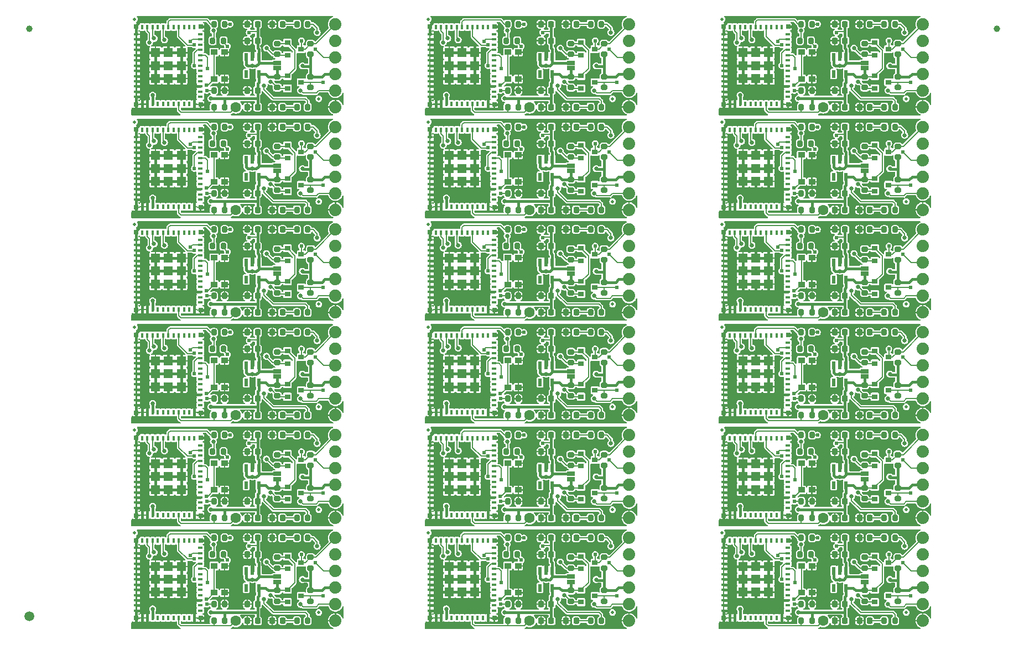
<source format=gtl>
%TF.GenerationSoftware,KiCad,Pcbnew,7.0.6*%
%TF.CreationDate,2023-11-19T12:43:32-07:00*%
%TF.ProjectId,SparkFun_BlueSMiRF-ESP32-PTH_panelized,53706172-6b46-4756-9e5f-426c7565534d,rev?*%
%TF.SameCoordinates,Original*%
%TF.FileFunction,Copper,L1,Top*%
%TF.FilePolarity,Positive*%
%FSLAX46Y46*%
G04 Gerber Fmt 4.6, Leading zero omitted, Abs format (unit mm)*
G04 Created by KiCad (PCBNEW 7.0.6) date 2023-11-19 12:43:32*
%MOMM*%
%LPD*%
G01*
G04 APERTURE LIST*
G04 Aperture macros list*
%AMRoundRect*
0 Rectangle with rounded corners*
0 $1 Rounding radius*
0 $2 $3 $4 $5 $6 $7 $8 $9 X,Y pos of 4 corners*
0 Add a 4 corners polygon primitive as box body*
4,1,4,$2,$3,$4,$5,$6,$7,$8,$9,$2,$3,0*
0 Add four circle primitives for the rounded corners*
1,1,$1+$1,$2,$3*
1,1,$1+$1,$4,$5*
1,1,$1+$1,$6,$7*
1,1,$1+$1,$8,$9*
0 Add four rect primitives between the rounded corners*
20,1,$1+$1,$2,$3,$4,$5,0*
20,1,$1+$1,$4,$5,$6,$7,0*
20,1,$1+$1,$6,$7,$8,$9,0*
20,1,$1+$1,$8,$9,$2,$3,0*%
G04 Aperture macros list end*
%TA.AperFunction,SMDPad,CuDef*%
%ADD10C,1.000000*%
%TD*%
%TA.AperFunction,SMDPad,CuDef*%
%ADD11C,1.500000*%
%TD*%
%TA.AperFunction,SMDPad,CuDef*%
%ADD12R,1.270000X0.635000*%
%TD*%
%TA.AperFunction,SMDPad,CuDef*%
%ADD13RoundRect,0.200000X0.200000X0.275000X-0.200000X0.275000X-0.200000X-0.275000X0.200000X-0.275000X0*%
%TD*%
%TA.AperFunction,SMDPad,CuDef*%
%ADD14RoundRect,0.200000X-0.275000X0.200000X-0.275000X-0.200000X0.275000X-0.200000X0.275000X0.200000X0*%
%TD*%
%TA.AperFunction,SMDPad,CuDef*%
%ADD15RoundRect,0.225000X0.225000X0.250000X-0.225000X0.250000X-0.225000X-0.250000X0.225000X-0.250000X0*%
%TD*%
%TA.AperFunction,SMDPad,CuDef*%
%ADD16RoundRect,0.200000X-0.200000X-0.275000X0.200000X-0.275000X0.200000X0.275000X-0.200000X0.275000X0*%
%TD*%
%TA.AperFunction,SMDPad,CuDef*%
%ADD17RoundRect,0.218750X-0.218750X-0.256250X0.218750X-0.256250X0.218750X0.256250X-0.218750X0.256250X0*%
%TD*%
%TA.AperFunction,SMDPad,CuDef*%
%ADD18R,1.000000X0.900000*%
%TD*%
%TA.AperFunction,ComponentPad*%
%ADD19C,1.879600*%
%TD*%
%TA.AperFunction,SMDPad,CuDef*%
%ADD20C,0.500000*%
%TD*%
%TA.AperFunction,SMDPad,CuDef*%
%ADD21R,0.400000X0.800000*%
%TD*%
%TA.AperFunction,SMDPad,CuDef*%
%ADD22R,0.800000X0.400000*%
%TD*%
%TA.AperFunction,SMDPad,CuDef*%
%ADD23R,1.450000X1.450000*%
%TD*%
%TA.AperFunction,SMDPad,CuDef*%
%ADD24R,0.700000X0.700000*%
%TD*%
%TA.AperFunction,SMDPad,CuDef*%
%ADD25RoundRect,0.200000X0.275000X-0.200000X0.275000X0.200000X-0.275000X0.200000X-0.275000X-0.200000X0*%
%TD*%
%TA.AperFunction,SMDPad,CuDef*%
%ADD26R,0.900000X0.800000*%
%TD*%
%TA.AperFunction,SMDPad,CuDef*%
%ADD27R,0.550000X1.200000*%
%TD*%
%TA.AperFunction,ComponentPad*%
%ADD28C,1.600000*%
%TD*%
%TA.AperFunction,ViaPad*%
%ADD29C,0.609600*%
%TD*%
%TA.AperFunction,ViaPad*%
%ADD30C,0.660400*%
%TD*%
%TA.AperFunction,Conductor*%
%ADD31C,0.177800*%
%TD*%
%TA.AperFunction,Conductor*%
%ADD32C,0.406400*%
%TD*%
%TA.AperFunction,Conductor*%
%ADD33C,0.558800*%
%TD*%
G04 APERTURE END LIST*
D10*
%TO.P,,*%
%TO.N,*%
X138025000Y91940000D03*
%TD*%
%TO.P,,*%
%TO.N,*%
X-10025000Y91940000D03*
%TD*%
D11*
%TO.P,,*%
%TO.N,*%
X-10025000Y2000000D03*
%TD*%
D12*
%TO.P,JP2,1,A*%
%TO.N,VCC*%
X117840000Y86726400D03*
%TO.P,JP2,2,B*%
%TO.N,+3.3V*%
X117840000Y85913600D03*
%TD*%
%TO.P,JP2,1,A*%
%TO.N,VCC*%
X117840000Y70986400D03*
%TO.P,JP2,2,B*%
%TO.N,+3.3V*%
X117840000Y70173600D03*
%TD*%
%TO.P,JP2,1,A*%
%TO.N,VCC*%
X117840000Y55246400D03*
%TO.P,JP2,2,B*%
%TO.N,+3.3V*%
X117840000Y54433600D03*
%TD*%
%TO.P,JP2,1,A*%
%TO.N,VCC*%
X117840000Y39506400D03*
%TO.P,JP2,2,B*%
%TO.N,+3.3V*%
X117840000Y38693600D03*
%TD*%
%TO.P,JP2,1,A*%
%TO.N,VCC*%
X117840000Y23766400D03*
%TO.P,JP2,2,B*%
%TO.N,+3.3V*%
X117840000Y22953600D03*
%TD*%
%TO.P,JP2,1,A*%
%TO.N,VCC*%
X117840000Y8026400D03*
%TO.P,JP2,2,B*%
%TO.N,+3.3V*%
X117840000Y7213600D03*
%TD*%
%TO.P,JP2,1,A*%
%TO.N,VCC*%
X72890000Y86726400D03*
%TO.P,JP2,2,B*%
%TO.N,+3.3V*%
X72890000Y85913600D03*
%TD*%
%TO.P,JP2,1,A*%
%TO.N,VCC*%
X72890000Y70986400D03*
%TO.P,JP2,2,B*%
%TO.N,+3.3V*%
X72890000Y70173600D03*
%TD*%
%TO.P,JP2,1,A*%
%TO.N,VCC*%
X72890000Y55246400D03*
%TO.P,JP2,2,B*%
%TO.N,+3.3V*%
X72890000Y54433600D03*
%TD*%
%TO.P,JP2,1,A*%
%TO.N,VCC*%
X72890000Y39506400D03*
%TO.P,JP2,2,B*%
%TO.N,+3.3V*%
X72890000Y38693600D03*
%TD*%
%TO.P,JP2,1,A*%
%TO.N,VCC*%
X72890000Y23766400D03*
%TO.P,JP2,2,B*%
%TO.N,+3.3V*%
X72890000Y22953600D03*
%TD*%
%TO.P,JP2,1,A*%
%TO.N,VCC*%
X72890000Y8026400D03*
%TO.P,JP2,2,B*%
%TO.N,+3.3V*%
X72890000Y7213600D03*
%TD*%
%TO.P,JP2,1,A*%
%TO.N,VCC*%
X27940000Y86726400D03*
%TO.P,JP2,2,B*%
%TO.N,+3.3V*%
X27940000Y85913600D03*
%TD*%
%TO.P,JP2,1,A*%
%TO.N,VCC*%
X27940000Y70986400D03*
%TO.P,JP2,2,B*%
%TO.N,+3.3V*%
X27940000Y70173600D03*
%TD*%
%TO.P,JP2,1,A*%
%TO.N,VCC*%
X27940000Y55246400D03*
%TO.P,JP2,2,B*%
%TO.N,+3.3V*%
X27940000Y54433600D03*
%TD*%
%TO.P,JP2,1,A*%
%TO.N,VCC*%
X27940000Y39506400D03*
%TO.P,JP2,2,B*%
%TO.N,+3.3V*%
X27940000Y38693600D03*
%TD*%
%TO.P,JP2,1,A*%
%TO.N,VCC*%
X27940000Y23766400D03*
%TO.P,JP2,2,B*%
%TO.N,+3.3V*%
X27940000Y22953600D03*
%TD*%
D13*
%TO.P,R6,1*%
%TO.N,/Status*%
X122475000Y79970000D03*
%TO.P,R6,2*%
%TO.N,Net-(D2-A)*%
X120825000Y79970000D03*
%TD*%
%TO.P,R6,1*%
%TO.N,/Status*%
X122475000Y64230000D03*
%TO.P,R6,2*%
%TO.N,Net-(D2-A)*%
X120825000Y64230000D03*
%TD*%
%TO.P,R6,1*%
%TO.N,/Status*%
X122475000Y48490000D03*
%TO.P,R6,2*%
%TO.N,Net-(D2-A)*%
X120825000Y48490000D03*
%TD*%
%TO.P,R6,1*%
%TO.N,/Status*%
X122475000Y32750000D03*
%TO.P,R6,2*%
%TO.N,Net-(D2-A)*%
X120825000Y32750000D03*
%TD*%
%TO.P,R6,1*%
%TO.N,/Status*%
X122475000Y17010000D03*
%TO.P,R6,2*%
%TO.N,Net-(D2-A)*%
X120825000Y17010000D03*
%TD*%
%TO.P,R6,1*%
%TO.N,/Status*%
X122475000Y1270000D03*
%TO.P,R6,2*%
%TO.N,Net-(D2-A)*%
X120825000Y1270000D03*
%TD*%
%TO.P,R6,1*%
%TO.N,/Status*%
X77525000Y79970000D03*
%TO.P,R6,2*%
%TO.N,Net-(D2-A)*%
X75875000Y79970000D03*
%TD*%
%TO.P,R6,1*%
%TO.N,/Status*%
X77525000Y64230000D03*
%TO.P,R6,2*%
%TO.N,Net-(D2-A)*%
X75875000Y64230000D03*
%TD*%
%TO.P,R6,1*%
%TO.N,/Status*%
X77525000Y48490000D03*
%TO.P,R6,2*%
%TO.N,Net-(D2-A)*%
X75875000Y48490000D03*
%TD*%
%TO.P,R6,1*%
%TO.N,/Status*%
X77525000Y32750000D03*
%TO.P,R6,2*%
%TO.N,Net-(D2-A)*%
X75875000Y32750000D03*
%TD*%
%TO.P,R6,1*%
%TO.N,/Status*%
X77525000Y17010000D03*
%TO.P,R6,2*%
%TO.N,Net-(D2-A)*%
X75875000Y17010000D03*
%TD*%
%TO.P,R6,1*%
%TO.N,/Status*%
X77525000Y1270000D03*
%TO.P,R6,2*%
%TO.N,Net-(D2-A)*%
X75875000Y1270000D03*
%TD*%
%TO.P,R6,1*%
%TO.N,/Status*%
X32575000Y79970000D03*
%TO.P,R6,2*%
%TO.N,Net-(D2-A)*%
X30925000Y79970000D03*
%TD*%
%TO.P,R6,1*%
%TO.N,/Status*%
X32575000Y64230000D03*
%TO.P,R6,2*%
%TO.N,Net-(D2-A)*%
X30925000Y64230000D03*
%TD*%
%TO.P,R6,1*%
%TO.N,/Status*%
X32575000Y48490000D03*
%TO.P,R6,2*%
%TO.N,Net-(D2-A)*%
X30925000Y48490000D03*
%TD*%
%TO.P,R6,1*%
%TO.N,/Status*%
X32575000Y32750000D03*
%TO.P,R6,2*%
%TO.N,Net-(D2-A)*%
X30925000Y32750000D03*
%TD*%
%TO.P,R6,1*%
%TO.N,/Status*%
X32575000Y17010000D03*
%TO.P,R6,2*%
%TO.N,Net-(D2-A)*%
X30925000Y17010000D03*
%TD*%
D14*
%TO.P,R8,1*%
%TO.N,+3.3V*%
X117840000Y89685000D03*
%TO.P,R8,2*%
%TO.N,RTS_LV*%
X117840000Y88035000D03*
%TD*%
%TO.P,R8,1*%
%TO.N,+3.3V*%
X117840000Y73945000D03*
%TO.P,R8,2*%
%TO.N,RTS_LV*%
X117840000Y72295000D03*
%TD*%
%TO.P,R8,1*%
%TO.N,+3.3V*%
X117840000Y58205000D03*
%TO.P,R8,2*%
%TO.N,RTS_LV*%
X117840000Y56555000D03*
%TD*%
%TO.P,R8,1*%
%TO.N,+3.3V*%
X117840000Y42465000D03*
%TO.P,R8,2*%
%TO.N,RTS_LV*%
X117840000Y40815000D03*
%TD*%
%TO.P,R8,1*%
%TO.N,+3.3V*%
X117840000Y26725000D03*
%TO.P,R8,2*%
%TO.N,RTS_LV*%
X117840000Y25075000D03*
%TD*%
%TO.P,R8,1*%
%TO.N,+3.3V*%
X117840000Y10985000D03*
%TO.P,R8,2*%
%TO.N,RTS_LV*%
X117840000Y9335000D03*
%TD*%
%TO.P,R8,1*%
%TO.N,+3.3V*%
X72890000Y89685000D03*
%TO.P,R8,2*%
%TO.N,RTS_LV*%
X72890000Y88035000D03*
%TD*%
%TO.P,R8,1*%
%TO.N,+3.3V*%
X72890000Y73945000D03*
%TO.P,R8,2*%
%TO.N,RTS_LV*%
X72890000Y72295000D03*
%TD*%
%TO.P,R8,1*%
%TO.N,+3.3V*%
X72890000Y58205000D03*
%TO.P,R8,2*%
%TO.N,RTS_LV*%
X72890000Y56555000D03*
%TD*%
%TO.P,R8,1*%
%TO.N,+3.3V*%
X72890000Y42465000D03*
%TO.P,R8,2*%
%TO.N,RTS_LV*%
X72890000Y40815000D03*
%TD*%
%TO.P,R8,1*%
%TO.N,+3.3V*%
X72890000Y26725000D03*
%TO.P,R8,2*%
%TO.N,RTS_LV*%
X72890000Y25075000D03*
%TD*%
%TO.P,R8,1*%
%TO.N,+3.3V*%
X72890000Y10985000D03*
%TO.P,R8,2*%
%TO.N,RTS_LV*%
X72890000Y9335000D03*
%TD*%
%TO.P,R8,1*%
%TO.N,+3.3V*%
X27940000Y89685000D03*
%TO.P,R8,2*%
%TO.N,RTS_LV*%
X27940000Y88035000D03*
%TD*%
%TO.P,R8,1*%
%TO.N,+3.3V*%
X27940000Y73945000D03*
%TO.P,R8,2*%
%TO.N,RTS_LV*%
X27940000Y72295000D03*
%TD*%
%TO.P,R8,1*%
%TO.N,+3.3V*%
X27940000Y58205000D03*
%TO.P,R8,2*%
%TO.N,RTS_LV*%
X27940000Y56555000D03*
%TD*%
%TO.P,R8,1*%
%TO.N,+3.3V*%
X27940000Y42465000D03*
%TO.P,R8,2*%
%TO.N,RTS_LV*%
X27940000Y40815000D03*
%TD*%
%TO.P,R8,1*%
%TO.N,+3.3V*%
X27940000Y26725000D03*
%TO.P,R8,2*%
%TO.N,RTS_LV*%
X27940000Y25075000D03*
%TD*%
D15*
%TO.P,C4,1*%
%TO.N,+3.3V*%
X114805000Y79970000D03*
%TO.P,C4,2*%
%TO.N,GND*%
X113255000Y79970000D03*
%TD*%
%TO.P,C4,1*%
%TO.N,+3.3V*%
X114805000Y64230000D03*
%TO.P,C4,2*%
%TO.N,GND*%
X113255000Y64230000D03*
%TD*%
%TO.P,C4,1*%
%TO.N,+3.3V*%
X114805000Y48490000D03*
%TO.P,C4,2*%
%TO.N,GND*%
X113255000Y48490000D03*
%TD*%
%TO.P,C4,1*%
%TO.N,+3.3V*%
X114805000Y32750000D03*
%TO.P,C4,2*%
%TO.N,GND*%
X113255000Y32750000D03*
%TD*%
%TO.P,C4,1*%
%TO.N,+3.3V*%
X114805000Y17010000D03*
%TO.P,C4,2*%
%TO.N,GND*%
X113255000Y17010000D03*
%TD*%
%TO.P,C4,1*%
%TO.N,+3.3V*%
X114805000Y1270000D03*
%TO.P,C4,2*%
%TO.N,GND*%
X113255000Y1270000D03*
%TD*%
%TO.P,C4,1*%
%TO.N,+3.3V*%
X69855000Y79970000D03*
%TO.P,C4,2*%
%TO.N,GND*%
X68305000Y79970000D03*
%TD*%
%TO.P,C4,1*%
%TO.N,+3.3V*%
X69855000Y64230000D03*
%TO.P,C4,2*%
%TO.N,GND*%
X68305000Y64230000D03*
%TD*%
%TO.P,C4,1*%
%TO.N,+3.3V*%
X69855000Y48490000D03*
%TO.P,C4,2*%
%TO.N,GND*%
X68305000Y48490000D03*
%TD*%
%TO.P,C4,1*%
%TO.N,+3.3V*%
X69855000Y32750000D03*
%TO.P,C4,2*%
%TO.N,GND*%
X68305000Y32750000D03*
%TD*%
%TO.P,C4,1*%
%TO.N,+3.3V*%
X69855000Y17010000D03*
%TO.P,C4,2*%
%TO.N,GND*%
X68305000Y17010000D03*
%TD*%
%TO.P,C4,1*%
%TO.N,+3.3V*%
X69855000Y1270000D03*
%TO.P,C4,2*%
%TO.N,GND*%
X68305000Y1270000D03*
%TD*%
%TO.P,C4,1*%
%TO.N,+3.3V*%
X24905000Y79970000D03*
%TO.P,C4,2*%
%TO.N,GND*%
X23355000Y79970000D03*
%TD*%
%TO.P,C4,1*%
%TO.N,+3.3V*%
X24905000Y64230000D03*
%TO.P,C4,2*%
%TO.N,GND*%
X23355000Y64230000D03*
%TD*%
%TO.P,C4,1*%
%TO.N,+3.3V*%
X24905000Y48490000D03*
%TO.P,C4,2*%
%TO.N,GND*%
X23355000Y48490000D03*
%TD*%
%TO.P,C4,1*%
%TO.N,+3.3V*%
X24905000Y32750000D03*
%TO.P,C4,2*%
%TO.N,GND*%
X23355000Y32750000D03*
%TD*%
%TO.P,C4,1*%
%TO.N,+3.3V*%
X24905000Y17010000D03*
%TO.P,C4,2*%
%TO.N,GND*%
X23355000Y17010000D03*
%TD*%
D16*
%TO.P,R4,1*%
%TO.N,CTS_LV*%
X107935000Y90130000D03*
%TO.P,R4,2*%
%TO.N,CTS_HV*%
X109585000Y90130000D03*
%TD*%
%TO.P,R4,1*%
%TO.N,CTS_LV*%
X107935000Y74390000D03*
%TO.P,R4,2*%
%TO.N,CTS_HV*%
X109585000Y74390000D03*
%TD*%
%TO.P,R4,1*%
%TO.N,CTS_LV*%
X107935000Y58650000D03*
%TO.P,R4,2*%
%TO.N,CTS_HV*%
X109585000Y58650000D03*
%TD*%
%TO.P,R4,1*%
%TO.N,CTS_LV*%
X107935000Y42910000D03*
%TO.P,R4,2*%
%TO.N,CTS_HV*%
X109585000Y42910000D03*
%TD*%
%TO.P,R4,1*%
%TO.N,CTS_LV*%
X107935000Y27170000D03*
%TO.P,R4,2*%
%TO.N,CTS_HV*%
X109585000Y27170000D03*
%TD*%
%TO.P,R4,1*%
%TO.N,CTS_LV*%
X107935000Y11430000D03*
%TO.P,R4,2*%
%TO.N,CTS_HV*%
X109585000Y11430000D03*
%TD*%
%TO.P,R4,1*%
%TO.N,CTS_LV*%
X62985000Y90130000D03*
%TO.P,R4,2*%
%TO.N,CTS_HV*%
X64635000Y90130000D03*
%TD*%
%TO.P,R4,1*%
%TO.N,CTS_LV*%
X62985000Y74390000D03*
%TO.P,R4,2*%
%TO.N,CTS_HV*%
X64635000Y74390000D03*
%TD*%
%TO.P,R4,1*%
%TO.N,CTS_LV*%
X62985000Y58650000D03*
%TO.P,R4,2*%
%TO.N,CTS_HV*%
X64635000Y58650000D03*
%TD*%
%TO.P,R4,1*%
%TO.N,CTS_LV*%
X62985000Y42910000D03*
%TO.P,R4,2*%
%TO.N,CTS_HV*%
X64635000Y42910000D03*
%TD*%
%TO.P,R4,1*%
%TO.N,CTS_LV*%
X62985000Y27170000D03*
%TO.P,R4,2*%
%TO.N,CTS_HV*%
X64635000Y27170000D03*
%TD*%
%TO.P,R4,1*%
%TO.N,CTS_LV*%
X62985000Y11430000D03*
%TO.P,R4,2*%
%TO.N,CTS_HV*%
X64635000Y11430000D03*
%TD*%
%TO.P,R4,1*%
%TO.N,CTS_LV*%
X18035000Y90130000D03*
%TO.P,R4,2*%
%TO.N,CTS_HV*%
X19685000Y90130000D03*
%TD*%
%TO.P,R4,1*%
%TO.N,CTS_LV*%
X18035000Y74390000D03*
%TO.P,R4,2*%
%TO.N,CTS_HV*%
X19685000Y74390000D03*
%TD*%
%TO.P,R4,1*%
%TO.N,CTS_LV*%
X18035000Y58650000D03*
%TO.P,R4,2*%
%TO.N,CTS_HV*%
X19685000Y58650000D03*
%TD*%
%TO.P,R4,1*%
%TO.N,CTS_LV*%
X18035000Y42910000D03*
%TO.P,R4,2*%
%TO.N,CTS_HV*%
X19685000Y42910000D03*
%TD*%
%TO.P,R4,1*%
%TO.N,CTS_LV*%
X18035000Y27170000D03*
%TO.P,R4,2*%
%TO.N,CTS_HV*%
X19685000Y27170000D03*
%TD*%
D17*
%TO.P,D2,1,K*%
%TO.N,GND*%
X117052500Y79970000D03*
%TO.P,D2,2,A*%
%TO.N,Net-(D2-A)*%
X118627500Y79970000D03*
%TD*%
%TO.P,D2,1,K*%
%TO.N,GND*%
X117052500Y64230000D03*
%TO.P,D2,2,A*%
%TO.N,Net-(D2-A)*%
X118627500Y64230000D03*
%TD*%
%TO.P,D2,1,K*%
%TO.N,GND*%
X117052500Y48490000D03*
%TO.P,D2,2,A*%
%TO.N,Net-(D2-A)*%
X118627500Y48490000D03*
%TD*%
%TO.P,D2,1,K*%
%TO.N,GND*%
X117052500Y32750000D03*
%TO.P,D2,2,A*%
%TO.N,Net-(D2-A)*%
X118627500Y32750000D03*
%TD*%
%TO.P,D2,1,K*%
%TO.N,GND*%
X117052500Y17010000D03*
%TO.P,D2,2,A*%
%TO.N,Net-(D2-A)*%
X118627500Y17010000D03*
%TD*%
%TO.P,D2,1,K*%
%TO.N,GND*%
X117052500Y1270000D03*
%TO.P,D2,2,A*%
%TO.N,Net-(D2-A)*%
X118627500Y1270000D03*
%TD*%
%TO.P,D2,1,K*%
%TO.N,GND*%
X72102500Y79970000D03*
%TO.P,D2,2,A*%
%TO.N,Net-(D2-A)*%
X73677500Y79970000D03*
%TD*%
%TO.P,D2,1,K*%
%TO.N,GND*%
X72102500Y64230000D03*
%TO.P,D2,2,A*%
%TO.N,Net-(D2-A)*%
X73677500Y64230000D03*
%TD*%
%TO.P,D2,1,K*%
%TO.N,GND*%
X72102500Y48490000D03*
%TO.P,D2,2,A*%
%TO.N,Net-(D2-A)*%
X73677500Y48490000D03*
%TD*%
%TO.P,D2,1,K*%
%TO.N,GND*%
X72102500Y32750000D03*
%TO.P,D2,2,A*%
%TO.N,Net-(D2-A)*%
X73677500Y32750000D03*
%TD*%
%TO.P,D2,1,K*%
%TO.N,GND*%
X72102500Y17010000D03*
%TO.P,D2,2,A*%
%TO.N,Net-(D2-A)*%
X73677500Y17010000D03*
%TD*%
%TO.P,D2,1,K*%
%TO.N,GND*%
X72102500Y1270000D03*
%TO.P,D2,2,A*%
%TO.N,Net-(D2-A)*%
X73677500Y1270000D03*
%TD*%
%TO.P,D2,1,K*%
%TO.N,GND*%
X27152500Y79970000D03*
%TO.P,D2,2,A*%
%TO.N,Net-(D2-A)*%
X28727500Y79970000D03*
%TD*%
%TO.P,D2,1,K*%
%TO.N,GND*%
X27152500Y64230000D03*
%TO.P,D2,2,A*%
%TO.N,Net-(D2-A)*%
X28727500Y64230000D03*
%TD*%
%TO.P,D2,1,K*%
%TO.N,GND*%
X27152500Y48490000D03*
%TO.P,D2,2,A*%
%TO.N,Net-(D2-A)*%
X28727500Y48490000D03*
%TD*%
%TO.P,D2,1,K*%
%TO.N,GND*%
X27152500Y32750000D03*
%TO.P,D2,2,A*%
%TO.N,Net-(D2-A)*%
X28727500Y32750000D03*
%TD*%
%TO.P,D2,1,K*%
%TO.N,GND*%
X27152500Y17010000D03*
%TO.P,D2,2,A*%
%TO.N,Net-(D2-A)*%
X28727500Y17010000D03*
%TD*%
D18*
%TO.P,SW1,1,A*%
%TO.N,Net-(JP1-A)*%
X108150000Y84270000D03*
X108150000Y88370000D03*
%TO.P,SW1,2,B*%
%TO.N,GND*%
X109750000Y84270000D03*
X109750000Y88370000D03*
%TD*%
%TO.P,SW1,1,A*%
%TO.N,Net-(JP1-A)*%
X108150000Y68530000D03*
X108150000Y72630000D03*
%TO.P,SW1,2,B*%
%TO.N,GND*%
X109750000Y68530000D03*
X109750000Y72630000D03*
%TD*%
%TO.P,SW1,1,A*%
%TO.N,Net-(JP1-A)*%
X108150000Y52790000D03*
X108150000Y56890000D03*
%TO.P,SW1,2,B*%
%TO.N,GND*%
X109750000Y52790000D03*
X109750000Y56890000D03*
%TD*%
%TO.P,SW1,1,A*%
%TO.N,Net-(JP1-A)*%
X108150000Y37050000D03*
X108150000Y41150000D03*
%TO.P,SW1,2,B*%
%TO.N,GND*%
X109750000Y37050000D03*
X109750000Y41150000D03*
%TD*%
%TO.P,SW1,1,A*%
%TO.N,Net-(JP1-A)*%
X108150000Y21310000D03*
X108150000Y25410000D03*
%TO.P,SW1,2,B*%
%TO.N,GND*%
X109750000Y21310000D03*
X109750000Y25410000D03*
%TD*%
%TO.P,SW1,1,A*%
%TO.N,Net-(JP1-A)*%
X108150000Y5570000D03*
X108150000Y9670000D03*
%TO.P,SW1,2,B*%
%TO.N,GND*%
X109750000Y5570000D03*
X109750000Y9670000D03*
%TD*%
%TO.P,SW1,1,A*%
%TO.N,Net-(JP1-A)*%
X63200000Y84270000D03*
X63200000Y88370000D03*
%TO.P,SW1,2,B*%
%TO.N,GND*%
X64800000Y84270000D03*
X64800000Y88370000D03*
%TD*%
%TO.P,SW1,1,A*%
%TO.N,Net-(JP1-A)*%
X63200000Y68530000D03*
X63200000Y72630000D03*
%TO.P,SW1,2,B*%
%TO.N,GND*%
X64800000Y68530000D03*
X64800000Y72630000D03*
%TD*%
%TO.P,SW1,1,A*%
%TO.N,Net-(JP1-A)*%
X63200000Y52790000D03*
X63200000Y56890000D03*
%TO.P,SW1,2,B*%
%TO.N,GND*%
X64800000Y52790000D03*
X64800000Y56890000D03*
%TD*%
%TO.P,SW1,1,A*%
%TO.N,Net-(JP1-A)*%
X63200000Y37050000D03*
X63200000Y41150000D03*
%TO.P,SW1,2,B*%
%TO.N,GND*%
X64800000Y37050000D03*
X64800000Y41150000D03*
%TD*%
%TO.P,SW1,1,A*%
%TO.N,Net-(JP1-A)*%
X63200000Y21310000D03*
X63200000Y25410000D03*
%TO.P,SW1,2,B*%
%TO.N,GND*%
X64800000Y21310000D03*
X64800000Y25410000D03*
%TD*%
%TO.P,SW1,1,A*%
%TO.N,Net-(JP1-A)*%
X63200000Y5570000D03*
X63200000Y9670000D03*
%TO.P,SW1,2,B*%
%TO.N,GND*%
X64800000Y5570000D03*
X64800000Y9670000D03*
%TD*%
%TO.P,SW1,1,A*%
%TO.N,Net-(JP1-A)*%
X18250000Y84270000D03*
X18250000Y88370000D03*
%TO.P,SW1,2,B*%
%TO.N,GND*%
X19850000Y84270000D03*
X19850000Y88370000D03*
%TD*%
%TO.P,SW1,1,A*%
%TO.N,Net-(JP1-A)*%
X18250000Y68530000D03*
X18250000Y72630000D03*
%TO.P,SW1,2,B*%
%TO.N,GND*%
X19850000Y68530000D03*
X19850000Y72630000D03*
%TD*%
%TO.P,SW1,1,A*%
%TO.N,Net-(JP1-A)*%
X18250000Y52790000D03*
X18250000Y56890000D03*
%TO.P,SW1,2,B*%
%TO.N,GND*%
X19850000Y52790000D03*
X19850000Y56890000D03*
%TD*%
%TO.P,SW1,1,A*%
%TO.N,Net-(JP1-A)*%
X18250000Y37050000D03*
X18250000Y41150000D03*
%TO.P,SW1,2,B*%
%TO.N,GND*%
X19850000Y37050000D03*
X19850000Y41150000D03*
%TD*%
%TO.P,SW1,1,A*%
%TO.N,Net-(JP1-A)*%
X18250000Y21310000D03*
X18250000Y25410000D03*
%TO.P,SW1,2,B*%
%TO.N,GND*%
X19850000Y21310000D03*
X19850000Y25410000D03*
%TD*%
D19*
%TO.P,J1,1,Pin_1*%
%TO.N,RTS_HV*%
X126730000Y92670000D03*
%TO.P,J1,2,Pin_2*%
%TO.N,RX_HV*%
X126730000Y90130000D03*
%TO.P,J1,3,Pin_3*%
%TO.N,TX_HV*%
X126730000Y87590000D03*
%TO.P,J1,4,Pin_4*%
%TO.N,VCC*%
X126730000Y85050000D03*
%TO.P,J1,5,Pin_5*%
%TO.N,CTS_HV*%
X126730000Y82510000D03*
%TO.P,J1,6,Pin_6*%
%TO.N,GND*%
X126730000Y79970000D03*
%TD*%
%TO.P,J1,1,Pin_1*%
%TO.N,RTS_HV*%
X126730000Y76930000D03*
%TO.P,J1,2,Pin_2*%
%TO.N,RX_HV*%
X126730000Y74390000D03*
%TO.P,J1,3,Pin_3*%
%TO.N,TX_HV*%
X126730000Y71850000D03*
%TO.P,J1,4,Pin_4*%
%TO.N,VCC*%
X126730000Y69310000D03*
%TO.P,J1,5,Pin_5*%
%TO.N,CTS_HV*%
X126730000Y66770000D03*
%TO.P,J1,6,Pin_6*%
%TO.N,GND*%
X126730000Y64230000D03*
%TD*%
%TO.P,J1,1,Pin_1*%
%TO.N,RTS_HV*%
X126730000Y61190000D03*
%TO.P,J1,2,Pin_2*%
%TO.N,RX_HV*%
X126730000Y58650000D03*
%TO.P,J1,3,Pin_3*%
%TO.N,TX_HV*%
X126730000Y56110000D03*
%TO.P,J1,4,Pin_4*%
%TO.N,VCC*%
X126730000Y53570000D03*
%TO.P,J1,5,Pin_5*%
%TO.N,CTS_HV*%
X126730000Y51030000D03*
%TO.P,J1,6,Pin_6*%
%TO.N,GND*%
X126730000Y48490000D03*
%TD*%
%TO.P,J1,1,Pin_1*%
%TO.N,RTS_HV*%
X126730000Y45450000D03*
%TO.P,J1,2,Pin_2*%
%TO.N,RX_HV*%
X126730000Y42910000D03*
%TO.P,J1,3,Pin_3*%
%TO.N,TX_HV*%
X126730000Y40370000D03*
%TO.P,J1,4,Pin_4*%
%TO.N,VCC*%
X126730000Y37830000D03*
%TO.P,J1,5,Pin_5*%
%TO.N,CTS_HV*%
X126730000Y35290000D03*
%TO.P,J1,6,Pin_6*%
%TO.N,GND*%
X126730000Y32750000D03*
%TD*%
%TO.P,J1,1,Pin_1*%
%TO.N,RTS_HV*%
X126730000Y29710000D03*
%TO.P,J1,2,Pin_2*%
%TO.N,RX_HV*%
X126730000Y27170000D03*
%TO.P,J1,3,Pin_3*%
%TO.N,TX_HV*%
X126730000Y24630000D03*
%TO.P,J1,4,Pin_4*%
%TO.N,VCC*%
X126730000Y22090000D03*
%TO.P,J1,5,Pin_5*%
%TO.N,CTS_HV*%
X126730000Y19550000D03*
%TO.P,J1,6,Pin_6*%
%TO.N,GND*%
X126730000Y17010000D03*
%TD*%
%TO.P,J1,1,Pin_1*%
%TO.N,RTS_HV*%
X126730000Y13970000D03*
%TO.P,J1,2,Pin_2*%
%TO.N,RX_HV*%
X126730000Y11430000D03*
%TO.P,J1,3,Pin_3*%
%TO.N,TX_HV*%
X126730000Y8890000D03*
%TO.P,J1,4,Pin_4*%
%TO.N,VCC*%
X126730000Y6350000D03*
%TO.P,J1,5,Pin_5*%
%TO.N,CTS_HV*%
X126730000Y3810000D03*
%TO.P,J1,6,Pin_6*%
%TO.N,GND*%
X126730000Y1270000D03*
%TD*%
%TO.P,J1,1,Pin_1*%
%TO.N,RTS_HV*%
X81780000Y92670000D03*
%TO.P,J1,2,Pin_2*%
%TO.N,RX_HV*%
X81780000Y90130000D03*
%TO.P,J1,3,Pin_3*%
%TO.N,TX_HV*%
X81780000Y87590000D03*
%TO.P,J1,4,Pin_4*%
%TO.N,VCC*%
X81780000Y85050000D03*
%TO.P,J1,5,Pin_5*%
%TO.N,CTS_HV*%
X81780000Y82510000D03*
%TO.P,J1,6,Pin_6*%
%TO.N,GND*%
X81780000Y79970000D03*
%TD*%
%TO.P,J1,1,Pin_1*%
%TO.N,RTS_HV*%
X81780000Y76930000D03*
%TO.P,J1,2,Pin_2*%
%TO.N,RX_HV*%
X81780000Y74390000D03*
%TO.P,J1,3,Pin_3*%
%TO.N,TX_HV*%
X81780000Y71850000D03*
%TO.P,J1,4,Pin_4*%
%TO.N,VCC*%
X81780000Y69310000D03*
%TO.P,J1,5,Pin_5*%
%TO.N,CTS_HV*%
X81780000Y66770000D03*
%TO.P,J1,6,Pin_6*%
%TO.N,GND*%
X81780000Y64230000D03*
%TD*%
%TO.P,J1,1,Pin_1*%
%TO.N,RTS_HV*%
X81780000Y61190000D03*
%TO.P,J1,2,Pin_2*%
%TO.N,RX_HV*%
X81780000Y58650000D03*
%TO.P,J1,3,Pin_3*%
%TO.N,TX_HV*%
X81780000Y56110000D03*
%TO.P,J1,4,Pin_4*%
%TO.N,VCC*%
X81780000Y53570000D03*
%TO.P,J1,5,Pin_5*%
%TO.N,CTS_HV*%
X81780000Y51030000D03*
%TO.P,J1,6,Pin_6*%
%TO.N,GND*%
X81780000Y48490000D03*
%TD*%
%TO.P,J1,1,Pin_1*%
%TO.N,RTS_HV*%
X81780000Y45450000D03*
%TO.P,J1,2,Pin_2*%
%TO.N,RX_HV*%
X81780000Y42910000D03*
%TO.P,J1,3,Pin_3*%
%TO.N,TX_HV*%
X81780000Y40370000D03*
%TO.P,J1,4,Pin_4*%
%TO.N,VCC*%
X81780000Y37830000D03*
%TO.P,J1,5,Pin_5*%
%TO.N,CTS_HV*%
X81780000Y35290000D03*
%TO.P,J1,6,Pin_6*%
%TO.N,GND*%
X81780000Y32750000D03*
%TD*%
%TO.P,J1,1,Pin_1*%
%TO.N,RTS_HV*%
X81780000Y29710000D03*
%TO.P,J1,2,Pin_2*%
%TO.N,RX_HV*%
X81780000Y27170000D03*
%TO.P,J1,3,Pin_3*%
%TO.N,TX_HV*%
X81780000Y24630000D03*
%TO.P,J1,4,Pin_4*%
%TO.N,VCC*%
X81780000Y22090000D03*
%TO.P,J1,5,Pin_5*%
%TO.N,CTS_HV*%
X81780000Y19550000D03*
%TO.P,J1,6,Pin_6*%
%TO.N,GND*%
X81780000Y17010000D03*
%TD*%
%TO.P,J1,1,Pin_1*%
%TO.N,RTS_HV*%
X81780000Y13970000D03*
%TO.P,J1,2,Pin_2*%
%TO.N,RX_HV*%
X81780000Y11430000D03*
%TO.P,J1,3,Pin_3*%
%TO.N,TX_HV*%
X81780000Y8890000D03*
%TO.P,J1,4,Pin_4*%
%TO.N,VCC*%
X81780000Y6350000D03*
%TO.P,J1,5,Pin_5*%
%TO.N,CTS_HV*%
X81780000Y3810000D03*
%TO.P,J1,6,Pin_6*%
%TO.N,GND*%
X81780000Y1270000D03*
%TD*%
%TO.P,J1,1,Pin_1*%
%TO.N,RTS_HV*%
X36830000Y92670000D03*
%TO.P,J1,2,Pin_2*%
%TO.N,RX_HV*%
X36830000Y90130000D03*
%TO.P,J1,3,Pin_3*%
%TO.N,TX_HV*%
X36830000Y87590000D03*
%TO.P,J1,4,Pin_4*%
%TO.N,VCC*%
X36830000Y85050000D03*
%TO.P,J1,5,Pin_5*%
%TO.N,CTS_HV*%
X36830000Y82510000D03*
%TO.P,J1,6,Pin_6*%
%TO.N,GND*%
X36830000Y79970000D03*
%TD*%
%TO.P,J1,1,Pin_1*%
%TO.N,RTS_HV*%
X36830000Y76930000D03*
%TO.P,J1,2,Pin_2*%
%TO.N,RX_HV*%
X36830000Y74390000D03*
%TO.P,J1,3,Pin_3*%
%TO.N,TX_HV*%
X36830000Y71850000D03*
%TO.P,J1,4,Pin_4*%
%TO.N,VCC*%
X36830000Y69310000D03*
%TO.P,J1,5,Pin_5*%
%TO.N,CTS_HV*%
X36830000Y66770000D03*
%TO.P,J1,6,Pin_6*%
%TO.N,GND*%
X36830000Y64230000D03*
%TD*%
%TO.P,J1,1,Pin_1*%
%TO.N,RTS_HV*%
X36830000Y61190000D03*
%TO.P,J1,2,Pin_2*%
%TO.N,RX_HV*%
X36830000Y58650000D03*
%TO.P,J1,3,Pin_3*%
%TO.N,TX_HV*%
X36830000Y56110000D03*
%TO.P,J1,4,Pin_4*%
%TO.N,VCC*%
X36830000Y53570000D03*
%TO.P,J1,5,Pin_5*%
%TO.N,CTS_HV*%
X36830000Y51030000D03*
%TO.P,J1,6,Pin_6*%
%TO.N,GND*%
X36830000Y48490000D03*
%TD*%
%TO.P,J1,1,Pin_1*%
%TO.N,RTS_HV*%
X36830000Y45450000D03*
%TO.P,J1,2,Pin_2*%
%TO.N,RX_HV*%
X36830000Y42910000D03*
%TO.P,J1,3,Pin_3*%
%TO.N,TX_HV*%
X36830000Y40370000D03*
%TO.P,J1,4,Pin_4*%
%TO.N,VCC*%
X36830000Y37830000D03*
%TO.P,J1,5,Pin_5*%
%TO.N,CTS_HV*%
X36830000Y35290000D03*
%TO.P,J1,6,Pin_6*%
%TO.N,GND*%
X36830000Y32750000D03*
%TD*%
%TO.P,J1,1,Pin_1*%
%TO.N,RTS_HV*%
X36830000Y29710000D03*
%TO.P,J1,2,Pin_2*%
%TO.N,RX_HV*%
X36830000Y27170000D03*
%TO.P,J1,3,Pin_3*%
%TO.N,TX_HV*%
X36830000Y24630000D03*
%TO.P,J1,4,Pin_4*%
%TO.N,VCC*%
X36830000Y22090000D03*
%TO.P,J1,5,Pin_5*%
%TO.N,CTS_HV*%
X36830000Y19550000D03*
%TO.P,J1,6,Pin_6*%
%TO.N,GND*%
X36830000Y17010000D03*
%TD*%
D20*
%TO.P,FID1,*%
%TO.N,*%
X95996000Y93432000D03*
%TD*%
%TO.P,FID1,*%
%TO.N,*%
X95996000Y77692000D03*
%TD*%
%TO.P,FID1,*%
%TO.N,*%
X95996000Y61952000D03*
%TD*%
%TO.P,FID1,*%
%TO.N,*%
X95996000Y46212000D03*
%TD*%
%TO.P,FID1,*%
%TO.N,*%
X95996000Y30472000D03*
%TD*%
%TO.P,FID1,*%
%TO.N,*%
X95996000Y14732000D03*
%TD*%
%TO.P,FID1,*%
%TO.N,*%
X51046000Y93432000D03*
%TD*%
%TO.P,FID1,*%
%TO.N,*%
X51046000Y77692000D03*
%TD*%
%TO.P,FID1,*%
%TO.N,*%
X51046000Y61952000D03*
%TD*%
%TO.P,FID1,*%
%TO.N,*%
X51046000Y46212000D03*
%TD*%
%TO.P,FID1,*%
%TO.N,*%
X51046000Y30472000D03*
%TD*%
%TO.P,FID1,*%
%TO.N,*%
X51046000Y14732000D03*
%TD*%
%TO.P,FID1,*%
%TO.N,*%
X6096000Y93432000D03*
%TD*%
%TO.P,FID1,*%
%TO.N,*%
X6096000Y77692000D03*
%TD*%
%TO.P,FID1,*%
%TO.N,*%
X6096000Y61952000D03*
%TD*%
%TO.P,FID1,*%
%TO.N,*%
X6096000Y46212000D03*
%TD*%
%TO.P,FID1,*%
%TO.N,*%
X6096000Y30472000D03*
%TD*%
D15*
%TO.P,C2,1*%
%TO.N,VCC*%
X114805000Y92670000D03*
%TO.P,C2,2*%
%TO.N,GND*%
X113255000Y92670000D03*
%TD*%
%TO.P,C2,1*%
%TO.N,VCC*%
X114805000Y76930000D03*
%TO.P,C2,2*%
%TO.N,GND*%
X113255000Y76930000D03*
%TD*%
%TO.P,C2,1*%
%TO.N,VCC*%
X114805000Y61190000D03*
%TO.P,C2,2*%
%TO.N,GND*%
X113255000Y61190000D03*
%TD*%
%TO.P,C2,1*%
%TO.N,VCC*%
X114805000Y45450000D03*
%TO.P,C2,2*%
%TO.N,GND*%
X113255000Y45450000D03*
%TD*%
%TO.P,C2,1*%
%TO.N,VCC*%
X114805000Y29710000D03*
%TO.P,C2,2*%
%TO.N,GND*%
X113255000Y29710000D03*
%TD*%
%TO.P,C2,1*%
%TO.N,VCC*%
X114805000Y13970000D03*
%TO.P,C2,2*%
%TO.N,GND*%
X113255000Y13970000D03*
%TD*%
%TO.P,C2,1*%
%TO.N,VCC*%
X69855000Y92670000D03*
%TO.P,C2,2*%
%TO.N,GND*%
X68305000Y92670000D03*
%TD*%
%TO.P,C2,1*%
%TO.N,VCC*%
X69855000Y76930000D03*
%TO.P,C2,2*%
%TO.N,GND*%
X68305000Y76930000D03*
%TD*%
%TO.P,C2,1*%
%TO.N,VCC*%
X69855000Y61190000D03*
%TO.P,C2,2*%
%TO.N,GND*%
X68305000Y61190000D03*
%TD*%
%TO.P,C2,1*%
%TO.N,VCC*%
X69855000Y45450000D03*
%TO.P,C2,2*%
%TO.N,GND*%
X68305000Y45450000D03*
%TD*%
%TO.P,C2,1*%
%TO.N,VCC*%
X69855000Y29710000D03*
%TO.P,C2,2*%
%TO.N,GND*%
X68305000Y29710000D03*
%TD*%
%TO.P,C2,1*%
%TO.N,VCC*%
X69855000Y13970000D03*
%TO.P,C2,2*%
%TO.N,GND*%
X68305000Y13970000D03*
%TD*%
%TO.P,C2,1*%
%TO.N,VCC*%
X24905000Y92670000D03*
%TO.P,C2,2*%
%TO.N,GND*%
X23355000Y92670000D03*
%TD*%
%TO.P,C2,1*%
%TO.N,VCC*%
X24905000Y76930000D03*
%TO.P,C2,2*%
%TO.N,GND*%
X23355000Y76930000D03*
%TD*%
%TO.P,C2,1*%
%TO.N,VCC*%
X24905000Y61190000D03*
%TO.P,C2,2*%
%TO.N,GND*%
X23355000Y61190000D03*
%TD*%
%TO.P,C2,1*%
%TO.N,VCC*%
X24905000Y45450000D03*
%TO.P,C2,2*%
%TO.N,GND*%
X23355000Y45450000D03*
%TD*%
%TO.P,C2,1*%
%TO.N,VCC*%
X24905000Y29710000D03*
%TO.P,C2,2*%
%TO.N,GND*%
X23355000Y29710000D03*
%TD*%
D14*
%TO.P,R7,1*%
%TO.N,+3.3V*%
X117840000Y84605000D03*
%TO.P,R7,2*%
%TO.N,TX_LV*%
X117840000Y82955000D03*
%TD*%
%TO.P,R7,1*%
%TO.N,+3.3V*%
X117840000Y68865000D03*
%TO.P,R7,2*%
%TO.N,TX_LV*%
X117840000Y67215000D03*
%TD*%
%TO.P,R7,1*%
%TO.N,+3.3V*%
X117840000Y53125000D03*
%TO.P,R7,2*%
%TO.N,TX_LV*%
X117840000Y51475000D03*
%TD*%
%TO.P,R7,1*%
%TO.N,+3.3V*%
X117840000Y37385000D03*
%TO.P,R7,2*%
%TO.N,TX_LV*%
X117840000Y35735000D03*
%TD*%
%TO.P,R7,1*%
%TO.N,+3.3V*%
X117840000Y21645000D03*
%TO.P,R7,2*%
%TO.N,TX_LV*%
X117840000Y19995000D03*
%TD*%
%TO.P,R7,1*%
%TO.N,+3.3V*%
X117840000Y5905000D03*
%TO.P,R7,2*%
%TO.N,TX_LV*%
X117840000Y4255000D03*
%TD*%
%TO.P,R7,1*%
%TO.N,+3.3V*%
X72890000Y84605000D03*
%TO.P,R7,2*%
%TO.N,TX_LV*%
X72890000Y82955000D03*
%TD*%
%TO.P,R7,1*%
%TO.N,+3.3V*%
X72890000Y68865000D03*
%TO.P,R7,2*%
%TO.N,TX_LV*%
X72890000Y67215000D03*
%TD*%
%TO.P,R7,1*%
%TO.N,+3.3V*%
X72890000Y53125000D03*
%TO.P,R7,2*%
%TO.N,TX_LV*%
X72890000Y51475000D03*
%TD*%
%TO.P,R7,1*%
%TO.N,+3.3V*%
X72890000Y37385000D03*
%TO.P,R7,2*%
%TO.N,TX_LV*%
X72890000Y35735000D03*
%TD*%
%TO.P,R7,1*%
%TO.N,+3.3V*%
X72890000Y21645000D03*
%TO.P,R7,2*%
%TO.N,TX_LV*%
X72890000Y19995000D03*
%TD*%
%TO.P,R7,1*%
%TO.N,+3.3V*%
X72890000Y5905000D03*
%TO.P,R7,2*%
%TO.N,TX_LV*%
X72890000Y4255000D03*
%TD*%
%TO.P,R7,1*%
%TO.N,+3.3V*%
X27940000Y84605000D03*
%TO.P,R7,2*%
%TO.N,TX_LV*%
X27940000Y82955000D03*
%TD*%
%TO.P,R7,1*%
%TO.N,+3.3V*%
X27940000Y68865000D03*
%TO.P,R7,2*%
%TO.N,TX_LV*%
X27940000Y67215000D03*
%TD*%
%TO.P,R7,1*%
%TO.N,+3.3V*%
X27940000Y53125000D03*
%TO.P,R7,2*%
%TO.N,TX_LV*%
X27940000Y51475000D03*
%TD*%
%TO.P,R7,1*%
%TO.N,+3.3V*%
X27940000Y37385000D03*
%TO.P,R7,2*%
%TO.N,TX_LV*%
X27940000Y35735000D03*
%TD*%
%TO.P,R7,1*%
%TO.N,+3.3V*%
X27940000Y21645000D03*
%TO.P,R7,2*%
%TO.N,TX_LV*%
X27940000Y19995000D03*
%TD*%
D21*
%TO.P,U1,1,GND*%
%TO.N,GND*%
X97150000Y80420000D03*
%TO.P,U1,2,GND*%
X97950000Y80420000D03*
%TO.P,U1,3,VDD*%
%TO.N,+3.3V*%
X98750000Y80420000D03*
%TO.P,U1,4,IA36*%
%TO.N,unconnected-(U1-IA36-Pad4)*%
X99550000Y80420000D03*
%TO.P,U1,5,IA37*%
%TO.N,unconnected-(U1-IA37-Pad5)*%
X100350000Y80420000D03*
%TO.P,U1,6,IA38*%
%TO.N,unconnected-(U1-IA38-Pad6)*%
X101150000Y80420000D03*
%TO.P,U1,7,IA39*%
%TO.N,unconnected-(U1-IA39-Pad7)*%
X101950000Y80420000D03*
%TO.P,U1,8,EN*%
%TO.N,Net-(U1-EN)*%
X102750000Y80420000D03*
%TO.P,U1,9,IA34*%
%TO.N,unconnected-(U1-IA34-Pad9)*%
X103550000Y80420000D03*
%TO.P,U1,10,IA35*%
%TO.N,unconnected-(U1-IA35-Pad10)*%
X104350000Y80420000D03*
%TO.P,U1,11,GND*%
%TO.N,GND*%
X105150000Y80420000D03*
D22*
%TO.P,U1,12,IOA32*%
%TO.N,unconnected-(U1-IOA32-Pad12)*%
X106050000Y81520000D03*
%TO.P,U1,13,IOA33*%
%TO.N,unconnected-(U1-IOA33-Pad13)*%
X106050000Y82320000D03*
%TO.P,U1,14,GND*%
%TO.N,GND*%
X106050000Y83120000D03*
%TO.P,U1,15,IOA25*%
%TO.N,unconnected-(U1-IOA25-Pad15)*%
X106050000Y83920000D03*
%TO.P,U1,16,IOA26*%
%TO.N,unconnected-(U1-IOA26-Pad16)*%
X106050000Y84720000D03*
%TO.P,U1,17,IOA27*%
%TO.N,unconnected-(U1-IOA27-Pad17)*%
X106050000Y85520000D03*
%TO.P,U1,18,IOA14*%
%TO.N,unconnected-(U1-IOA14-Pad18)*%
X106050000Y86320000D03*
%TO.P,U1,19,IOA12*%
%TO.N,unconnected-(U1-IOA12-Pad19)*%
X106050000Y87120000D03*
%TO.P,U1,20,IOA13*%
%TO.N,/Connect*%
X106050000Y87920000D03*
%TO.P,U1,21,IOA15*%
%TO.N,Net-(U1-IOA15)*%
X106050000Y88720000D03*
%TO.P,U1,22,IOA2*%
%TO.N,unconnected-(U1-IOA2-Pad22)*%
X106050000Y89520000D03*
%TO.P,U1,23,IOA0*%
%TO.N,PAIR*%
X106050000Y90320000D03*
%TO.P,U1,24,IOA4*%
%TO.N,unconnected-(U1-IOA4-Pad24)*%
X106050000Y91120000D03*
D21*
%TO.P,U1,25,NC*%
%TO.N,unconnected-(U1-NC-Pad25)*%
X105150000Y92220000D03*
%TO.P,U1,26,IO20*%
%TO.N,unconnected-(U1-IO20-Pad26)*%
X104350000Y92220000D03*
%TO.P,U1,27,IO7*%
%TO.N,unconnected-(U1-IO7-Pad27)*%
X103550000Y92220000D03*
%TO.P,U1,28,IO8*%
%TO.N,/Status*%
X102750000Y92220000D03*
%TO.P,U1,29,IO5*%
%TO.N,unconnected-(U1-IO5-Pad29)*%
X101950000Y92220000D03*
%TO.P,U1,30,RXD0/IO3*%
%TO.N,RX_LV*%
X101150000Y92220000D03*
%TO.P,U1,31,TXD0/IO1*%
%TO.N,TX_LV*%
X100350000Y92220000D03*
%TO.P,U1,32,NC*%
%TO.N,unconnected-(U1-NC-Pad32)*%
X99550000Y92220000D03*
%TO.P,U1,33,IO19*%
%TO.N,CTS_LV*%
X98750000Y92220000D03*
%TO.P,U1,34,IO22*%
%TO.N,RTS_LV*%
X97950000Y92220000D03*
%TO.P,U1,35,IO21*%
%TO.N,unconnected-(U1-IO21-Pad35)*%
X97150000Y92220000D03*
D22*
%TO.P,U1,36,GND*%
%TO.N,GND*%
X96250000Y91120000D03*
%TO.P,U1,37,GND*%
X96250000Y90320000D03*
%TO.P,U1,38,GND*%
X96250000Y89520000D03*
%TO.P,U1,39,GND*%
X96250000Y88720000D03*
%TO.P,U1,40,GND*%
X96250000Y87920000D03*
%TO.P,U1,41,GND*%
X96250000Y87120000D03*
%TO.P,U1,42,GND*%
X96250000Y86320000D03*
%TO.P,U1,43,GND*%
X96250000Y85520000D03*
%TO.P,U1,44,GND*%
X96250000Y84720000D03*
%TO.P,U1,45,GND*%
X96250000Y83920000D03*
%TO.P,U1,46,GND*%
X96250000Y83120000D03*
%TO.P,U1,47,GND*%
X96250000Y82320000D03*
%TO.P,U1,48,GND*%
X96250000Y81520000D03*
D23*
%TO.P,U1,49.1,GND*%
X99175000Y84345000D03*
%TO.P,U1,49.2,GND*%
X101150000Y84345000D03*
%TO.P,U1,49.3,GND*%
X103125000Y84345000D03*
%TO.P,U1,49.4,GND*%
X103125000Y86320000D03*
%TO.P,U1,49.5,GND*%
X103125000Y88295000D03*
%TO.P,U1,49.6,GND*%
X101150000Y88295000D03*
%TO.P,U1,49.7,GND*%
X99175000Y88295000D03*
%TO.P,U1,49.8,GND*%
X99175000Y86320000D03*
%TO.P,U1,49.9,GND*%
X101150000Y86320000D03*
D24*
%TO.P,U1,50,GND*%
X96200000Y92270000D03*
%TO.P,U1,51,GND*%
X106100000Y92270000D03*
%TO.P,U1,52,GND*%
X106100000Y80370000D03*
%TO.P,U1,53,GND*%
X96200000Y80370000D03*
%TD*%
D21*
%TO.P,U1,1,GND*%
%TO.N,GND*%
X97150000Y64680000D03*
%TO.P,U1,2,GND*%
X97950000Y64680000D03*
%TO.P,U1,3,VDD*%
%TO.N,+3.3V*%
X98750000Y64680000D03*
%TO.P,U1,4,IA36*%
%TO.N,unconnected-(U1-IA36-Pad4)*%
X99550000Y64680000D03*
%TO.P,U1,5,IA37*%
%TO.N,unconnected-(U1-IA37-Pad5)*%
X100350000Y64680000D03*
%TO.P,U1,6,IA38*%
%TO.N,unconnected-(U1-IA38-Pad6)*%
X101150000Y64680000D03*
%TO.P,U1,7,IA39*%
%TO.N,unconnected-(U1-IA39-Pad7)*%
X101950000Y64680000D03*
%TO.P,U1,8,EN*%
%TO.N,Net-(U1-EN)*%
X102750000Y64680000D03*
%TO.P,U1,9,IA34*%
%TO.N,unconnected-(U1-IA34-Pad9)*%
X103550000Y64680000D03*
%TO.P,U1,10,IA35*%
%TO.N,unconnected-(U1-IA35-Pad10)*%
X104350000Y64680000D03*
%TO.P,U1,11,GND*%
%TO.N,GND*%
X105150000Y64680000D03*
D22*
%TO.P,U1,12,IOA32*%
%TO.N,unconnected-(U1-IOA32-Pad12)*%
X106050000Y65780000D03*
%TO.P,U1,13,IOA33*%
%TO.N,unconnected-(U1-IOA33-Pad13)*%
X106050000Y66580000D03*
%TO.P,U1,14,GND*%
%TO.N,GND*%
X106050000Y67380000D03*
%TO.P,U1,15,IOA25*%
%TO.N,unconnected-(U1-IOA25-Pad15)*%
X106050000Y68180000D03*
%TO.P,U1,16,IOA26*%
%TO.N,unconnected-(U1-IOA26-Pad16)*%
X106050000Y68980000D03*
%TO.P,U1,17,IOA27*%
%TO.N,unconnected-(U1-IOA27-Pad17)*%
X106050000Y69780000D03*
%TO.P,U1,18,IOA14*%
%TO.N,unconnected-(U1-IOA14-Pad18)*%
X106050000Y70580000D03*
%TO.P,U1,19,IOA12*%
%TO.N,unconnected-(U1-IOA12-Pad19)*%
X106050000Y71380000D03*
%TO.P,U1,20,IOA13*%
%TO.N,/Connect*%
X106050000Y72180000D03*
%TO.P,U1,21,IOA15*%
%TO.N,Net-(U1-IOA15)*%
X106050000Y72980000D03*
%TO.P,U1,22,IOA2*%
%TO.N,unconnected-(U1-IOA2-Pad22)*%
X106050000Y73780000D03*
%TO.P,U1,23,IOA0*%
%TO.N,PAIR*%
X106050000Y74580000D03*
%TO.P,U1,24,IOA4*%
%TO.N,unconnected-(U1-IOA4-Pad24)*%
X106050000Y75380000D03*
D21*
%TO.P,U1,25,NC*%
%TO.N,unconnected-(U1-NC-Pad25)*%
X105150000Y76480000D03*
%TO.P,U1,26,IO20*%
%TO.N,unconnected-(U1-IO20-Pad26)*%
X104350000Y76480000D03*
%TO.P,U1,27,IO7*%
%TO.N,unconnected-(U1-IO7-Pad27)*%
X103550000Y76480000D03*
%TO.P,U1,28,IO8*%
%TO.N,/Status*%
X102750000Y76480000D03*
%TO.P,U1,29,IO5*%
%TO.N,unconnected-(U1-IO5-Pad29)*%
X101950000Y76480000D03*
%TO.P,U1,30,RXD0/IO3*%
%TO.N,RX_LV*%
X101150000Y76480000D03*
%TO.P,U1,31,TXD0/IO1*%
%TO.N,TX_LV*%
X100350000Y76480000D03*
%TO.P,U1,32,NC*%
%TO.N,unconnected-(U1-NC-Pad32)*%
X99550000Y76480000D03*
%TO.P,U1,33,IO19*%
%TO.N,CTS_LV*%
X98750000Y76480000D03*
%TO.P,U1,34,IO22*%
%TO.N,RTS_LV*%
X97950000Y76480000D03*
%TO.P,U1,35,IO21*%
%TO.N,unconnected-(U1-IO21-Pad35)*%
X97150000Y76480000D03*
D22*
%TO.P,U1,36,GND*%
%TO.N,GND*%
X96250000Y75380000D03*
%TO.P,U1,37,GND*%
X96250000Y74580000D03*
%TO.P,U1,38,GND*%
X96250000Y73780000D03*
%TO.P,U1,39,GND*%
X96250000Y72980000D03*
%TO.P,U1,40,GND*%
X96250000Y72180000D03*
%TO.P,U1,41,GND*%
X96250000Y71380000D03*
%TO.P,U1,42,GND*%
X96250000Y70580000D03*
%TO.P,U1,43,GND*%
X96250000Y69780000D03*
%TO.P,U1,44,GND*%
X96250000Y68980000D03*
%TO.P,U1,45,GND*%
X96250000Y68180000D03*
%TO.P,U1,46,GND*%
X96250000Y67380000D03*
%TO.P,U1,47,GND*%
X96250000Y66580000D03*
%TO.P,U1,48,GND*%
X96250000Y65780000D03*
D23*
%TO.P,U1,49.1,GND*%
X99175000Y68605000D03*
%TO.P,U1,49.2,GND*%
X101150000Y68605000D03*
%TO.P,U1,49.3,GND*%
X103125000Y68605000D03*
%TO.P,U1,49.4,GND*%
X103125000Y70580000D03*
%TO.P,U1,49.5,GND*%
X103125000Y72555000D03*
%TO.P,U1,49.6,GND*%
X101150000Y72555000D03*
%TO.P,U1,49.7,GND*%
X99175000Y72555000D03*
%TO.P,U1,49.8,GND*%
X99175000Y70580000D03*
%TO.P,U1,49.9,GND*%
X101150000Y70580000D03*
D24*
%TO.P,U1,50,GND*%
X96200000Y76530000D03*
%TO.P,U1,51,GND*%
X106100000Y76530000D03*
%TO.P,U1,52,GND*%
X106100000Y64630000D03*
%TO.P,U1,53,GND*%
X96200000Y64630000D03*
%TD*%
D21*
%TO.P,U1,1,GND*%
%TO.N,GND*%
X97150000Y48940000D03*
%TO.P,U1,2,GND*%
X97950000Y48940000D03*
%TO.P,U1,3,VDD*%
%TO.N,+3.3V*%
X98750000Y48940000D03*
%TO.P,U1,4,IA36*%
%TO.N,unconnected-(U1-IA36-Pad4)*%
X99550000Y48940000D03*
%TO.P,U1,5,IA37*%
%TO.N,unconnected-(U1-IA37-Pad5)*%
X100350000Y48940000D03*
%TO.P,U1,6,IA38*%
%TO.N,unconnected-(U1-IA38-Pad6)*%
X101150000Y48940000D03*
%TO.P,U1,7,IA39*%
%TO.N,unconnected-(U1-IA39-Pad7)*%
X101950000Y48940000D03*
%TO.P,U1,8,EN*%
%TO.N,Net-(U1-EN)*%
X102750000Y48940000D03*
%TO.P,U1,9,IA34*%
%TO.N,unconnected-(U1-IA34-Pad9)*%
X103550000Y48940000D03*
%TO.P,U1,10,IA35*%
%TO.N,unconnected-(U1-IA35-Pad10)*%
X104350000Y48940000D03*
%TO.P,U1,11,GND*%
%TO.N,GND*%
X105150000Y48940000D03*
D22*
%TO.P,U1,12,IOA32*%
%TO.N,unconnected-(U1-IOA32-Pad12)*%
X106050000Y50040000D03*
%TO.P,U1,13,IOA33*%
%TO.N,unconnected-(U1-IOA33-Pad13)*%
X106050000Y50840000D03*
%TO.P,U1,14,GND*%
%TO.N,GND*%
X106050000Y51640000D03*
%TO.P,U1,15,IOA25*%
%TO.N,unconnected-(U1-IOA25-Pad15)*%
X106050000Y52440000D03*
%TO.P,U1,16,IOA26*%
%TO.N,unconnected-(U1-IOA26-Pad16)*%
X106050000Y53240000D03*
%TO.P,U1,17,IOA27*%
%TO.N,unconnected-(U1-IOA27-Pad17)*%
X106050000Y54040000D03*
%TO.P,U1,18,IOA14*%
%TO.N,unconnected-(U1-IOA14-Pad18)*%
X106050000Y54840000D03*
%TO.P,U1,19,IOA12*%
%TO.N,unconnected-(U1-IOA12-Pad19)*%
X106050000Y55640000D03*
%TO.P,U1,20,IOA13*%
%TO.N,/Connect*%
X106050000Y56440000D03*
%TO.P,U1,21,IOA15*%
%TO.N,Net-(U1-IOA15)*%
X106050000Y57240000D03*
%TO.P,U1,22,IOA2*%
%TO.N,unconnected-(U1-IOA2-Pad22)*%
X106050000Y58040000D03*
%TO.P,U1,23,IOA0*%
%TO.N,PAIR*%
X106050000Y58840000D03*
%TO.P,U1,24,IOA4*%
%TO.N,unconnected-(U1-IOA4-Pad24)*%
X106050000Y59640000D03*
D21*
%TO.P,U1,25,NC*%
%TO.N,unconnected-(U1-NC-Pad25)*%
X105150000Y60740000D03*
%TO.P,U1,26,IO20*%
%TO.N,unconnected-(U1-IO20-Pad26)*%
X104350000Y60740000D03*
%TO.P,U1,27,IO7*%
%TO.N,unconnected-(U1-IO7-Pad27)*%
X103550000Y60740000D03*
%TO.P,U1,28,IO8*%
%TO.N,/Status*%
X102750000Y60740000D03*
%TO.P,U1,29,IO5*%
%TO.N,unconnected-(U1-IO5-Pad29)*%
X101950000Y60740000D03*
%TO.P,U1,30,RXD0/IO3*%
%TO.N,RX_LV*%
X101150000Y60740000D03*
%TO.P,U1,31,TXD0/IO1*%
%TO.N,TX_LV*%
X100350000Y60740000D03*
%TO.P,U1,32,NC*%
%TO.N,unconnected-(U1-NC-Pad32)*%
X99550000Y60740000D03*
%TO.P,U1,33,IO19*%
%TO.N,CTS_LV*%
X98750000Y60740000D03*
%TO.P,U1,34,IO22*%
%TO.N,RTS_LV*%
X97950000Y60740000D03*
%TO.P,U1,35,IO21*%
%TO.N,unconnected-(U1-IO21-Pad35)*%
X97150000Y60740000D03*
D22*
%TO.P,U1,36,GND*%
%TO.N,GND*%
X96250000Y59640000D03*
%TO.P,U1,37,GND*%
X96250000Y58840000D03*
%TO.P,U1,38,GND*%
X96250000Y58040000D03*
%TO.P,U1,39,GND*%
X96250000Y57240000D03*
%TO.P,U1,40,GND*%
X96250000Y56440000D03*
%TO.P,U1,41,GND*%
X96250000Y55640000D03*
%TO.P,U1,42,GND*%
X96250000Y54840000D03*
%TO.P,U1,43,GND*%
X96250000Y54040000D03*
%TO.P,U1,44,GND*%
X96250000Y53240000D03*
%TO.P,U1,45,GND*%
X96250000Y52440000D03*
%TO.P,U1,46,GND*%
X96250000Y51640000D03*
%TO.P,U1,47,GND*%
X96250000Y50840000D03*
%TO.P,U1,48,GND*%
X96250000Y50040000D03*
D23*
%TO.P,U1,49.1,GND*%
X99175000Y52865000D03*
%TO.P,U1,49.2,GND*%
X101150000Y52865000D03*
%TO.P,U1,49.3,GND*%
X103125000Y52865000D03*
%TO.P,U1,49.4,GND*%
X103125000Y54840000D03*
%TO.P,U1,49.5,GND*%
X103125000Y56815000D03*
%TO.P,U1,49.6,GND*%
X101150000Y56815000D03*
%TO.P,U1,49.7,GND*%
X99175000Y56815000D03*
%TO.P,U1,49.8,GND*%
X99175000Y54840000D03*
%TO.P,U1,49.9,GND*%
X101150000Y54840000D03*
D24*
%TO.P,U1,50,GND*%
X96200000Y60790000D03*
%TO.P,U1,51,GND*%
X106100000Y60790000D03*
%TO.P,U1,52,GND*%
X106100000Y48890000D03*
%TO.P,U1,53,GND*%
X96200000Y48890000D03*
%TD*%
D21*
%TO.P,U1,1,GND*%
%TO.N,GND*%
X97150000Y33200000D03*
%TO.P,U1,2,GND*%
X97950000Y33200000D03*
%TO.P,U1,3,VDD*%
%TO.N,+3.3V*%
X98750000Y33200000D03*
%TO.P,U1,4,IA36*%
%TO.N,unconnected-(U1-IA36-Pad4)*%
X99550000Y33200000D03*
%TO.P,U1,5,IA37*%
%TO.N,unconnected-(U1-IA37-Pad5)*%
X100350000Y33200000D03*
%TO.P,U1,6,IA38*%
%TO.N,unconnected-(U1-IA38-Pad6)*%
X101150000Y33200000D03*
%TO.P,U1,7,IA39*%
%TO.N,unconnected-(U1-IA39-Pad7)*%
X101950000Y33200000D03*
%TO.P,U1,8,EN*%
%TO.N,Net-(U1-EN)*%
X102750000Y33200000D03*
%TO.P,U1,9,IA34*%
%TO.N,unconnected-(U1-IA34-Pad9)*%
X103550000Y33200000D03*
%TO.P,U1,10,IA35*%
%TO.N,unconnected-(U1-IA35-Pad10)*%
X104350000Y33200000D03*
%TO.P,U1,11,GND*%
%TO.N,GND*%
X105150000Y33200000D03*
D22*
%TO.P,U1,12,IOA32*%
%TO.N,unconnected-(U1-IOA32-Pad12)*%
X106050000Y34300000D03*
%TO.P,U1,13,IOA33*%
%TO.N,unconnected-(U1-IOA33-Pad13)*%
X106050000Y35100000D03*
%TO.P,U1,14,GND*%
%TO.N,GND*%
X106050000Y35900000D03*
%TO.P,U1,15,IOA25*%
%TO.N,unconnected-(U1-IOA25-Pad15)*%
X106050000Y36700000D03*
%TO.P,U1,16,IOA26*%
%TO.N,unconnected-(U1-IOA26-Pad16)*%
X106050000Y37500000D03*
%TO.P,U1,17,IOA27*%
%TO.N,unconnected-(U1-IOA27-Pad17)*%
X106050000Y38300000D03*
%TO.P,U1,18,IOA14*%
%TO.N,unconnected-(U1-IOA14-Pad18)*%
X106050000Y39100000D03*
%TO.P,U1,19,IOA12*%
%TO.N,unconnected-(U1-IOA12-Pad19)*%
X106050000Y39900000D03*
%TO.P,U1,20,IOA13*%
%TO.N,/Connect*%
X106050000Y40700000D03*
%TO.P,U1,21,IOA15*%
%TO.N,Net-(U1-IOA15)*%
X106050000Y41500000D03*
%TO.P,U1,22,IOA2*%
%TO.N,unconnected-(U1-IOA2-Pad22)*%
X106050000Y42300000D03*
%TO.P,U1,23,IOA0*%
%TO.N,PAIR*%
X106050000Y43100000D03*
%TO.P,U1,24,IOA4*%
%TO.N,unconnected-(U1-IOA4-Pad24)*%
X106050000Y43900000D03*
D21*
%TO.P,U1,25,NC*%
%TO.N,unconnected-(U1-NC-Pad25)*%
X105150000Y45000000D03*
%TO.P,U1,26,IO20*%
%TO.N,unconnected-(U1-IO20-Pad26)*%
X104350000Y45000000D03*
%TO.P,U1,27,IO7*%
%TO.N,unconnected-(U1-IO7-Pad27)*%
X103550000Y45000000D03*
%TO.P,U1,28,IO8*%
%TO.N,/Status*%
X102750000Y45000000D03*
%TO.P,U1,29,IO5*%
%TO.N,unconnected-(U1-IO5-Pad29)*%
X101950000Y45000000D03*
%TO.P,U1,30,RXD0/IO3*%
%TO.N,RX_LV*%
X101150000Y45000000D03*
%TO.P,U1,31,TXD0/IO1*%
%TO.N,TX_LV*%
X100350000Y45000000D03*
%TO.P,U1,32,NC*%
%TO.N,unconnected-(U1-NC-Pad32)*%
X99550000Y45000000D03*
%TO.P,U1,33,IO19*%
%TO.N,CTS_LV*%
X98750000Y45000000D03*
%TO.P,U1,34,IO22*%
%TO.N,RTS_LV*%
X97950000Y45000000D03*
%TO.P,U1,35,IO21*%
%TO.N,unconnected-(U1-IO21-Pad35)*%
X97150000Y45000000D03*
D22*
%TO.P,U1,36,GND*%
%TO.N,GND*%
X96250000Y43900000D03*
%TO.P,U1,37,GND*%
X96250000Y43100000D03*
%TO.P,U1,38,GND*%
X96250000Y42300000D03*
%TO.P,U1,39,GND*%
X96250000Y41500000D03*
%TO.P,U1,40,GND*%
X96250000Y40700000D03*
%TO.P,U1,41,GND*%
X96250000Y39900000D03*
%TO.P,U1,42,GND*%
X96250000Y39100000D03*
%TO.P,U1,43,GND*%
X96250000Y38300000D03*
%TO.P,U1,44,GND*%
X96250000Y37500000D03*
%TO.P,U1,45,GND*%
X96250000Y36700000D03*
%TO.P,U1,46,GND*%
X96250000Y35900000D03*
%TO.P,U1,47,GND*%
X96250000Y35100000D03*
%TO.P,U1,48,GND*%
X96250000Y34300000D03*
D23*
%TO.P,U1,49.1,GND*%
X99175000Y37125000D03*
%TO.P,U1,49.2,GND*%
X101150000Y37125000D03*
%TO.P,U1,49.3,GND*%
X103125000Y37125000D03*
%TO.P,U1,49.4,GND*%
X103125000Y39100000D03*
%TO.P,U1,49.5,GND*%
X103125000Y41075000D03*
%TO.P,U1,49.6,GND*%
X101150000Y41075000D03*
%TO.P,U1,49.7,GND*%
X99175000Y41075000D03*
%TO.P,U1,49.8,GND*%
X99175000Y39100000D03*
%TO.P,U1,49.9,GND*%
X101150000Y39100000D03*
D24*
%TO.P,U1,50,GND*%
X96200000Y45050000D03*
%TO.P,U1,51,GND*%
X106100000Y45050000D03*
%TO.P,U1,52,GND*%
X106100000Y33150000D03*
%TO.P,U1,53,GND*%
X96200000Y33150000D03*
%TD*%
D21*
%TO.P,U1,1,GND*%
%TO.N,GND*%
X97150000Y17460000D03*
%TO.P,U1,2,GND*%
X97950000Y17460000D03*
%TO.P,U1,3,VDD*%
%TO.N,+3.3V*%
X98750000Y17460000D03*
%TO.P,U1,4,IA36*%
%TO.N,unconnected-(U1-IA36-Pad4)*%
X99550000Y17460000D03*
%TO.P,U1,5,IA37*%
%TO.N,unconnected-(U1-IA37-Pad5)*%
X100350000Y17460000D03*
%TO.P,U1,6,IA38*%
%TO.N,unconnected-(U1-IA38-Pad6)*%
X101150000Y17460000D03*
%TO.P,U1,7,IA39*%
%TO.N,unconnected-(U1-IA39-Pad7)*%
X101950000Y17460000D03*
%TO.P,U1,8,EN*%
%TO.N,Net-(U1-EN)*%
X102750000Y17460000D03*
%TO.P,U1,9,IA34*%
%TO.N,unconnected-(U1-IA34-Pad9)*%
X103550000Y17460000D03*
%TO.P,U1,10,IA35*%
%TO.N,unconnected-(U1-IA35-Pad10)*%
X104350000Y17460000D03*
%TO.P,U1,11,GND*%
%TO.N,GND*%
X105150000Y17460000D03*
D22*
%TO.P,U1,12,IOA32*%
%TO.N,unconnected-(U1-IOA32-Pad12)*%
X106050000Y18560000D03*
%TO.P,U1,13,IOA33*%
%TO.N,unconnected-(U1-IOA33-Pad13)*%
X106050000Y19360000D03*
%TO.P,U1,14,GND*%
%TO.N,GND*%
X106050000Y20160000D03*
%TO.P,U1,15,IOA25*%
%TO.N,unconnected-(U1-IOA25-Pad15)*%
X106050000Y20960000D03*
%TO.P,U1,16,IOA26*%
%TO.N,unconnected-(U1-IOA26-Pad16)*%
X106050000Y21760000D03*
%TO.P,U1,17,IOA27*%
%TO.N,unconnected-(U1-IOA27-Pad17)*%
X106050000Y22560000D03*
%TO.P,U1,18,IOA14*%
%TO.N,unconnected-(U1-IOA14-Pad18)*%
X106050000Y23360000D03*
%TO.P,U1,19,IOA12*%
%TO.N,unconnected-(U1-IOA12-Pad19)*%
X106050000Y24160000D03*
%TO.P,U1,20,IOA13*%
%TO.N,/Connect*%
X106050000Y24960000D03*
%TO.P,U1,21,IOA15*%
%TO.N,Net-(U1-IOA15)*%
X106050000Y25760000D03*
%TO.P,U1,22,IOA2*%
%TO.N,unconnected-(U1-IOA2-Pad22)*%
X106050000Y26560000D03*
%TO.P,U1,23,IOA0*%
%TO.N,PAIR*%
X106050000Y27360000D03*
%TO.P,U1,24,IOA4*%
%TO.N,unconnected-(U1-IOA4-Pad24)*%
X106050000Y28160000D03*
D21*
%TO.P,U1,25,NC*%
%TO.N,unconnected-(U1-NC-Pad25)*%
X105150000Y29260000D03*
%TO.P,U1,26,IO20*%
%TO.N,unconnected-(U1-IO20-Pad26)*%
X104350000Y29260000D03*
%TO.P,U1,27,IO7*%
%TO.N,unconnected-(U1-IO7-Pad27)*%
X103550000Y29260000D03*
%TO.P,U1,28,IO8*%
%TO.N,/Status*%
X102750000Y29260000D03*
%TO.P,U1,29,IO5*%
%TO.N,unconnected-(U1-IO5-Pad29)*%
X101950000Y29260000D03*
%TO.P,U1,30,RXD0/IO3*%
%TO.N,RX_LV*%
X101150000Y29260000D03*
%TO.P,U1,31,TXD0/IO1*%
%TO.N,TX_LV*%
X100350000Y29260000D03*
%TO.P,U1,32,NC*%
%TO.N,unconnected-(U1-NC-Pad32)*%
X99550000Y29260000D03*
%TO.P,U1,33,IO19*%
%TO.N,CTS_LV*%
X98750000Y29260000D03*
%TO.P,U1,34,IO22*%
%TO.N,RTS_LV*%
X97950000Y29260000D03*
%TO.P,U1,35,IO21*%
%TO.N,unconnected-(U1-IO21-Pad35)*%
X97150000Y29260000D03*
D22*
%TO.P,U1,36,GND*%
%TO.N,GND*%
X96250000Y28160000D03*
%TO.P,U1,37,GND*%
X96250000Y27360000D03*
%TO.P,U1,38,GND*%
X96250000Y26560000D03*
%TO.P,U1,39,GND*%
X96250000Y25760000D03*
%TO.P,U1,40,GND*%
X96250000Y24960000D03*
%TO.P,U1,41,GND*%
X96250000Y24160000D03*
%TO.P,U1,42,GND*%
X96250000Y23360000D03*
%TO.P,U1,43,GND*%
X96250000Y22560000D03*
%TO.P,U1,44,GND*%
X96250000Y21760000D03*
%TO.P,U1,45,GND*%
X96250000Y20960000D03*
%TO.P,U1,46,GND*%
X96250000Y20160000D03*
%TO.P,U1,47,GND*%
X96250000Y19360000D03*
%TO.P,U1,48,GND*%
X96250000Y18560000D03*
D23*
%TO.P,U1,49.1,GND*%
X99175000Y21385000D03*
%TO.P,U1,49.2,GND*%
X101150000Y21385000D03*
%TO.P,U1,49.3,GND*%
X103125000Y21385000D03*
%TO.P,U1,49.4,GND*%
X103125000Y23360000D03*
%TO.P,U1,49.5,GND*%
X103125000Y25335000D03*
%TO.P,U1,49.6,GND*%
X101150000Y25335000D03*
%TO.P,U1,49.7,GND*%
X99175000Y25335000D03*
%TO.P,U1,49.8,GND*%
X99175000Y23360000D03*
%TO.P,U1,49.9,GND*%
X101150000Y23360000D03*
D24*
%TO.P,U1,50,GND*%
X96200000Y29310000D03*
%TO.P,U1,51,GND*%
X106100000Y29310000D03*
%TO.P,U1,52,GND*%
X106100000Y17410000D03*
%TO.P,U1,53,GND*%
X96200000Y17410000D03*
%TD*%
D21*
%TO.P,U1,1,GND*%
%TO.N,GND*%
X97150000Y1720000D03*
%TO.P,U1,2,GND*%
X97950000Y1720000D03*
%TO.P,U1,3,VDD*%
%TO.N,+3.3V*%
X98750000Y1720000D03*
%TO.P,U1,4,IA36*%
%TO.N,unconnected-(U1-IA36-Pad4)*%
X99550000Y1720000D03*
%TO.P,U1,5,IA37*%
%TO.N,unconnected-(U1-IA37-Pad5)*%
X100350000Y1720000D03*
%TO.P,U1,6,IA38*%
%TO.N,unconnected-(U1-IA38-Pad6)*%
X101150000Y1720000D03*
%TO.P,U1,7,IA39*%
%TO.N,unconnected-(U1-IA39-Pad7)*%
X101950000Y1720000D03*
%TO.P,U1,8,EN*%
%TO.N,Net-(U1-EN)*%
X102750000Y1720000D03*
%TO.P,U1,9,IA34*%
%TO.N,unconnected-(U1-IA34-Pad9)*%
X103550000Y1720000D03*
%TO.P,U1,10,IA35*%
%TO.N,unconnected-(U1-IA35-Pad10)*%
X104350000Y1720000D03*
%TO.P,U1,11,GND*%
%TO.N,GND*%
X105150000Y1720000D03*
D22*
%TO.P,U1,12,IOA32*%
%TO.N,unconnected-(U1-IOA32-Pad12)*%
X106050000Y2820000D03*
%TO.P,U1,13,IOA33*%
%TO.N,unconnected-(U1-IOA33-Pad13)*%
X106050000Y3620000D03*
%TO.P,U1,14,GND*%
%TO.N,GND*%
X106050000Y4420000D03*
%TO.P,U1,15,IOA25*%
%TO.N,unconnected-(U1-IOA25-Pad15)*%
X106050000Y5220000D03*
%TO.P,U1,16,IOA26*%
%TO.N,unconnected-(U1-IOA26-Pad16)*%
X106050000Y6020000D03*
%TO.P,U1,17,IOA27*%
%TO.N,unconnected-(U1-IOA27-Pad17)*%
X106050000Y6820000D03*
%TO.P,U1,18,IOA14*%
%TO.N,unconnected-(U1-IOA14-Pad18)*%
X106050000Y7620000D03*
%TO.P,U1,19,IOA12*%
%TO.N,unconnected-(U1-IOA12-Pad19)*%
X106050000Y8420000D03*
%TO.P,U1,20,IOA13*%
%TO.N,/Connect*%
X106050000Y9220000D03*
%TO.P,U1,21,IOA15*%
%TO.N,Net-(U1-IOA15)*%
X106050000Y10020000D03*
%TO.P,U1,22,IOA2*%
%TO.N,unconnected-(U1-IOA2-Pad22)*%
X106050000Y10820000D03*
%TO.P,U1,23,IOA0*%
%TO.N,PAIR*%
X106050000Y11620000D03*
%TO.P,U1,24,IOA4*%
%TO.N,unconnected-(U1-IOA4-Pad24)*%
X106050000Y12420000D03*
D21*
%TO.P,U1,25,NC*%
%TO.N,unconnected-(U1-NC-Pad25)*%
X105150000Y13520000D03*
%TO.P,U1,26,IO20*%
%TO.N,unconnected-(U1-IO20-Pad26)*%
X104350000Y13520000D03*
%TO.P,U1,27,IO7*%
%TO.N,unconnected-(U1-IO7-Pad27)*%
X103550000Y13520000D03*
%TO.P,U1,28,IO8*%
%TO.N,/Status*%
X102750000Y13520000D03*
%TO.P,U1,29,IO5*%
%TO.N,unconnected-(U1-IO5-Pad29)*%
X101950000Y13520000D03*
%TO.P,U1,30,RXD0/IO3*%
%TO.N,RX_LV*%
X101150000Y13520000D03*
%TO.P,U1,31,TXD0/IO1*%
%TO.N,TX_LV*%
X100350000Y13520000D03*
%TO.P,U1,32,NC*%
%TO.N,unconnected-(U1-NC-Pad32)*%
X99550000Y13520000D03*
%TO.P,U1,33,IO19*%
%TO.N,CTS_LV*%
X98750000Y13520000D03*
%TO.P,U1,34,IO22*%
%TO.N,RTS_LV*%
X97950000Y13520000D03*
%TO.P,U1,35,IO21*%
%TO.N,unconnected-(U1-IO21-Pad35)*%
X97150000Y13520000D03*
D22*
%TO.P,U1,36,GND*%
%TO.N,GND*%
X96250000Y12420000D03*
%TO.P,U1,37,GND*%
X96250000Y11620000D03*
%TO.P,U1,38,GND*%
X96250000Y10820000D03*
%TO.P,U1,39,GND*%
X96250000Y10020000D03*
%TO.P,U1,40,GND*%
X96250000Y9220000D03*
%TO.P,U1,41,GND*%
X96250000Y8420000D03*
%TO.P,U1,42,GND*%
X96250000Y7620000D03*
%TO.P,U1,43,GND*%
X96250000Y6820000D03*
%TO.P,U1,44,GND*%
X96250000Y6020000D03*
%TO.P,U1,45,GND*%
X96250000Y5220000D03*
%TO.P,U1,46,GND*%
X96250000Y4420000D03*
%TO.P,U1,47,GND*%
X96250000Y3620000D03*
%TO.P,U1,48,GND*%
X96250000Y2820000D03*
D23*
%TO.P,U1,49.1,GND*%
X99175000Y5645000D03*
%TO.P,U1,49.2,GND*%
X101150000Y5645000D03*
%TO.P,U1,49.3,GND*%
X103125000Y5645000D03*
%TO.P,U1,49.4,GND*%
X103125000Y7620000D03*
%TO.P,U1,49.5,GND*%
X103125000Y9595000D03*
%TO.P,U1,49.6,GND*%
X101150000Y9595000D03*
%TO.P,U1,49.7,GND*%
X99175000Y9595000D03*
%TO.P,U1,49.8,GND*%
X99175000Y7620000D03*
%TO.P,U1,49.9,GND*%
X101150000Y7620000D03*
D24*
%TO.P,U1,50,GND*%
X96200000Y13570000D03*
%TO.P,U1,51,GND*%
X106100000Y13570000D03*
%TO.P,U1,52,GND*%
X106100000Y1670000D03*
%TO.P,U1,53,GND*%
X96200000Y1670000D03*
%TD*%
D21*
%TO.P,U1,1,GND*%
%TO.N,GND*%
X52200000Y80420000D03*
%TO.P,U1,2,GND*%
X53000000Y80420000D03*
%TO.P,U1,3,VDD*%
%TO.N,+3.3V*%
X53800000Y80420000D03*
%TO.P,U1,4,IA36*%
%TO.N,unconnected-(U1-IA36-Pad4)*%
X54600000Y80420000D03*
%TO.P,U1,5,IA37*%
%TO.N,unconnected-(U1-IA37-Pad5)*%
X55400000Y80420000D03*
%TO.P,U1,6,IA38*%
%TO.N,unconnected-(U1-IA38-Pad6)*%
X56200000Y80420000D03*
%TO.P,U1,7,IA39*%
%TO.N,unconnected-(U1-IA39-Pad7)*%
X57000000Y80420000D03*
%TO.P,U1,8,EN*%
%TO.N,Net-(U1-EN)*%
X57800000Y80420000D03*
%TO.P,U1,9,IA34*%
%TO.N,unconnected-(U1-IA34-Pad9)*%
X58600000Y80420000D03*
%TO.P,U1,10,IA35*%
%TO.N,unconnected-(U1-IA35-Pad10)*%
X59400000Y80420000D03*
%TO.P,U1,11,GND*%
%TO.N,GND*%
X60200000Y80420000D03*
D22*
%TO.P,U1,12,IOA32*%
%TO.N,unconnected-(U1-IOA32-Pad12)*%
X61100000Y81520000D03*
%TO.P,U1,13,IOA33*%
%TO.N,unconnected-(U1-IOA33-Pad13)*%
X61100000Y82320000D03*
%TO.P,U1,14,GND*%
%TO.N,GND*%
X61100000Y83120000D03*
%TO.P,U1,15,IOA25*%
%TO.N,unconnected-(U1-IOA25-Pad15)*%
X61100000Y83920000D03*
%TO.P,U1,16,IOA26*%
%TO.N,unconnected-(U1-IOA26-Pad16)*%
X61100000Y84720000D03*
%TO.P,U1,17,IOA27*%
%TO.N,unconnected-(U1-IOA27-Pad17)*%
X61100000Y85520000D03*
%TO.P,U1,18,IOA14*%
%TO.N,unconnected-(U1-IOA14-Pad18)*%
X61100000Y86320000D03*
%TO.P,U1,19,IOA12*%
%TO.N,unconnected-(U1-IOA12-Pad19)*%
X61100000Y87120000D03*
%TO.P,U1,20,IOA13*%
%TO.N,/Connect*%
X61100000Y87920000D03*
%TO.P,U1,21,IOA15*%
%TO.N,Net-(U1-IOA15)*%
X61100000Y88720000D03*
%TO.P,U1,22,IOA2*%
%TO.N,unconnected-(U1-IOA2-Pad22)*%
X61100000Y89520000D03*
%TO.P,U1,23,IOA0*%
%TO.N,PAIR*%
X61100000Y90320000D03*
%TO.P,U1,24,IOA4*%
%TO.N,unconnected-(U1-IOA4-Pad24)*%
X61100000Y91120000D03*
D21*
%TO.P,U1,25,NC*%
%TO.N,unconnected-(U1-NC-Pad25)*%
X60200000Y92220000D03*
%TO.P,U1,26,IO20*%
%TO.N,unconnected-(U1-IO20-Pad26)*%
X59400000Y92220000D03*
%TO.P,U1,27,IO7*%
%TO.N,unconnected-(U1-IO7-Pad27)*%
X58600000Y92220000D03*
%TO.P,U1,28,IO8*%
%TO.N,/Status*%
X57800000Y92220000D03*
%TO.P,U1,29,IO5*%
%TO.N,unconnected-(U1-IO5-Pad29)*%
X57000000Y92220000D03*
%TO.P,U1,30,RXD0/IO3*%
%TO.N,RX_LV*%
X56200000Y92220000D03*
%TO.P,U1,31,TXD0/IO1*%
%TO.N,TX_LV*%
X55400000Y92220000D03*
%TO.P,U1,32,NC*%
%TO.N,unconnected-(U1-NC-Pad32)*%
X54600000Y92220000D03*
%TO.P,U1,33,IO19*%
%TO.N,CTS_LV*%
X53800000Y92220000D03*
%TO.P,U1,34,IO22*%
%TO.N,RTS_LV*%
X53000000Y92220000D03*
%TO.P,U1,35,IO21*%
%TO.N,unconnected-(U1-IO21-Pad35)*%
X52200000Y92220000D03*
D22*
%TO.P,U1,36,GND*%
%TO.N,GND*%
X51300000Y91120000D03*
%TO.P,U1,37,GND*%
X51300000Y90320000D03*
%TO.P,U1,38,GND*%
X51300000Y89520000D03*
%TO.P,U1,39,GND*%
X51300000Y88720000D03*
%TO.P,U1,40,GND*%
X51300000Y87920000D03*
%TO.P,U1,41,GND*%
X51300000Y87120000D03*
%TO.P,U1,42,GND*%
X51300000Y86320000D03*
%TO.P,U1,43,GND*%
X51300000Y85520000D03*
%TO.P,U1,44,GND*%
X51300000Y84720000D03*
%TO.P,U1,45,GND*%
X51300000Y83920000D03*
%TO.P,U1,46,GND*%
X51300000Y83120000D03*
%TO.P,U1,47,GND*%
X51300000Y82320000D03*
%TO.P,U1,48,GND*%
X51300000Y81520000D03*
D23*
%TO.P,U1,49.1,GND*%
X54225000Y84345000D03*
%TO.P,U1,49.2,GND*%
X56200000Y84345000D03*
%TO.P,U1,49.3,GND*%
X58175000Y84345000D03*
%TO.P,U1,49.4,GND*%
X58175000Y86320000D03*
%TO.P,U1,49.5,GND*%
X58175000Y88295000D03*
%TO.P,U1,49.6,GND*%
X56200000Y88295000D03*
%TO.P,U1,49.7,GND*%
X54225000Y88295000D03*
%TO.P,U1,49.8,GND*%
X54225000Y86320000D03*
%TO.P,U1,49.9,GND*%
X56200000Y86320000D03*
D24*
%TO.P,U1,50,GND*%
X51250000Y92270000D03*
%TO.P,U1,51,GND*%
X61150000Y92270000D03*
%TO.P,U1,52,GND*%
X61150000Y80370000D03*
%TO.P,U1,53,GND*%
X51250000Y80370000D03*
%TD*%
D21*
%TO.P,U1,1,GND*%
%TO.N,GND*%
X52200000Y64680000D03*
%TO.P,U1,2,GND*%
X53000000Y64680000D03*
%TO.P,U1,3,VDD*%
%TO.N,+3.3V*%
X53800000Y64680000D03*
%TO.P,U1,4,IA36*%
%TO.N,unconnected-(U1-IA36-Pad4)*%
X54600000Y64680000D03*
%TO.P,U1,5,IA37*%
%TO.N,unconnected-(U1-IA37-Pad5)*%
X55400000Y64680000D03*
%TO.P,U1,6,IA38*%
%TO.N,unconnected-(U1-IA38-Pad6)*%
X56200000Y64680000D03*
%TO.P,U1,7,IA39*%
%TO.N,unconnected-(U1-IA39-Pad7)*%
X57000000Y64680000D03*
%TO.P,U1,8,EN*%
%TO.N,Net-(U1-EN)*%
X57800000Y64680000D03*
%TO.P,U1,9,IA34*%
%TO.N,unconnected-(U1-IA34-Pad9)*%
X58600000Y64680000D03*
%TO.P,U1,10,IA35*%
%TO.N,unconnected-(U1-IA35-Pad10)*%
X59400000Y64680000D03*
%TO.P,U1,11,GND*%
%TO.N,GND*%
X60200000Y64680000D03*
D22*
%TO.P,U1,12,IOA32*%
%TO.N,unconnected-(U1-IOA32-Pad12)*%
X61100000Y65780000D03*
%TO.P,U1,13,IOA33*%
%TO.N,unconnected-(U1-IOA33-Pad13)*%
X61100000Y66580000D03*
%TO.P,U1,14,GND*%
%TO.N,GND*%
X61100000Y67380000D03*
%TO.P,U1,15,IOA25*%
%TO.N,unconnected-(U1-IOA25-Pad15)*%
X61100000Y68180000D03*
%TO.P,U1,16,IOA26*%
%TO.N,unconnected-(U1-IOA26-Pad16)*%
X61100000Y68980000D03*
%TO.P,U1,17,IOA27*%
%TO.N,unconnected-(U1-IOA27-Pad17)*%
X61100000Y69780000D03*
%TO.P,U1,18,IOA14*%
%TO.N,unconnected-(U1-IOA14-Pad18)*%
X61100000Y70580000D03*
%TO.P,U1,19,IOA12*%
%TO.N,unconnected-(U1-IOA12-Pad19)*%
X61100000Y71380000D03*
%TO.P,U1,20,IOA13*%
%TO.N,/Connect*%
X61100000Y72180000D03*
%TO.P,U1,21,IOA15*%
%TO.N,Net-(U1-IOA15)*%
X61100000Y72980000D03*
%TO.P,U1,22,IOA2*%
%TO.N,unconnected-(U1-IOA2-Pad22)*%
X61100000Y73780000D03*
%TO.P,U1,23,IOA0*%
%TO.N,PAIR*%
X61100000Y74580000D03*
%TO.P,U1,24,IOA4*%
%TO.N,unconnected-(U1-IOA4-Pad24)*%
X61100000Y75380000D03*
D21*
%TO.P,U1,25,NC*%
%TO.N,unconnected-(U1-NC-Pad25)*%
X60200000Y76480000D03*
%TO.P,U1,26,IO20*%
%TO.N,unconnected-(U1-IO20-Pad26)*%
X59400000Y76480000D03*
%TO.P,U1,27,IO7*%
%TO.N,unconnected-(U1-IO7-Pad27)*%
X58600000Y76480000D03*
%TO.P,U1,28,IO8*%
%TO.N,/Status*%
X57800000Y76480000D03*
%TO.P,U1,29,IO5*%
%TO.N,unconnected-(U1-IO5-Pad29)*%
X57000000Y76480000D03*
%TO.P,U1,30,RXD0/IO3*%
%TO.N,RX_LV*%
X56200000Y76480000D03*
%TO.P,U1,31,TXD0/IO1*%
%TO.N,TX_LV*%
X55400000Y76480000D03*
%TO.P,U1,32,NC*%
%TO.N,unconnected-(U1-NC-Pad32)*%
X54600000Y76480000D03*
%TO.P,U1,33,IO19*%
%TO.N,CTS_LV*%
X53800000Y76480000D03*
%TO.P,U1,34,IO22*%
%TO.N,RTS_LV*%
X53000000Y76480000D03*
%TO.P,U1,35,IO21*%
%TO.N,unconnected-(U1-IO21-Pad35)*%
X52200000Y76480000D03*
D22*
%TO.P,U1,36,GND*%
%TO.N,GND*%
X51300000Y75380000D03*
%TO.P,U1,37,GND*%
X51300000Y74580000D03*
%TO.P,U1,38,GND*%
X51300000Y73780000D03*
%TO.P,U1,39,GND*%
X51300000Y72980000D03*
%TO.P,U1,40,GND*%
X51300000Y72180000D03*
%TO.P,U1,41,GND*%
X51300000Y71380000D03*
%TO.P,U1,42,GND*%
X51300000Y70580000D03*
%TO.P,U1,43,GND*%
X51300000Y69780000D03*
%TO.P,U1,44,GND*%
X51300000Y68980000D03*
%TO.P,U1,45,GND*%
X51300000Y68180000D03*
%TO.P,U1,46,GND*%
X51300000Y67380000D03*
%TO.P,U1,47,GND*%
X51300000Y66580000D03*
%TO.P,U1,48,GND*%
X51300000Y65780000D03*
D23*
%TO.P,U1,49.1,GND*%
X54225000Y68605000D03*
%TO.P,U1,49.2,GND*%
X56200000Y68605000D03*
%TO.P,U1,49.3,GND*%
X58175000Y68605000D03*
%TO.P,U1,49.4,GND*%
X58175000Y70580000D03*
%TO.P,U1,49.5,GND*%
X58175000Y72555000D03*
%TO.P,U1,49.6,GND*%
X56200000Y72555000D03*
%TO.P,U1,49.7,GND*%
X54225000Y72555000D03*
%TO.P,U1,49.8,GND*%
X54225000Y70580000D03*
%TO.P,U1,49.9,GND*%
X56200000Y70580000D03*
D24*
%TO.P,U1,50,GND*%
X51250000Y76530000D03*
%TO.P,U1,51,GND*%
X61150000Y76530000D03*
%TO.P,U1,52,GND*%
X61150000Y64630000D03*
%TO.P,U1,53,GND*%
X51250000Y64630000D03*
%TD*%
D21*
%TO.P,U1,1,GND*%
%TO.N,GND*%
X52200000Y48940000D03*
%TO.P,U1,2,GND*%
X53000000Y48940000D03*
%TO.P,U1,3,VDD*%
%TO.N,+3.3V*%
X53800000Y48940000D03*
%TO.P,U1,4,IA36*%
%TO.N,unconnected-(U1-IA36-Pad4)*%
X54600000Y48940000D03*
%TO.P,U1,5,IA37*%
%TO.N,unconnected-(U1-IA37-Pad5)*%
X55400000Y48940000D03*
%TO.P,U1,6,IA38*%
%TO.N,unconnected-(U1-IA38-Pad6)*%
X56200000Y48940000D03*
%TO.P,U1,7,IA39*%
%TO.N,unconnected-(U1-IA39-Pad7)*%
X57000000Y48940000D03*
%TO.P,U1,8,EN*%
%TO.N,Net-(U1-EN)*%
X57800000Y48940000D03*
%TO.P,U1,9,IA34*%
%TO.N,unconnected-(U1-IA34-Pad9)*%
X58600000Y48940000D03*
%TO.P,U1,10,IA35*%
%TO.N,unconnected-(U1-IA35-Pad10)*%
X59400000Y48940000D03*
%TO.P,U1,11,GND*%
%TO.N,GND*%
X60200000Y48940000D03*
D22*
%TO.P,U1,12,IOA32*%
%TO.N,unconnected-(U1-IOA32-Pad12)*%
X61100000Y50040000D03*
%TO.P,U1,13,IOA33*%
%TO.N,unconnected-(U1-IOA33-Pad13)*%
X61100000Y50840000D03*
%TO.P,U1,14,GND*%
%TO.N,GND*%
X61100000Y51640000D03*
%TO.P,U1,15,IOA25*%
%TO.N,unconnected-(U1-IOA25-Pad15)*%
X61100000Y52440000D03*
%TO.P,U1,16,IOA26*%
%TO.N,unconnected-(U1-IOA26-Pad16)*%
X61100000Y53240000D03*
%TO.P,U1,17,IOA27*%
%TO.N,unconnected-(U1-IOA27-Pad17)*%
X61100000Y54040000D03*
%TO.P,U1,18,IOA14*%
%TO.N,unconnected-(U1-IOA14-Pad18)*%
X61100000Y54840000D03*
%TO.P,U1,19,IOA12*%
%TO.N,unconnected-(U1-IOA12-Pad19)*%
X61100000Y55640000D03*
%TO.P,U1,20,IOA13*%
%TO.N,/Connect*%
X61100000Y56440000D03*
%TO.P,U1,21,IOA15*%
%TO.N,Net-(U1-IOA15)*%
X61100000Y57240000D03*
%TO.P,U1,22,IOA2*%
%TO.N,unconnected-(U1-IOA2-Pad22)*%
X61100000Y58040000D03*
%TO.P,U1,23,IOA0*%
%TO.N,PAIR*%
X61100000Y58840000D03*
%TO.P,U1,24,IOA4*%
%TO.N,unconnected-(U1-IOA4-Pad24)*%
X61100000Y59640000D03*
D21*
%TO.P,U1,25,NC*%
%TO.N,unconnected-(U1-NC-Pad25)*%
X60200000Y60740000D03*
%TO.P,U1,26,IO20*%
%TO.N,unconnected-(U1-IO20-Pad26)*%
X59400000Y60740000D03*
%TO.P,U1,27,IO7*%
%TO.N,unconnected-(U1-IO7-Pad27)*%
X58600000Y60740000D03*
%TO.P,U1,28,IO8*%
%TO.N,/Status*%
X57800000Y60740000D03*
%TO.P,U1,29,IO5*%
%TO.N,unconnected-(U1-IO5-Pad29)*%
X57000000Y60740000D03*
%TO.P,U1,30,RXD0/IO3*%
%TO.N,RX_LV*%
X56200000Y60740000D03*
%TO.P,U1,31,TXD0/IO1*%
%TO.N,TX_LV*%
X55400000Y60740000D03*
%TO.P,U1,32,NC*%
%TO.N,unconnected-(U1-NC-Pad32)*%
X54600000Y60740000D03*
%TO.P,U1,33,IO19*%
%TO.N,CTS_LV*%
X53800000Y60740000D03*
%TO.P,U1,34,IO22*%
%TO.N,RTS_LV*%
X53000000Y60740000D03*
%TO.P,U1,35,IO21*%
%TO.N,unconnected-(U1-IO21-Pad35)*%
X52200000Y60740000D03*
D22*
%TO.P,U1,36,GND*%
%TO.N,GND*%
X51300000Y59640000D03*
%TO.P,U1,37,GND*%
X51300000Y58840000D03*
%TO.P,U1,38,GND*%
X51300000Y58040000D03*
%TO.P,U1,39,GND*%
X51300000Y57240000D03*
%TO.P,U1,40,GND*%
X51300000Y56440000D03*
%TO.P,U1,41,GND*%
X51300000Y55640000D03*
%TO.P,U1,42,GND*%
X51300000Y54840000D03*
%TO.P,U1,43,GND*%
X51300000Y54040000D03*
%TO.P,U1,44,GND*%
X51300000Y53240000D03*
%TO.P,U1,45,GND*%
X51300000Y52440000D03*
%TO.P,U1,46,GND*%
X51300000Y51640000D03*
%TO.P,U1,47,GND*%
X51300000Y50840000D03*
%TO.P,U1,48,GND*%
X51300000Y50040000D03*
D23*
%TO.P,U1,49.1,GND*%
X54225000Y52865000D03*
%TO.P,U1,49.2,GND*%
X56200000Y52865000D03*
%TO.P,U1,49.3,GND*%
X58175000Y52865000D03*
%TO.P,U1,49.4,GND*%
X58175000Y54840000D03*
%TO.P,U1,49.5,GND*%
X58175000Y56815000D03*
%TO.P,U1,49.6,GND*%
X56200000Y56815000D03*
%TO.P,U1,49.7,GND*%
X54225000Y56815000D03*
%TO.P,U1,49.8,GND*%
X54225000Y54840000D03*
%TO.P,U1,49.9,GND*%
X56200000Y54840000D03*
D24*
%TO.P,U1,50,GND*%
X51250000Y60790000D03*
%TO.P,U1,51,GND*%
X61150000Y60790000D03*
%TO.P,U1,52,GND*%
X61150000Y48890000D03*
%TO.P,U1,53,GND*%
X51250000Y48890000D03*
%TD*%
D21*
%TO.P,U1,1,GND*%
%TO.N,GND*%
X52200000Y33200000D03*
%TO.P,U1,2,GND*%
X53000000Y33200000D03*
%TO.P,U1,3,VDD*%
%TO.N,+3.3V*%
X53800000Y33200000D03*
%TO.P,U1,4,IA36*%
%TO.N,unconnected-(U1-IA36-Pad4)*%
X54600000Y33200000D03*
%TO.P,U1,5,IA37*%
%TO.N,unconnected-(U1-IA37-Pad5)*%
X55400000Y33200000D03*
%TO.P,U1,6,IA38*%
%TO.N,unconnected-(U1-IA38-Pad6)*%
X56200000Y33200000D03*
%TO.P,U1,7,IA39*%
%TO.N,unconnected-(U1-IA39-Pad7)*%
X57000000Y33200000D03*
%TO.P,U1,8,EN*%
%TO.N,Net-(U1-EN)*%
X57800000Y33200000D03*
%TO.P,U1,9,IA34*%
%TO.N,unconnected-(U1-IA34-Pad9)*%
X58600000Y33200000D03*
%TO.P,U1,10,IA35*%
%TO.N,unconnected-(U1-IA35-Pad10)*%
X59400000Y33200000D03*
%TO.P,U1,11,GND*%
%TO.N,GND*%
X60200000Y33200000D03*
D22*
%TO.P,U1,12,IOA32*%
%TO.N,unconnected-(U1-IOA32-Pad12)*%
X61100000Y34300000D03*
%TO.P,U1,13,IOA33*%
%TO.N,unconnected-(U1-IOA33-Pad13)*%
X61100000Y35100000D03*
%TO.P,U1,14,GND*%
%TO.N,GND*%
X61100000Y35900000D03*
%TO.P,U1,15,IOA25*%
%TO.N,unconnected-(U1-IOA25-Pad15)*%
X61100000Y36700000D03*
%TO.P,U1,16,IOA26*%
%TO.N,unconnected-(U1-IOA26-Pad16)*%
X61100000Y37500000D03*
%TO.P,U1,17,IOA27*%
%TO.N,unconnected-(U1-IOA27-Pad17)*%
X61100000Y38300000D03*
%TO.P,U1,18,IOA14*%
%TO.N,unconnected-(U1-IOA14-Pad18)*%
X61100000Y39100000D03*
%TO.P,U1,19,IOA12*%
%TO.N,unconnected-(U1-IOA12-Pad19)*%
X61100000Y39900000D03*
%TO.P,U1,20,IOA13*%
%TO.N,/Connect*%
X61100000Y40700000D03*
%TO.P,U1,21,IOA15*%
%TO.N,Net-(U1-IOA15)*%
X61100000Y41500000D03*
%TO.P,U1,22,IOA2*%
%TO.N,unconnected-(U1-IOA2-Pad22)*%
X61100000Y42300000D03*
%TO.P,U1,23,IOA0*%
%TO.N,PAIR*%
X61100000Y43100000D03*
%TO.P,U1,24,IOA4*%
%TO.N,unconnected-(U1-IOA4-Pad24)*%
X61100000Y43900000D03*
D21*
%TO.P,U1,25,NC*%
%TO.N,unconnected-(U1-NC-Pad25)*%
X60200000Y45000000D03*
%TO.P,U1,26,IO20*%
%TO.N,unconnected-(U1-IO20-Pad26)*%
X59400000Y45000000D03*
%TO.P,U1,27,IO7*%
%TO.N,unconnected-(U1-IO7-Pad27)*%
X58600000Y45000000D03*
%TO.P,U1,28,IO8*%
%TO.N,/Status*%
X57800000Y45000000D03*
%TO.P,U1,29,IO5*%
%TO.N,unconnected-(U1-IO5-Pad29)*%
X57000000Y45000000D03*
%TO.P,U1,30,RXD0/IO3*%
%TO.N,RX_LV*%
X56200000Y45000000D03*
%TO.P,U1,31,TXD0/IO1*%
%TO.N,TX_LV*%
X55400000Y45000000D03*
%TO.P,U1,32,NC*%
%TO.N,unconnected-(U1-NC-Pad32)*%
X54600000Y45000000D03*
%TO.P,U1,33,IO19*%
%TO.N,CTS_LV*%
X53800000Y45000000D03*
%TO.P,U1,34,IO22*%
%TO.N,RTS_LV*%
X53000000Y45000000D03*
%TO.P,U1,35,IO21*%
%TO.N,unconnected-(U1-IO21-Pad35)*%
X52200000Y45000000D03*
D22*
%TO.P,U1,36,GND*%
%TO.N,GND*%
X51300000Y43900000D03*
%TO.P,U1,37,GND*%
X51300000Y43100000D03*
%TO.P,U1,38,GND*%
X51300000Y42300000D03*
%TO.P,U1,39,GND*%
X51300000Y41500000D03*
%TO.P,U1,40,GND*%
X51300000Y40700000D03*
%TO.P,U1,41,GND*%
X51300000Y39900000D03*
%TO.P,U1,42,GND*%
X51300000Y39100000D03*
%TO.P,U1,43,GND*%
X51300000Y38300000D03*
%TO.P,U1,44,GND*%
X51300000Y37500000D03*
%TO.P,U1,45,GND*%
X51300000Y36700000D03*
%TO.P,U1,46,GND*%
X51300000Y35900000D03*
%TO.P,U1,47,GND*%
X51300000Y35100000D03*
%TO.P,U1,48,GND*%
X51300000Y34300000D03*
D23*
%TO.P,U1,49.1,GND*%
X54225000Y37125000D03*
%TO.P,U1,49.2,GND*%
X56200000Y37125000D03*
%TO.P,U1,49.3,GND*%
X58175000Y37125000D03*
%TO.P,U1,49.4,GND*%
X58175000Y39100000D03*
%TO.P,U1,49.5,GND*%
X58175000Y41075000D03*
%TO.P,U1,49.6,GND*%
X56200000Y41075000D03*
%TO.P,U1,49.7,GND*%
X54225000Y41075000D03*
%TO.P,U1,49.8,GND*%
X54225000Y39100000D03*
%TO.P,U1,49.9,GND*%
X56200000Y39100000D03*
D24*
%TO.P,U1,50,GND*%
X51250000Y45050000D03*
%TO.P,U1,51,GND*%
X61150000Y45050000D03*
%TO.P,U1,52,GND*%
X61150000Y33150000D03*
%TO.P,U1,53,GND*%
X51250000Y33150000D03*
%TD*%
D21*
%TO.P,U1,1,GND*%
%TO.N,GND*%
X52200000Y17460000D03*
%TO.P,U1,2,GND*%
X53000000Y17460000D03*
%TO.P,U1,3,VDD*%
%TO.N,+3.3V*%
X53800000Y17460000D03*
%TO.P,U1,4,IA36*%
%TO.N,unconnected-(U1-IA36-Pad4)*%
X54600000Y17460000D03*
%TO.P,U1,5,IA37*%
%TO.N,unconnected-(U1-IA37-Pad5)*%
X55400000Y17460000D03*
%TO.P,U1,6,IA38*%
%TO.N,unconnected-(U1-IA38-Pad6)*%
X56200000Y17460000D03*
%TO.P,U1,7,IA39*%
%TO.N,unconnected-(U1-IA39-Pad7)*%
X57000000Y17460000D03*
%TO.P,U1,8,EN*%
%TO.N,Net-(U1-EN)*%
X57800000Y17460000D03*
%TO.P,U1,9,IA34*%
%TO.N,unconnected-(U1-IA34-Pad9)*%
X58600000Y17460000D03*
%TO.P,U1,10,IA35*%
%TO.N,unconnected-(U1-IA35-Pad10)*%
X59400000Y17460000D03*
%TO.P,U1,11,GND*%
%TO.N,GND*%
X60200000Y17460000D03*
D22*
%TO.P,U1,12,IOA32*%
%TO.N,unconnected-(U1-IOA32-Pad12)*%
X61100000Y18560000D03*
%TO.P,U1,13,IOA33*%
%TO.N,unconnected-(U1-IOA33-Pad13)*%
X61100000Y19360000D03*
%TO.P,U1,14,GND*%
%TO.N,GND*%
X61100000Y20160000D03*
%TO.P,U1,15,IOA25*%
%TO.N,unconnected-(U1-IOA25-Pad15)*%
X61100000Y20960000D03*
%TO.P,U1,16,IOA26*%
%TO.N,unconnected-(U1-IOA26-Pad16)*%
X61100000Y21760000D03*
%TO.P,U1,17,IOA27*%
%TO.N,unconnected-(U1-IOA27-Pad17)*%
X61100000Y22560000D03*
%TO.P,U1,18,IOA14*%
%TO.N,unconnected-(U1-IOA14-Pad18)*%
X61100000Y23360000D03*
%TO.P,U1,19,IOA12*%
%TO.N,unconnected-(U1-IOA12-Pad19)*%
X61100000Y24160000D03*
%TO.P,U1,20,IOA13*%
%TO.N,/Connect*%
X61100000Y24960000D03*
%TO.P,U1,21,IOA15*%
%TO.N,Net-(U1-IOA15)*%
X61100000Y25760000D03*
%TO.P,U1,22,IOA2*%
%TO.N,unconnected-(U1-IOA2-Pad22)*%
X61100000Y26560000D03*
%TO.P,U1,23,IOA0*%
%TO.N,PAIR*%
X61100000Y27360000D03*
%TO.P,U1,24,IOA4*%
%TO.N,unconnected-(U1-IOA4-Pad24)*%
X61100000Y28160000D03*
D21*
%TO.P,U1,25,NC*%
%TO.N,unconnected-(U1-NC-Pad25)*%
X60200000Y29260000D03*
%TO.P,U1,26,IO20*%
%TO.N,unconnected-(U1-IO20-Pad26)*%
X59400000Y29260000D03*
%TO.P,U1,27,IO7*%
%TO.N,unconnected-(U1-IO7-Pad27)*%
X58600000Y29260000D03*
%TO.P,U1,28,IO8*%
%TO.N,/Status*%
X57800000Y29260000D03*
%TO.P,U1,29,IO5*%
%TO.N,unconnected-(U1-IO5-Pad29)*%
X57000000Y29260000D03*
%TO.P,U1,30,RXD0/IO3*%
%TO.N,RX_LV*%
X56200000Y29260000D03*
%TO.P,U1,31,TXD0/IO1*%
%TO.N,TX_LV*%
X55400000Y29260000D03*
%TO.P,U1,32,NC*%
%TO.N,unconnected-(U1-NC-Pad32)*%
X54600000Y29260000D03*
%TO.P,U1,33,IO19*%
%TO.N,CTS_LV*%
X53800000Y29260000D03*
%TO.P,U1,34,IO22*%
%TO.N,RTS_LV*%
X53000000Y29260000D03*
%TO.P,U1,35,IO21*%
%TO.N,unconnected-(U1-IO21-Pad35)*%
X52200000Y29260000D03*
D22*
%TO.P,U1,36,GND*%
%TO.N,GND*%
X51300000Y28160000D03*
%TO.P,U1,37,GND*%
X51300000Y27360000D03*
%TO.P,U1,38,GND*%
X51300000Y26560000D03*
%TO.P,U1,39,GND*%
X51300000Y25760000D03*
%TO.P,U1,40,GND*%
X51300000Y24960000D03*
%TO.P,U1,41,GND*%
X51300000Y24160000D03*
%TO.P,U1,42,GND*%
X51300000Y23360000D03*
%TO.P,U1,43,GND*%
X51300000Y22560000D03*
%TO.P,U1,44,GND*%
X51300000Y21760000D03*
%TO.P,U1,45,GND*%
X51300000Y20960000D03*
%TO.P,U1,46,GND*%
X51300000Y20160000D03*
%TO.P,U1,47,GND*%
X51300000Y19360000D03*
%TO.P,U1,48,GND*%
X51300000Y18560000D03*
D23*
%TO.P,U1,49.1,GND*%
X54225000Y21385000D03*
%TO.P,U1,49.2,GND*%
X56200000Y21385000D03*
%TO.P,U1,49.3,GND*%
X58175000Y21385000D03*
%TO.P,U1,49.4,GND*%
X58175000Y23360000D03*
%TO.P,U1,49.5,GND*%
X58175000Y25335000D03*
%TO.P,U1,49.6,GND*%
X56200000Y25335000D03*
%TO.P,U1,49.7,GND*%
X54225000Y25335000D03*
%TO.P,U1,49.8,GND*%
X54225000Y23360000D03*
%TO.P,U1,49.9,GND*%
X56200000Y23360000D03*
D24*
%TO.P,U1,50,GND*%
X51250000Y29310000D03*
%TO.P,U1,51,GND*%
X61150000Y29310000D03*
%TO.P,U1,52,GND*%
X61150000Y17410000D03*
%TO.P,U1,53,GND*%
X51250000Y17410000D03*
%TD*%
D21*
%TO.P,U1,1,GND*%
%TO.N,GND*%
X52200000Y1720000D03*
%TO.P,U1,2,GND*%
X53000000Y1720000D03*
%TO.P,U1,3,VDD*%
%TO.N,+3.3V*%
X53800000Y1720000D03*
%TO.P,U1,4,IA36*%
%TO.N,unconnected-(U1-IA36-Pad4)*%
X54600000Y1720000D03*
%TO.P,U1,5,IA37*%
%TO.N,unconnected-(U1-IA37-Pad5)*%
X55400000Y1720000D03*
%TO.P,U1,6,IA38*%
%TO.N,unconnected-(U1-IA38-Pad6)*%
X56200000Y1720000D03*
%TO.P,U1,7,IA39*%
%TO.N,unconnected-(U1-IA39-Pad7)*%
X57000000Y1720000D03*
%TO.P,U1,8,EN*%
%TO.N,Net-(U1-EN)*%
X57800000Y1720000D03*
%TO.P,U1,9,IA34*%
%TO.N,unconnected-(U1-IA34-Pad9)*%
X58600000Y1720000D03*
%TO.P,U1,10,IA35*%
%TO.N,unconnected-(U1-IA35-Pad10)*%
X59400000Y1720000D03*
%TO.P,U1,11,GND*%
%TO.N,GND*%
X60200000Y1720000D03*
D22*
%TO.P,U1,12,IOA32*%
%TO.N,unconnected-(U1-IOA32-Pad12)*%
X61100000Y2820000D03*
%TO.P,U1,13,IOA33*%
%TO.N,unconnected-(U1-IOA33-Pad13)*%
X61100000Y3620000D03*
%TO.P,U1,14,GND*%
%TO.N,GND*%
X61100000Y4420000D03*
%TO.P,U1,15,IOA25*%
%TO.N,unconnected-(U1-IOA25-Pad15)*%
X61100000Y5220000D03*
%TO.P,U1,16,IOA26*%
%TO.N,unconnected-(U1-IOA26-Pad16)*%
X61100000Y6020000D03*
%TO.P,U1,17,IOA27*%
%TO.N,unconnected-(U1-IOA27-Pad17)*%
X61100000Y6820000D03*
%TO.P,U1,18,IOA14*%
%TO.N,unconnected-(U1-IOA14-Pad18)*%
X61100000Y7620000D03*
%TO.P,U1,19,IOA12*%
%TO.N,unconnected-(U1-IOA12-Pad19)*%
X61100000Y8420000D03*
%TO.P,U1,20,IOA13*%
%TO.N,/Connect*%
X61100000Y9220000D03*
%TO.P,U1,21,IOA15*%
%TO.N,Net-(U1-IOA15)*%
X61100000Y10020000D03*
%TO.P,U1,22,IOA2*%
%TO.N,unconnected-(U1-IOA2-Pad22)*%
X61100000Y10820000D03*
%TO.P,U1,23,IOA0*%
%TO.N,PAIR*%
X61100000Y11620000D03*
%TO.P,U1,24,IOA4*%
%TO.N,unconnected-(U1-IOA4-Pad24)*%
X61100000Y12420000D03*
D21*
%TO.P,U1,25,NC*%
%TO.N,unconnected-(U1-NC-Pad25)*%
X60200000Y13520000D03*
%TO.P,U1,26,IO20*%
%TO.N,unconnected-(U1-IO20-Pad26)*%
X59400000Y13520000D03*
%TO.P,U1,27,IO7*%
%TO.N,unconnected-(U1-IO7-Pad27)*%
X58600000Y13520000D03*
%TO.P,U1,28,IO8*%
%TO.N,/Status*%
X57800000Y13520000D03*
%TO.P,U1,29,IO5*%
%TO.N,unconnected-(U1-IO5-Pad29)*%
X57000000Y13520000D03*
%TO.P,U1,30,RXD0/IO3*%
%TO.N,RX_LV*%
X56200000Y13520000D03*
%TO.P,U1,31,TXD0/IO1*%
%TO.N,TX_LV*%
X55400000Y13520000D03*
%TO.P,U1,32,NC*%
%TO.N,unconnected-(U1-NC-Pad32)*%
X54600000Y13520000D03*
%TO.P,U1,33,IO19*%
%TO.N,CTS_LV*%
X53800000Y13520000D03*
%TO.P,U1,34,IO22*%
%TO.N,RTS_LV*%
X53000000Y13520000D03*
%TO.P,U1,35,IO21*%
%TO.N,unconnected-(U1-IO21-Pad35)*%
X52200000Y13520000D03*
D22*
%TO.P,U1,36,GND*%
%TO.N,GND*%
X51300000Y12420000D03*
%TO.P,U1,37,GND*%
X51300000Y11620000D03*
%TO.P,U1,38,GND*%
X51300000Y10820000D03*
%TO.P,U1,39,GND*%
X51300000Y10020000D03*
%TO.P,U1,40,GND*%
X51300000Y9220000D03*
%TO.P,U1,41,GND*%
X51300000Y8420000D03*
%TO.P,U1,42,GND*%
X51300000Y7620000D03*
%TO.P,U1,43,GND*%
X51300000Y6820000D03*
%TO.P,U1,44,GND*%
X51300000Y6020000D03*
%TO.P,U1,45,GND*%
X51300000Y5220000D03*
%TO.P,U1,46,GND*%
X51300000Y4420000D03*
%TO.P,U1,47,GND*%
X51300000Y3620000D03*
%TO.P,U1,48,GND*%
X51300000Y2820000D03*
D23*
%TO.P,U1,49.1,GND*%
X54225000Y5645000D03*
%TO.P,U1,49.2,GND*%
X56200000Y5645000D03*
%TO.P,U1,49.3,GND*%
X58175000Y5645000D03*
%TO.P,U1,49.4,GND*%
X58175000Y7620000D03*
%TO.P,U1,49.5,GND*%
X58175000Y9595000D03*
%TO.P,U1,49.6,GND*%
X56200000Y9595000D03*
%TO.P,U1,49.7,GND*%
X54225000Y9595000D03*
%TO.P,U1,49.8,GND*%
X54225000Y7620000D03*
%TO.P,U1,49.9,GND*%
X56200000Y7620000D03*
D24*
%TO.P,U1,50,GND*%
X51250000Y13570000D03*
%TO.P,U1,51,GND*%
X61150000Y13570000D03*
%TO.P,U1,52,GND*%
X61150000Y1670000D03*
%TO.P,U1,53,GND*%
X51250000Y1670000D03*
%TD*%
D21*
%TO.P,U1,1,GND*%
%TO.N,GND*%
X7250000Y80420000D03*
%TO.P,U1,2,GND*%
X8050000Y80420000D03*
%TO.P,U1,3,VDD*%
%TO.N,+3.3V*%
X8850000Y80420000D03*
%TO.P,U1,4,IA36*%
%TO.N,unconnected-(U1-IA36-Pad4)*%
X9650000Y80420000D03*
%TO.P,U1,5,IA37*%
%TO.N,unconnected-(U1-IA37-Pad5)*%
X10450000Y80420000D03*
%TO.P,U1,6,IA38*%
%TO.N,unconnected-(U1-IA38-Pad6)*%
X11250000Y80420000D03*
%TO.P,U1,7,IA39*%
%TO.N,unconnected-(U1-IA39-Pad7)*%
X12050000Y80420000D03*
%TO.P,U1,8,EN*%
%TO.N,Net-(U1-EN)*%
X12850000Y80420000D03*
%TO.P,U1,9,IA34*%
%TO.N,unconnected-(U1-IA34-Pad9)*%
X13650000Y80420000D03*
%TO.P,U1,10,IA35*%
%TO.N,unconnected-(U1-IA35-Pad10)*%
X14450000Y80420000D03*
%TO.P,U1,11,GND*%
%TO.N,GND*%
X15250000Y80420000D03*
D22*
%TO.P,U1,12,IOA32*%
%TO.N,unconnected-(U1-IOA32-Pad12)*%
X16150000Y81520000D03*
%TO.P,U1,13,IOA33*%
%TO.N,unconnected-(U1-IOA33-Pad13)*%
X16150000Y82320000D03*
%TO.P,U1,14,GND*%
%TO.N,GND*%
X16150000Y83120000D03*
%TO.P,U1,15,IOA25*%
%TO.N,unconnected-(U1-IOA25-Pad15)*%
X16150000Y83920000D03*
%TO.P,U1,16,IOA26*%
%TO.N,unconnected-(U1-IOA26-Pad16)*%
X16150000Y84720000D03*
%TO.P,U1,17,IOA27*%
%TO.N,unconnected-(U1-IOA27-Pad17)*%
X16150000Y85520000D03*
%TO.P,U1,18,IOA14*%
%TO.N,unconnected-(U1-IOA14-Pad18)*%
X16150000Y86320000D03*
%TO.P,U1,19,IOA12*%
%TO.N,unconnected-(U1-IOA12-Pad19)*%
X16150000Y87120000D03*
%TO.P,U1,20,IOA13*%
%TO.N,/Connect*%
X16150000Y87920000D03*
%TO.P,U1,21,IOA15*%
%TO.N,Net-(U1-IOA15)*%
X16150000Y88720000D03*
%TO.P,U1,22,IOA2*%
%TO.N,unconnected-(U1-IOA2-Pad22)*%
X16150000Y89520000D03*
%TO.P,U1,23,IOA0*%
%TO.N,PAIR*%
X16150000Y90320000D03*
%TO.P,U1,24,IOA4*%
%TO.N,unconnected-(U1-IOA4-Pad24)*%
X16150000Y91120000D03*
D21*
%TO.P,U1,25,NC*%
%TO.N,unconnected-(U1-NC-Pad25)*%
X15250000Y92220000D03*
%TO.P,U1,26,IO20*%
%TO.N,unconnected-(U1-IO20-Pad26)*%
X14450000Y92220000D03*
%TO.P,U1,27,IO7*%
%TO.N,unconnected-(U1-IO7-Pad27)*%
X13650000Y92220000D03*
%TO.P,U1,28,IO8*%
%TO.N,/Status*%
X12850000Y92220000D03*
%TO.P,U1,29,IO5*%
%TO.N,unconnected-(U1-IO5-Pad29)*%
X12050000Y92220000D03*
%TO.P,U1,30,RXD0/IO3*%
%TO.N,RX_LV*%
X11250000Y92220000D03*
%TO.P,U1,31,TXD0/IO1*%
%TO.N,TX_LV*%
X10450000Y92220000D03*
%TO.P,U1,32,NC*%
%TO.N,unconnected-(U1-NC-Pad32)*%
X9650000Y92220000D03*
%TO.P,U1,33,IO19*%
%TO.N,CTS_LV*%
X8850000Y92220000D03*
%TO.P,U1,34,IO22*%
%TO.N,RTS_LV*%
X8050000Y92220000D03*
%TO.P,U1,35,IO21*%
%TO.N,unconnected-(U1-IO21-Pad35)*%
X7250000Y92220000D03*
D22*
%TO.P,U1,36,GND*%
%TO.N,GND*%
X6350000Y91120000D03*
%TO.P,U1,37,GND*%
X6350000Y90320000D03*
%TO.P,U1,38,GND*%
X6350000Y89520000D03*
%TO.P,U1,39,GND*%
X6350000Y88720000D03*
%TO.P,U1,40,GND*%
X6350000Y87920000D03*
%TO.P,U1,41,GND*%
X6350000Y87120000D03*
%TO.P,U1,42,GND*%
X6350000Y86320000D03*
%TO.P,U1,43,GND*%
X6350000Y85520000D03*
%TO.P,U1,44,GND*%
X6350000Y84720000D03*
%TO.P,U1,45,GND*%
X6350000Y83920000D03*
%TO.P,U1,46,GND*%
X6350000Y83120000D03*
%TO.P,U1,47,GND*%
X6350000Y82320000D03*
%TO.P,U1,48,GND*%
X6350000Y81520000D03*
D23*
%TO.P,U1,49.1,GND*%
X9275000Y84345000D03*
%TO.P,U1,49.2,GND*%
X11250000Y84345000D03*
%TO.P,U1,49.3,GND*%
X13225000Y84345000D03*
%TO.P,U1,49.4,GND*%
X13225000Y86320000D03*
%TO.P,U1,49.5,GND*%
X13225000Y88295000D03*
%TO.P,U1,49.6,GND*%
X11250000Y88295000D03*
%TO.P,U1,49.7,GND*%
X9275000Y88295000D03*
%TO.P,U1,49.8,GND*%
X9275000Y86320000D03*
%TO.P,U1,49.9,GND*%
X11250000Y86320000D03*
D24*
%TO.P,U1,50,GND*%
X6300000Y92270000D03*
%TO.P,U1,51,GND*%
X16200000Y92270000D03*
%TO.P,U1,52,GND*%
X16200000Y80370000D03*
%TO.P,U1,53,GND*%
X6300000Y80370000D03*
%TD*%
D21*
%TO.P,U1,1,GND*%
%TO.N,GND*%
X7250000Y64680000D03*
%TO.P,U1,2,GND*%
X8050000Y64680000D03*
%TO.P,U1,3,VDD*%
%TO.N,+3.3V*%
X8850000Y64680000D03*
%TO.P,U1,4,IA36*%
%TO.N,unconnected-(U1-IA36-Pad4)*%
X9650000Y64680000D03*
%TO.P,U1,5,IA37*%
%TO.N,unconnected-(U1-IA37-Pad5)*%
X10450000Y64680000D03*
%TO.P,U1,6,IA38*%
%TO.N,unconnected-(U1-IA38-Pad6)*%
X11250000Y64680000D03*
%TO.P,U1,7,IA39*%
%TO.N,unconnected-(U1-IA39-Pad7)*%
X12050000Y64680000D03*
%TO.P,U1,8,EN*%
%TO.N,Net-(U1-EN)*%
X12850000Y64680000D03*
%TO.P,U1,9,IA34*%
%TO.N,unconnected-(U1-IA34-Pad9)*%
X13650000Y64680000D03*
%TO.P,U1,10,IA35*%
%TO.N,unconnected-(U1-IA35-Pad10)*%
X14450000Y64680000D03*
%TO.P,U1,11,GND*%
%TO.N,GND*%
X15250000Y64680000D03*
D22*
%TO.P,U1,12,IOA32*%
%TO.N,unconnected-(U1-IOA32-Pad12)*%
X16150000Y65780000D03*
%TO.P,U1,13,IOA33*%
%TO.N,unconnected-(U1-IOA33-Pad13)*%
X16150000Y66580000D03*
%TO.P,U1,14,GND*%
%TO.N,GND*%
X16150000Y67380000D03*
%TO.P,U1,15,IOA25*%
%TO.N,unconnected-(U1-IOA25-Pad15)*%
X16150000Y68180000D03*
%TO.P,U1,16,IOA26*%
%TO.N,unconnected-(U1-IOA26-Pad16)*%
X16150000Y68980000D03*
%TO.P,U1,17,IOA27*%
%TO.N,unconnected-(U1-IOA27-Pad17)*%
X16150000Y69780000D03*
%TO.P,U1,18,IOA14*%
%TO.N,unconnected-(U1-IOA14-Pad18)*%
X16150000Y70580000D03*
%TO.P,U1,19,IOA12*%
%TO.N,unconnected-(U1-IOA12-Pad19)*%
X16150000Y71380000D03*
%TO.P,U1,20,IOA13*%
%TO.N,/Connect*%
X16150000Y72180000D03*
%TO.P,U1,21,IOA15*%
%TO.N,Net-(U1-IOA15)*%
X16150000Y72980000D03*
%TO.P,U1,22,IOA2*%
%TO.N,unconnected-(U1-IOA2-Pad22)*%
X16150000Y73780000D03*
%TO.P,U1,23,IOA0*%
%TO.N,PAIR*%
X16150000Y74580000D03*
%TO.P,U1,24,IOA4*%
%TO.N,unconnected-(U1-IOA4-Pad24)*%
X16150000Y75380000D03*
D21*
%TO.P,U1,25,NC*%
%TO.N,unconnected-(U1-NC-Pad25)*%
X15250000Y76480000D03*
%TO.P,U1,26,IO20*%
%TO.N,unconnected-(U1-IO20-Pad26)*%
X14450000Y76480000D03*
%TO.P,U1,27,IO7*%
%TO.N,unconnected-(U1-IO7-Pad27)*%
X13650000Y76480000D03*
%TO.P,U1,28,IO8*%
%TO.N,/Status*%
X12850000Y76480000D03*
%TO.P,U1,29,IO5*%
%TO.N,unconnected-(U1-IO5-Pad29)*%
X12050000Y76480000D03*
%TO.P,U1,30,RXD0/IO3*%
%TO.N,RX_LV*%
X11250000Y76480000D03*
%TO.P,U1,31,TXD0/IO1*%
%TO.N,TX_LV*%
X10450000Y76480000D03*
%TO.P,U1,32,NC*%
%TO.N,unconnected-(U1-NC-Pad32)*%
X9650000Y76480000D03*
%TO.P,U1,33,IO19*%
%TO.N,CTS_LV*%
X8850000Y76480000D03*
%TO.P,U1,34,IO22*%
%TO.N,RTS_LV*%
X8050000Y76480000D03*
%TO.P,U1,35,IO21*%
%TO.N,unconnected-(U1-IO21-Pad35)*%
X7250000Y76480000D03*
D22*
%TO.P,U1,36,GND*%
%TO.N,GND*%
X6350000Y75380000D03*
%TO.P,U1,37,GND*%
X6350000Y74580000D03*
%TO.P,U1,38,GND*%
X6350000Y73780000D03*
%TO.P,U1,39,GND*%
X6350000Y72980000D03*
%TO.P,U1,40,GND*%
X6350000Y72180000D03*
%TO.P,U1,41,GND*%
X6350000Y71380000D03*
%TO.P,U1,42,GND*%
X6350000Y70580000D03*
%TO.P,U1,43,GND*%
X6350000Y69780000D03*
%TO.P,U1,44,GND*%
X6350000Y68980000D03*
%TO.P,U1,45,GND*%
X6350000Y68180000D03*
%TO.P,U1,46,GND*%
X6350000Y67380000D03*
%TO.P,U1,47,GND*%
X6350000Y66580000D03*
%TO.P,U1,48,GND*%
X6350000Y65780000D03*
D23*
%TO.P,U1,49.1,GND*%
X9275000Y68605000D03*
%TO.P,U1,49.2,GND*%
X11250000Y68605000D03*
%TO.P,U1,49.3,GND*%
X13225000Y68605000D03*
%TO.P,U1,49.4,GND*%
X13225000Y70580000D03*
%TO.P,U1,49.5,GND*%
X13225000Y72555000D03*
%TO.P,U1,49.6,GND*%
X11250000Y72555000D03*
%TO.P,U1,49.7,GND*%
X9275000Y72555000D03*
%TO.P,U1,49.8,GND*%
X9275000Y70580000D03*
%TO.P,U1,49.9,GND*%
X11250000Y70580000D03*
D24*
%TO.P,U1,50,GND*%
X6300000Y76530000D03*
%TO.P,U1,51,GND*%
X16200000Y76530000D03*
%TO.P,U1,52,GND*%
X16200000Y64630000D03*
%TO.P,U1,53,GND*%
X6300000Y64630000D03*
%TD*%
D21*
%TO.P,U1,1,GND*%
%TO.N,GND*%
X7250000Y48940000D03*
%TO.P,U1,2,GND*%
X8050000Y48940000D03*
%TO.P,U1,3,VDD*%
%TO.N,+3.3V*%
X8850000Y48940000D03*
%TO.P,U1,4,IA36*%
%TO.N,unconnected-(U1-IA36-Pad4)*%
X9650000Y48940000D03*
%TO.P,U1,5,IA37*%
%TO.N,unconnected-(U1-IA37-Pad5)*%
X10450000Y48940000D03*
%TO.P,U1,6,IA38*%
%TO.N,unconnected-(U1-IA38-Pad6)*%
X11250000Y48940000D03*
%TO.P,U1,7,IA39*%
%TO.N,unconnected-(U1-IA39-Pad7)*%
X12050000Y48940000D03*
%TO.P,U1,8,EN*%
%TO.N,Net-(U1-EN)*%
X12850000Y48940000D03*
%TO.P,U1,9,IA34*%
%TO.N,unconnected-(U1-IA34-Pad9)*%
X13650000Y48940000D03*
%TO.P,U1,10,IA35*%
%TO.N,unconnected-(U1-IA35-Pad10)*%
X14450000Y48940000D03*
%TO.P,U1,11,GND*%
%TO.N,GND*%
X15250000Y48940000D03*
D22*
%TO.P,U1,12,IOA32*%
%TO.N,unconnected-(U1-IOA32-Pad12)*%
X16150000Y50040000D03*
%TO.P,U1,13,IOA33*%
%TO.N,unconnected-(U1-IOA33-Pad13)*%
X16150000Y50840000D03*
%TO.P,U1,14,GND*%
%TO.N,GND*%
X16150000Y51640000D03*
%TO.P,U1,15,IOA25*%
%TO.N,unconnected-(U1-IOA25-Pad15)*%
X16150000Y52440000D03*
%TO.P,U1,16,IOA26*%
%TO.N,unconnected-(U1-IOA26-Pad16)*%
X16150000Y53240000D03*
%TO.P,U1,17,IOA27*%
%TO.N,unconnected-(U1-IOA27-Pad17)*%
X16150000Y54040000D03*
%TO.P,U1,18,IOA14*%
%TO.N,unconnected-(U1-IOA14-Pad18)*%
X16150000Y54840000D03*
%TO.P,U1,19,IOA12*%
%TO.N,unconnected-(U1-IOA12-Pad19)*%
X16150000Y55640000D03*
%TO.P,U1,20,IOA13*%
%TO.N,/Connect*%
X16150000Y56440000D03*
%TO.P,U1,21,IOA15*%
%TO.N,Net-(U1-IOA15)*%
X16150000Y57240000D03*
%TO.P,U1,22,IOA2*%
%TO.N,unconnected-(U1-IOA2-Pad22)*%
X16150000Y58040000D03*
%TO.P,U1,23,IOA0*%
%TO.N,PAIR*%
X16150000Y58840000D03*
%TO.P,U1,24,IOA4*%
%TO.N,unconnected-(U1-IOA4-Pad24)*%
X16150000Y59640000D03*
D21*
%TO.P,U1,25,NC*%
%TO.N,unconnected-(U1-NC-Pad25)*%
X15250000Y60740000D03*
%TO.P,U1,26,IO20*%
%TO.N,unconnected-(U1-IO20-Pad26)*%
X14450000Y60740000D03*
%TO.P,U1,27,IO7*%
%TO.N,unconnected-(U1-IO7-Pad27)*%
X13650000Y60740000D03*
%TO.P,U1,28,IO8*%
%TO.N,/Status*%
X12850000Y60740000D03*
%TO.P,U1,29,IO5*%
%TO.N,unconnected-(U1-IO5-Pad29)*%
X12050000Y60740000D03*
%TO.P,U1,30,RXD0/IO3*%
%TO.N,RX_LV*%
X11250000Y60740000D03*
%TO.P,U1,31,TXD0/IO1*%
%TO.N,TX_LV*%
X10450000Y60740000D03*
%TO.P,U1,32,NC*%
%TO.N,unconnected-(U1-NC-Pad32)*%
X9650000Y60740000D03*
%TO.P,U1,33,IO19*%
%TO.N,CTS_LV*%
X8850000Y60740000D03*
%TO.P,U1,34,IO22*%
%TO.N,RTS_LV*%
X8050000Y60740000D03*
%TO.P,U1,35,IO21*%
%TO.N,unconnected-(U1-IO21-Pad35)*%
X7250000Y60740000D03*
D22*
%TO.P,U1,36,GND*%
%TO.N,GND*%
X6350000Y59640000D03*
%TO.P,U1,37,GND*%
X6350000Y58840000D03*
%TO.P,U1,38,GND*%
X6350000Y58040000D03*
%TO.P,U1,39,GND*%
X6350000Y57240000D03*
%TO.P,U1,40,GND*%
X6350000Y56440000D03*
%TO.P,U1,41,GND*%
X6350000Y55640000D03*
%TO.P,U1,42,GND*%
X6350000Y54840000D03*
%TO.P,U1,43,GND*%
X6350000Y54040000D03*
%TO.P,U1,44,GND*%
X6350000Y53240000D03*
%TO.P,U1,45,GND*%
X6350000Y52440000D03*
%TO.P,U1,46,GND*%
X6350000Y51640000D03*
%TO.P,U1,47,GND*%
X6350000Y50840000D03*
%TO.P,U1,48,GND*%
X6350000Y50040000D03*
D23*
%TO.P,U1,49.1,GND*%
X9275000Y52865000D03*
%TO.P,U1,49.2,GND*%
X11250000Y52865000D03*
%TO.P,U1,49.3,GND*%
X13225000Y52865000D03*
%TO.P,U1,49.4,GND*%
X13225000Y54840000D03*
%TO.P,U1,49.5,GND*%
X13225000Y56815000D03*
%TO.P,U1,49.6,GND*%
X11250000Y56815000D03*
%TO.P,U1,49.7,GND*%
X9275000Y56815000D03*
%TO.P,U1,49.8,GND*%
X9275000Y54840000D03*
%TO.P,U1,49.9,GND*%
X11250000Y54840000D03*
D24*
%TO.P,U1,50,GND*%
X6300000Y60790000D03*
%TO.P,U1,51,GND*%
X16200000Y60790000D03*
%TO.P,U1,52,GND*%
X16200000Y48890000D03*
%TO.P,U1,53,GND*%
X6300000Y48890000D03*
%TD*%
D21*
%TO.P,U1,1,GND*%
%TO.N,GND*%
X7250000Y33200000D03*
%TO.P,U1,2,GND*%
X8050000Y33200000D03*
%TO.P,U1,3,VDD*%
%TO.N,+3.3V*%
X8850000Y33200000D03*
%TO.P,U1,4,IA36*%
%TO.N,unconnected-(U1-IA36-Pad4)*%
X9650000Y33200000D03*
%TO.P,U1,5,IA37*%
%TO.N,unconnected-(U1-IA37-Pad5)*%
X10450000Y33200000D03*
%TO.P,U1,6,IA38*%
%TO.N,unconnected-(U1-IA38-Pad6)*%
X11250000Y33200000D03*
%TO.P,U1,7,IA39*%
%TO.N,unconnected-(U1-IA39-Pad7)*%
X12050000Y33200000D03*
%TO.P,U1,8,EN*%
%TO.N,Net-(U1-EN)*%
X12850000Y33200000D03*
%TO.P,U1,9,IA34*%
%TO.N,unconnected-(U1-IA34-Pad9)*%
X13650000Y33200000D03*
%TO.P,U1,10,IA35*%
%TO.N,unconnected-(U1-IA35-Pad10)*%
X14450000Y33200000D03*
%TO.P,U1,11,GND*%
%TO.N,GND*%
X15250000Y33200000D03*
D22*
%TO.P,U1,12,IOA32*%
%TO.N,unconnected-(U1-IOA32-Pad12)*%
X16150000Y34300000D03*
%TO.P,U1,13,IOA33*%
%TO.N,unconnected-(U1-IOA33-Pad13)*%
X16150000Y35100000D03*
%TO.P,U1,14,GND*%
%TO.N,GND*%
X16150000Y35900000D03*
%TO.P,U1,15,IOA25*%
%TO.N,unconnected-(U1-IOA25-Pad15)*%
X16150000Y36700000D03*
%TO.P,U1,16,IOA26*%
%TO.N,unconnected-(U1-IOA26-Pad16)*%
X16150000Y37500000D03*
%TO.P,U1,17,IOA27*%
%TO.N,unconnected-(U1-IOA27-Pad17)*%
X16150000Y38300000D03*
%TO.P,U1,18,IOA14*%
%TO.N,unconnected-(U1-IOA14-Pad18)*%
X16150000Y39100000D03*
%TO.P,U1,19,IOA12*%
%TO.N,unconnected-(U1-IOA12-Pad19)*%
X16150000Y39900000D03*
%TO.P,U1,20,IOA13*%
%TO.N,/Connect*%
X16150000Y40700000D03*
%TO.P,U1,21,IOA15*%
%TO.N,Net-(U1-IOA15)*%
X16150000Y41500000D03*
%TO.P,U1,22,IOA2*%
%TO.N,unconnected-(U1-IOA2-Pad22)*%
X16150000Y42300000D03*
%TO.P,U1,23,IOA0*%
%TO.N,PAIR*%
X16150000Y43100000D03*
%TO.P,U1,24,IOA4*%
%TO.N,unconnected-(U1-IOA4-Pad24)*%
X16150000Y43900000D03*
D21*
%TO.P,U1,25,NC*%
%TO.N,unconnected-(U1-NC-Pad25)*%
X15250000Y45000000D03*
%TO.P,U1,26,IO20*%
%TO.N,unconnected-(U1-IO20-Pad26)*%
X14450000Y45000000D03*
%TO.P,U1,27,IO7*%
%TO.N,unconnected-(U1-IO7-Pad27)*%
X13650000Y45000000D03*
%TO.P,U1,28,IO8*%
%TO.N,/Status*%
X12850000Y45000000D03*
%TO.P,U1,29,IO5*%
%TO.N,unconnected-(U1-IO5-Pad29)*%
X12050000Y45000000D03*
%TO.P,U1,30,RXD0/IO3*%
%TO.N,RX_LV*%
X11250000Y45000000D03*
%TO.P,U1,31,TXD0/IO1*%
%TO.N,TX_LV*%
X10450000Y45000000D03*
%TO.P,U1,32,NC*%
%TO.N,unconnected-(U1-NC-Pad32)*%
X9650000Y45000000D03*
%TO.P,U1,33,IO19*%
%TO.N,CTS_LV*%
X8850000Y45000000D03*
%TO.P,U1,34,IO22*%
%TO.N,RTS_LV*%
X8050000Y45000000D03*
%TO.P,U1,35,IO21*%
%TO.N,unconnected-(U1-IO21-Pad35)*%
X7250000Y45000000D03*
D22*
%TO.P,U1,36,GND*%
%TO.N,GND*%
X6350000Y43900000D03*
%TO.P,U1,37,GND*%
X6350000Y43100000D03*
%TO.P,U1,38,GND*%
X6350000Y42300000D03*
%TO.P,U1,39,GND*%
X6350000Y41500000D03*
%TO.P,U1,40,GND*%
X6350000Y40700000D03*
%TO.P,U1,41,GND*%
X6350000Y39900000D03*
%TO.P,U1,42,GND*%
X6350000Y39100000D03*
%TO.P,U1,43,GND*%
X6350000Y38300000D03*
%TO.P,U1,44,GND*%
X6350000Y37500000D03*
%TO.P,U1,45,GND*%
X6350000Y36700000D03*
%TO.P,U1,46,GND*%
X6350000Y35900000D03*
%TO.P,U1,47,GND*%
X6350000Y35100000D03*
%TO.P,U1,48,GND*%
X6350000Y34300000D03*
D23*
%TO.P,U1,49.1,GND*%
X9275000Y37125000D03*
%TO.P,U1,49.2,GND*%
X11250000Y37125000D03*
%TO.P,U1,49.3,GND*%
X13225000Y37125000D03*
%TO.P,U1,49.4,GND*%
X13225000Y39100000D03*
%TO.P,U1,49.5,GND*%
X13225000Y41075000D03*
%TO.P,U1,49.6,GND*%
X11250000Y41075000D03*
%TO.P,U1,49.7,GND*%
X9275000Y41075000D03*
%TO.P,U1,49.8,GND*%
X9275000Y39100000D03*
%TO.P,U1,49.9,GND*%
X11250000Y39100000D03*
D24*
%TO.P,U1,50,GND*%
X6300000Y45050000D03*
%TO.P,U1,51,GND*%
X16200000Y45050000D03*
%TO.P,U1,52,GND*%
X16200000Y33150000D03*
%TO.P,U1,53,GND*%
X6300000Y33150000D03*
%TD*%
D21*
%TO.P,U1,1,GND*%
%TO.N,GND*%
X7250000Y17460000D03*
%TO.P,U1,2,GND*%
X8050000Y17460000D03*
%TO.P,U1,3,VDD*%
%TO.N,+3.3V*%
X8850000Y17460000D03*
%TO.P,U1,4,IA36*%
%TO.N,unconnected-(U1-IA36-Pad4)*%
X9650000Y17460000D03*
%TO.P,U1,5,IA37*%
%TO.N,unconnected-(U1-IA37-Pad5)*%
X10450000Y17460000D03*
%TO.P,U1,6,IA38*%
%TO.N,unconnected-(U1-IA38-Pad6)*%
X11250000Y17460000D03*
%TO.P,U1,7,IA39*%
%TO.N,unconnected-(U1-IA39-Pad7)*%
X12050000Y17460000D03*
%TO.P,U1,8,EN*%
%TO.N,Net-(U1-EN)*%
X12850000Y17460000D03*
%TO.P,U1,9,IA34*%
%TO.N,unconnected-(U1-IA34-Pad9)*%
X13650000Y17460000D03*
%TO.P,U1,10,IA35*%
%TO.N,unconnected-(U1-IA35-Pad10)*%
X14450000Y17460000D03*
%TO.P,U1,11,GND*%
%TO.N,GND*%
X15250000Y17460000D03*
D22*
%TO.P,U1,12,IOA32*%
%TO.N,unconnected-(U1-IOA32-Pad12)*%
X16150000Y18560000D03*
%TO.P,U1,13,IOA33*%
%TO.N,unconnected-(U1-IOA33-Pad13)*%
X16150000Y19360000D03*
%TO.P,U1,14,GND*%
%TO.N,GND*%
X16150000Y20160000D03*
%TO.P,U1,15,IOA25*%
%TO.N,unconnected-(U1-IOA25-Pad15)*%
X16150000Y20960000D03*
%TO.P,U1,16,IOA26*%
%TO.N,unconnected-(U1-IOA26-Pad16)*%
X16150000Y21760000D03*
%TO.P,U1,17,IOA27*%
%TO.N,unconnected-(U1-IOA27-Pad17)*%
X16150000Y22560000D03*
%TO.P,U1,18,IOA14*%
%TO.N,unconnected-(U1-IOA14-Pad18)*%
X16150000Y23360000D03*
%TO.P,U1,19,IOA12*%
%TO.N,unconnected-(U1-IOA12-Pad19)*%
X16150000Y24160000D03*
%TO.P,U1,20,IOA13*%
%TO.N,/Connect*%
X16150000Y24960000D03*
%TO.P,U1,21,IOA15*%
%TO.N,Net-(U1-IOA15)*%
X16150000Y25760000D03*
%TO.P,U1,22,IOA2*%
%TO.N,unconnected-(U1-IOA2-Pad22)*%
X16150000Y26560000D03*
%TO.P,U1,23,IOA0*%
%TO.N,PAIR*%
X16150000Y27360000D03*
%TO.P,U1,24,IOA4*%
%TO.N,unconnected-(U1-IOA4-Pad24)*%
X16150000Y28160000D03*
D21*
%TO.P,U1,25,NC*%
%TO.N,unconnected-(U1-NC-Pad25)*%
X15250000Y29260000D03*
%TO.P,U1,26,IO20*%
%TO.N,unconnected-(U1-IO20-Pad26)*%
X14450000Y29260000D03*
%TO.P,U1,27,IO7*%
%TO.N,unconnected-(U1-IO7-Pad27)*%
X13650000Y29260000D03*
%TO.P,U1,28,IO8*%
%TO.N,/Status*%
X12850000Y29260000D03*
%TO.P,U1,29,IO5*%
%TO.N,unconnected-(U1-IO5-Pad29)*%
X12050000Y29260000D03*
%TO.P,U1,30,RXD0/IO3*%
%TO.N,RX_LV*%
X11250000Y29260000D03*
%TO.P,U1,31,TXD0/IO1*%
%TO.N,TX_LV*%
X10450000Y29260000D03*
%TO.P,U1,32,NC*%
%TO.N,unconnected-(U1-NC-Pad32)*%
X9650000Y29260000D03*
%TO.P,U1,33,IO19*%
%TO.N,CTS_LV*%
X8850000Y29260000D03*
%TO.P,U1,34,IO22*%
%TO.N,RTS_LV*%
X8050000Y29260000D03*
%TO.P,U1,35,IO21*%
%TO.N,unconnected-(U1-IO21-Pad35)*%
X7250000Y29260000D03*
D22*
%TO.P,U1,36,GND*%
%TO.N,GND*%
X6350000Y28160000D03*
%TO.P,U1,37,GND*%
X6350000Y27360000D03*
%TO.P,U1,38,GND*%
X6350000Y26560000D03*
%TO.P,U1,39,GND*%
X6350000Y25760000D03*
%TO.P,U1,40,GND*%
X6350000Y24960000D03*
%TO.P,U1,41,GND*%
X6350000Y24160000D03*
%TO.P,U1,42,GND*%
X6350000Y23360000D03*
%TO.P,U1,43,GND*%
X6350000Y22560000D03*
%TO.P,U1,44,GND*%
X6350000Y21760000D03*
%TO.P,U1,45,GND*%
X6350000Y20960000D03*
%TO.P,U1,46,GND*%
X6350000Y20160000D03*
%TO.P,U1,47,GND*%
X6350000Y19360000D03*
%TO.P,U1,48,GND*%
X6350000Y18560000D03*
D23*
%TO.P,U1,49.1,GND*%
X9275000Y21385000D03*
%TO.P,U1,49.2,GND*%
X11250000Y21385000D03*
%TO.P,U1,49.3,GND*%
X13225000Y21385000D03*
%TO.P,U1,49.4,GND*%
X13225000Y23360000D03*
%TO.P,U1,49.5,GND*%
X13225000Y25335000D03*
%TO.P,U1,49.6,GND*%
X11250000Y25335000D03*
%TO.P,U1,49.7,GND*%
X9275000Y25335000D03*
%TO.P,U1,49.8,GND*%
X9275000Y23360000D03*
%TO.P,U1,49.9,GND*%
X11250000Y23360000D03*
D24*
%TO.P,U1,50,GND*%
X6300000Y29310000D03*
%TO.P,U1,51,GND*%
X16200000Y29310000D03*
%TO.P,U1,52,GND*%
X16200000Y17410000D03*
%TO.P,U1,53,GND*%
X6300000Y17410000D03*
%TD*%
D16*
%TO.P,R2,1*%
%TO.N,Net-(U1-IOA15)*%
X108125000Y82510000D03*
%TO.P,R2,2*%
%TO.N,GND*%
X109775000Y82510000D03*
%TD*%
%TO.P,R2,1*%
%TO.N,Net-(U1-IOA15)*%
X108125000Y66770000D03*
%TO.P,R2,2*%
%TO.N,GND*%
X109775000Y66770000D03*
%TD*%
%TO.P,R2,1*%
%TO.N,Net-(U1-IOA15)*%
X108125000Y51030000D03*
%TO.P,R2,2*%
%TO.N,GND*%
X109775000Y51030000D03*
%TD*%
%TO.P,R2,1*%
%TO.N,Net-(U1-IOA15)*%
X108125000Y35290000D03*
%TO.P,R2,2*%
%TO.N,GND*%
X109775000Y35290000D03*
%TD*%
%TO.P,R2,1*%
%TO.N,Net-(U1-IOA15)*%
X108125000Y19550000D03*
%TO.P,R2,2*%
%TO.N,GND*%
X109775000Y19550000D03*
%TD*%
%TO.P,R2,1*%
%TO.N,Net-(U1-IOA15)*%
X108125000Y3810000D03*
%TO.P,R2,2*%
%TO.N,GND*%
X109775000Y3810000D03*
%TD*%
%TO.P,R2,1*%
%TO.N,Net-(U1-IOA15)*%
X63175000Y82510000D03*
%TO.P,R2,2*%
%TO.N,GND*%
X64825000Y82510000D03*
%TD*%
%TO.P,R2,1*%
%TO.N,Net-(U1-IOA15)*%
X63175000Y66770000D03*
%TO.P,R2,2*%
%TO.N,GND*%
X64825000Y66770000D03*
%TD*%
%TO.P,R2,1*%
%TO.N,Net-(U1-IOA15)*%
X63175000Y51030000D03*
%TO.P,R2,2*%
%TO.N,GND*%
X64825000Y51030000D03*
%TD*%
%TO.P,R2,1*%
%TO.N,Net-(U1-IOA15)*%
X63175000Y35290000D03*
%TO.P,R2,2*%
%TO.N,GND*%
X64825000Y35290000D03*
%TD*%
%TO.P,R2,1*%
%TO.N,Net-(U1-IOA15)*%
X63175000Y19550000D03*
%TO.P,R2,2*%
%TO.N,GND*%
X64825000Y19550000D03*
%TD*%
%TO.P,R2,1*%
%TO.N,Net-(U1-IOA15)*%
X63175000Y3810000D03*
%TO.P,R2,2*%
%TO.N,GND*%
X64825000Y3810000D03*
%TD*%
%TO.P,R2,1*%
%TO.N,Net-(U1-IOA15)*%
X18225000Y82510000D03*
%TO.P,R2,2*%
%TO.N,GND*%
X19875000Y82510000D03*
%TD*%
%TO.P,R2,1*%
%TO.N,Net-(U1-IOA15)*%
X18225000Y66770000D03*
%TO.P,R2,2*%
%TO.N,GND*%
X19875000Y66770000D03*
%TD*%
%TO.P,R2,1*%
%TO.N,Net-(U1-IOA15)*%
X18225000Y51030000D03*
%TO.P,R2,2*%
%TO.N,GND*%
X19875000Y51030000D03*
%TD*%
%TO.P,R2,1*%
%TO.N,Net-(U1-IOA15)*%
X18225000Y35290000D03*
%TO.P,R2,2*%
%TO.N,GND*%
X19875000Y35290000D03*
%TD*%
%TO.P,R2,1*%
%TO.N,Net-(U1-IOA15)*%
X18225000Y19550000D03*
%TO.P,R2,2*%
%TO.N,GND*%
X19875000Y19550000D03*
%TD*%
D25*
%TO.P,R10,1*%
%TO.N,VCC*%
X122920000Y88035000D03*
%TO.P,R10,2*%
%TO.N,RTS_HV*%
X122920000Y89685000D03*
%TD*%
%TO.P,R10,1*%
%TO.N,VCC*%
X122920000Y72295000D03*
%TO.P,R10,2*%
%TO.N,RTS_HV*%
X122920000Y73945000D03*
%TD*%
%TO.P,R10,1*%
%TO.N,VCC*%
X122920000Y56555000D03*
%TO.P,R10,2*%
%TO.N,RTS_HV*%
X122920000Y58205000D03*
%TD*%
%TO.P,R10,1*%
%TO.N,VCC*%
X122920000Y40815000D03*
%TO.P,R10,2*%
%TO.N,RTS_HV*%
X122920000Y42465000D03*
%TD*%
%TO.P,R10,1*%
%TO.N,VCC*%
X122920000Y25075000D03*
%TO.P,R10,2*%
%TO.N,RTS_HV*%
X122920000Y26725000D03*
%TD*%
%TO.P,R10,1*%
%TO.N,VCC*%
X122920000Y9335000D03*
%TO.P,R10,2*%
%TO.N,RTS_HV*%
X122920000Y10985000D03*
%TD*%
%TO.P,R10,1*%
%TO.N,VCC*%
X77970000Y88035000D03*
%TO.P,R10,2*%
%TO.N,RTS_HV*%
X77970000Y89685000D03*
%TD*%
%TO.P,R10,1*%
%TO.N,VCC*%
X77970000Y72295000D03*
%TO.P,R10,2*%
%TO.N,RTS_HV*%
X77970000Y73945000D03*
%TD*%
%TO.P,R10,1*%
%TO.N,VCC*%
X77970000Y56555000D03*
%TO.P,R10,2*%
%TO.N,RTS_HV*%
X77970000Y58205000D03*
%TD*%
%TO.P,R10,1*%
%TO.N,VCC*%
X77970000Y40815000D03*
%TO.P,R10,2*%
%TO.N,RTS_HV*%
X77970000Y42465000D03*
%TD*%
%TO.P,R10,1*%
%TO.N,VCC*%
X77970000Y25075000D03*
%TO.P,R10,2*%
%TO.N,RTS_HV*%
X77970000Y26725000D03*
%TD*%
%TO.P,R10,1*%
%TO.N,VCC*%
X77970000Y9335000D03*
%TO.P,R10,2*%
%TO.N,RTS_HV*%
X77970000Y10985000D03*
%TD*%
%TO.P,R10,1*%
%TO.N,VCC*%
X33020000Y88035000D03*
%TO.P,R10,2*%
%TO.N,RTS_HV*%
X33020000Y89685000D03*
%TD*%
%TO.P,R10,1*%
%TO.N,VCC*%
X33020000Y72295000D03*
%TO.P,R10,2*%
%TO.N,RTS_HV*%
X33020000Y73945000D03*
%TD*%
%TO.P,R10,1*%
%TO.N,VCC*%
X33020000Y56555000D03*
%TO.P,R10,2*%
%TO.N,RTS_HV*%
X33020000Y58205000D03*
%TD*%
%TO.P,R10,1*%
%TO.N,VCC*%
X33020000Y40815000D03*
%TO.P,R10,2*%
%TO.N,RTS_HV*%
X33020000Y42465000D03*
%TD*%
%TO.P,R10,1*%
%TO.N,VCC*%
X33020000Y25075000D03*
%TO.P,R10,2*%
%TO.N,RTS_HV*%
X33020000Y26725000D03*
%TD*%
D26*
%TO.P,Q1,1,G*%
%TO.N,+3.3V*%
X119380000Y84730000D03*
%TO.P,Q1,2,S*%
%TO.N,TX_LV*%
X119380000Y82830000D03*
%TO.P,Q1,3,D*%
%TO.N,TX_HV*%
X121480000Y83780000D03*
%TD*%
%TO.P,Q1,1,G*%
%TO.N,+3.3V*%
X119380000Y68990000D03*
%TO.P,Q1,2,S*%
%TO.N,TX_LV*%
X119380000Y67090000D03*
%TO.P,Q1,3,D*%
%TO.N,TX_HV*%
X121480000Y68040000D03*
%TD*%
%TO.P,Q1,1,G*%
%TO.N,+3.3V*%
X119380000Y53250000D03*
%TO.P,Q1,2,S*%
%TO.N,TX_LV*%
X119380000Y51350000D03*
%TO.P,Q1,3,D*%
%TO.N,TX_HV*%
X121480000Y52300000D03*
%TD*%
%TO.P,Q1,1,G*%
%TO.N,+3.3V*%
X119380000Y37510000D03*
%TO.P,Q1,2,S*%
%TO.N,TX_LV*%
X119380000Y35610000D03*
%TO.P,Q1,3,D*%
%TO.N,TX_HV*%
X121480000Y36560000D03*
%TD*%
%TO.P,Q1,1,G*%
%TO.N,+3.3V*%
X119380000Y21770000D03*
%TO.P,Q1,2,S*%
%TO.N,TX_LV*%
X119380000Y19870000D03*
%TO.P,Q1,3,D*%
%TO.N,TX_HV*%
X121480000Y20820000D03*
%TD*%
%TO.P,Q1,1,G*%
%TO.N,+3.3V*%
X119380000Y6030000D03*
%TO.P,Q1,2,S*%
%TO.N,TX_LV*%
X119380000Y4130000D03*
%TO.P,Q1,3,D*%
%TO.N,TX_HV*%
X121480000Y5080000D03*
%TD*%
%TO.P,Q1,1,G*%
%TO.N,+3.3V*%
X74430000Y84730000D03*
%TO.P,Q1,2,S*%
%TO.N,TX_LV*%
X74430000Y82830000D03*
%TO.P,Q1,3,D*%
%TO.N,TX_HV*%
X76530000Y83780000D03*
%TD*%
%TO.P,Q1,1,G*%
%TO.N,+3.3V*%
X74430000Y68990000D03*
%TO.P,Q1,2,S*%
%TO.N,TX_LV*%
X74430000Y67090000D03*
%TO.P,Q1,3,D*%
%TO.N,TX_HV*%
X76530000Y68040000D03*
%TD*%
%TO.P,Q1,1,G*%
%TO.N,+3.3V*%
X74430000Y53250000D03*
%TO.P,Q1,2,S*%
%TO.N,TX_LV*%
X74430000Y51350000D03*
%TO.P,Q1,3,D*%
%TO.N,TX_HV*%
X76530000Y52300000D03*
%TD*%
%TO.P,Q1,1,G*%
%TO.N,+3.3V*%
X74430000Y37510000D03*
%TO.P,Q1,2,S*%
%TO.N,TX_LV*%
X74430000Y35610000D03*
%TO.P,Q1,3,D*%
%TO.N,TX_HV*%
X76530000Y36560000D03*
%TD*%
%TO.P,Q1,1,G*%
%TO.N,+3.3V*%
X74430000Y21770000D03*
%TO.P,Q1,2,S*%
%TO.N,TX_LV*%
X74430000Y19870000D03*
%TO.P,Q1,3,D*%
%TO.N,TX_HV*%
X76530000Y20820000D03*
%TD*%
%TO.P,Q1,1,G*%
%TO.N,+3.3V*%
X74430000Y6030000D03*
%TO.P,Q1,2,S*%
%TO.N,TX_LV*%
X74430000Y4130000D03*
%TO.P,Q1,3,D*%
%TO.N,TX_HV*%
X76530000Y5080000D03*
%TD*%
%TO.P,Q1,1,G*%
%TO.N,+3.3V*%
X29480000Y84730000D03*
%TO.P,Q1,2,S*%
%TO.N,TX_LV*%
X29480000Y82830000D03*
%TO.P,Q1,3,D*%
%TO.N,TX_HV*%
X31580000Y83780000D03*
%TD*%
%TO.P,Q1,1,G*%
%TO.N,+3.3V*%
X29480000Y68990000D03*
%TO.P,Q1,2,S*%
%TO.N,TX_LV*%
X29480000Y67090000D03*
%TO.P,Q1,3,D*%
%TO.N,TX_HV*%
X31580000Y68040000D03*
%TD*%
%TO.P,Q1,1,G*%
%TO.N,+3.3V*%
X29480000Y53250000D03*
%TO.P,Q1,2,S*%
%TO.N,TX_LV*%
X29480000Y51350000D03*
%TO.P,Q1,3,D*%
%TO.N,TX_HV*%
X31580000Y52300000D03*
%TD*%
%TO.P,Q1,1,G*%
%TO.N,+3.3V*%
X29480000Y37510000D03*
%TO.P,Q1,2,S*%
%TO.N,TX_LV*%
X29480000Y35610000D03*
%TO.P,Q1,3,D*%
%TO.N,TX_HV*%
X31580000Y36560000D03*
%TD*%
%TO.P,Q1,1,G*%
%TO.N,+3.3V*%
X29480000Y21770000D03*
%TO.P,Q1,2,S*%
%TO.N,TX_LV*%
X29480000Y19870000D03*
%TO.P,Q1,3,D*%
%TO.N,TX_HV*%
X31580000Y20820000D03*
%TD*%
D13*
%TO.P,R1,1*%
%TO.N,+3.3V*%
X109775000Y79970000D03*
%TO.P,R1,2*%
%TO.N,Net-(U1-EN)*%
X108125000Y79970000D03*
%TD*%
%TO.P,R1,1*%
%TO.N,+3.3V*%
X109775000Y64230000D03*
%TO.P,R1,2*%
%TO.N,Net-(U1-EN)*%
X108125000Y64230000D03*
%TD*%
%TO.P,R1,1*%
%TO.N,+3.3V*%
X109775000Y48490000D03*
%TO.P,R1,2*%
%TO.N,Net-(U1-EN)*%
X108125000Y48490000D03*
%TD*%
%TO.P,R1,1*%
%TO.N,+3.3V*%
X109775000Y32750000D03*
%TO.P,R1,2*%
%TO.N,Net-(U1-EN)*%
X108125000Y32750000D03*
%TD*%
%TO.P,R1,1*%
%TO.N,+3.3V*%
X109775000Y17010000D03*
%TO.P,R1,2*%
%TO.N,Net-(U1-EN)*%
X108125000Y17010000D03*
%TD*%
%TO.P,R1,1*%
%TO.N,+3.3V*%
X109775000Y1270000D03*
%TO.P,R1,2*%
%TO.N,Net-(U1-EN)*%
X108125000Y1270000D03*
%TD*%
%TO.P,R1,1*%
%TO.N,+3.3V*%
X64825000Y79970000D03*
%TO.P,R1,2*%
%TO.N,Net-(U1-EN)*%
X63175000Y79970000D03*
%TD*%
%TO.P,R1,1*%
%TO.N,+3.3V*%
X64825000Y64230000D03*
%TO.P,R1,2*%
%TO.N,Net-(U1-EN)*%
X63175000Y64230000D03*
%TD*%
%TO.P,R1,1*%
%TO.N,+3.3V*%
X64825000Y48490000D03*
%TO.P,R1,2*%
%TO.N,Net-(U1-EN)*%
X63175000Y48490000D03*
%TD*%
%TO.P,R1,1*%
%TO.N,+3.3V*%
X64825000Y32750000D03*
%TO.P,R1,2*%
%TO.N,Net-(U1-EN)*%
X63175000Y32750000D03*
%TD*%
%TO.P,R1,1*%
%TO.N,+3.3V*%
X64825000Y17010000D03*
%TO.P,R1,2*%
%TO.N,Net-(U1-EN)*%
X63175000Y17010000D03*
%TD*%
%TO.P,R1,1*%
%TO.N,+3.3V*%
X64825000Y1270000D03*
%TO.P,R1,2*%
%TO.N,Net-(U1-EN)*%
X63175000Y1270000D03*
%TD*%
%TO.P,R1,1*%
%TO.N,+3.3V*%
X19875000Y79970000D03*
%TO.P,R1,2*%
%TO.N,Net-(U1-EN)*%
X18225000Y79970000D03*
%TD*%
%TO.P,R1,1*%
%TO.N,+3.3V*%
X19875000Y64230000D03*
%TO.P,R1,2*%
%TO.N,Net-(U1-EN)*%
X18225000Y64230000D03*
%TD*%
%TO.P,R1,1*%
%TO.N,+3.3V*%
X19875000Y48490000D03*
%TO.P,R1,2*%
%TO.N,Net-(U1-EN)*%
X18225000Y48490000D03*
%TD*%
%TO.P,R1,1*%
%TO.N,+3.3V*%
X19875000Y32750000D03*
%TO.P,R1,2*%
%TO.N,Net-(U1-EN)*%
X18225000Y32750000D03*
%TD*%
%TO.P,R1,1*%
%TO.N,+3.3V*%
X19875000Y17010000D03*
%TO.P,R1,2*%
%TO.N,Net-(U1-EN)*%
X18225000Y17010000D03*
%TD*%
D15*
%TO.P,C3,1*%
%TO.N,+3.3V*%
X114805000Y82510000D03*
%TO.P,C3,2*%
%TO.N,GND*%
X113255000Y82510000D03*
%TD*%
%TO.P,C3,1*%
%TO.N,+3.3V*%
X114805000Y66770000D03*
%TO.P,C3,2*%
%TO.N,GND*%
X113255000Y66770000D03*
%TD*%
%TO.P,C3,1*%
%TO.N,+3.3V*%
X114805000Y51030000D03*
%TO.P,C3,2*%
%TO.N,GND*%
X113255000Y51030000D03*
%TD*%
%TO.P,C3,1*%
%TO.N,+3.3V*%
X114805000Y35290000D03*
%TO.P,C3,2*%
%TO.N,GND*%
X113255000Y35290000D03*
%TD*%
%TO.P,C3,1*%
%TO.N,+3.3V*%
X114805000Y19550000D03*
%TO.P,C3,2*%
%TO.N,GND*%
X113255000Y19550000D03*
%TD*%
%TO.P,C3,1*%
%TO.N,+3.3V*%
X114805000Y3810000D03*
%TO.P,C3,2*%
%TO.N,GND*%
X113255000Y3810000D03*
%TD*%
%TO.P,C3,1*%
%TO.N,+3.3V*%
X69855000Y82510000D03*
%TO.P,C3,2*%
%TO.N,GND*%
X68305000Y82510000D03*
%TD*%
%TO.P,C3,1*%
%TO.N,+3.3V*%
X69855000Y66770000D03*
%TO.P,C3,2*%
%TO.N,GND*%
X68305000Y66770000D03*
%TD*%
%TO.P,C3,1*%
%TO.N,+3.3V*%
X69855000Y51030000D03*
%TO.P,C3,2*%
%TO.N,GND*%
X68305000Y51030000D03*
%TD*%
%TO.P,C3,1*%
%TO.N,+3.3V*%
X69855000Y35290000D03*
%TO.P,C3,2*%
%TO.N,GND*%
X68305000Y35290000D03*
%TD*%
%TO.P,C3,1*%
%TO.N,+3.3V*%
X69855000Y19550000D03*
%TO.P,C3,2*%
%TO.N,GND*%
X68305000Y19550000D03*
%TD*%
%TO.P,C3,1*%
%TO.N,+3.3V*%
X69855000Y3810000D03*
%TO.P,C3,2*%
%TO.N,GND*%
X68305000Y3810000D03*
%TD*%
%TO.P,C3,1*%
%TO.N,+3.3V*%
X24905000Y82510000D03*
%TO.P,C3,2*%
%TO.N,GND*%
X23355000Y82510000D03*
%TD*%
%TO.P,C3,1*%
%TO.N,+3.3V*%
X24905000Y66770000D03*
%TO.P,C3,2*%
%TO.N,GND*%
X23355000Y66770000D03*
%TD*%
%TO.P,C3,1*%
%TO.N,+3.3V*%
X24905000Y51030000D03*
%TO.P,C3,2*%
%TO.N,GND*%
X23355000Y51030000D03*
%TD*%
%TO.P,C3,1*%
%TO.N,+3.3V*%
X24905000Y35290000D03*
%TO.P,C3,2*%
%TO.N,GND*%
X23355000Y35290000D03*
%TD*%
%TO.P,C3,1*%
%TO.N,+3.3V*%
X24905000Y19550000D03*
%TO.P,C3,2*%
%TO.N,GND*%
X23355000Y19550000D03*
%TD*%
D14*
%TO.P,R9,1*%
%TO.N,VCC*%
X122920000Y84605000D03*
%TO.P,R9,2*%
%TO.N,TX_HV*%
X122920000Y82955000D03*
%TD*%
%TO.P,R9,1*%
%TO.N,VCC*%
X122920000Y68865000D03*
%TO.P,R9,2*%
%TO.N,TX_HV*%
X122920000Y67215000D03*
%TD*%
%TO.P,R9,1*%
%TO.N,VCC*%
X122920000Y53125000D03*
%TO.P,R9,2*%
%TO.N,TX_HV*%
X122920000Y51475000D03*
%TD*%
%TO.P,R9,1*%
%TO.N,VCC*%
X122920000Y37385000D03*
%TO.P,R9,2*%
%TO.N,TX_HV*%
X122920000Y35735000D03*
%TD*%
%TO.P,R9,1*%
%TO.N,VCC*%
X122920000Y21645000D03*
%TO.P,R9,2*%
%TO.N,TX_HV*%
X122920000Y19995000D03*
%TD*%
%TO.P,R9,1*%
%TO.N,VCC*%
X122920000Y5905000D03*
%TO.P,R9,2*%
%TO.N,TX_HV*%
X122920000Y4255000D03*
%TD*%
%TO.P,R9,1*%
%TO.N,VCC*%
X77970000Y84605000D03*
%TO.P,R9,2*%
%TO.N,TX_HV*%
X77970000Y82955000D03*
%TD*%
%TO.P,R9,1*%
%TO.N,VCC*%
X77970000Y68865000D03*
%TO.P,R9,2*%
%TO.N,TX_HV*%
X77970000Y67215000D03*
%TD*%
%TO.P,R9,1*%
%TO.N,VCC*%
X77970000Y53125000D03*
%TO.P,R9,2*%
%TO.N,TX_HV*%
X77970000Y51475000D03*
%TD*%
%TO.P,R9,1*%
%TO.N,VCC*%
X77970000Y37385000D03*
%TO.P,R9,2*%
%TO.N,TX_HV*%
X77970000Y35735000D03*
%TD*%
%TO.P,R9,1*%
%TO.N,VCC*%
X77970000Y21645000D03*
%TO.P,R9,2*%
%TO.N,TX_HV*%
X77970000Y19995000D03*
%TD*%
%TO.P,R9,1*%
%TO.N,VCC*%
X77970000Y5905000D03*
%TO.P,R9,2*%
%TO.N,TX_HV*%
X77970000Y4255000D03*
%TD*%
%TO.P,R9,1*%
%TO.N,VCC*%
X33020000Y84605000D03*
%TO.P,R9,2*%
%TO.N,TX_HV*%
X33020000Y82955000D03*
%TD*%
%TO.P,R9,1*%
%TO.N,VCC*%
X33020000Y68865000D03*
%TO.P,R9,2*%
%TO.N,TX_HV*%
X33020000Y67215000D03*
%TD*%
%TO.P,R9,1*%
%TO.N,VCC*%
X33020000Y53125000D03*
%TO.P,R9,2*%
%TO.N,TX_HV*%
X33020000Y51475000D03*
%TD*%
%TO.P,R9,1*%
%TO.N,VCC*%
X33020000Y37385000D03*
%TO.P,R9,2*%
%TO.N,TX_HV*%
X33020000Y35735000D03*
%TD*%
%TO.P,R9,1*%
%TO.N,VCC*%
X33020000Y21645000D03*
%TO.P,R9,2*%
%TO.N,TX_HV*%
X33020000Y19995000D03*
%TD*%
D15*
%TO.P,C1,1*%
%TO.N,VCC*%
X114805000Y90130000D03*
%TO.P,C1,2*%
%TO.N,GND*%
X113255000Y90130000D03*
%TD*%
%TO.P,C1,1*%
%TO.N,VCC*%
X114805000Y74390000D03*
%TO.P,C1,2*%
%TO.N,GND*%
X113255000Y74390000D03*
%TD*%
%TO.P,C1,1*%
%TO.N,VCC*%
X114805000Y58650000D03*
%TO.P,C1,2*%
%TO.N,GND*%
X113255000Y58650000D03*
%TD*%
%TO.P,C1,1*%
%TO.N,VCC*%
X114805000Y42910000D03*
%TO.P,C1,2*%
%TO.N,GND*%
X113255000Y42910000D03*
%TD*%
%TO.P,C1,1*%
%TO.N,VCC*%
X114805000Y27170000D03*
%TO.P,C1,2*%
%TO.N,GND*%
X113255000Y27170000D03*
%TD*%
%TO.P,C1,1*%
%TO.N,VCC*%
X114805000Y11430000D03*
%TO.P,C1,2*%
%TO.N,GND*%
X113255000Y11430000D03*
%TD*%
%TO.P,C1,1*%
%TO.N,VCC*%
X69855000Y90130000D03*
%TO.P,C1,2*%
%TO.N,GND*%
X68305000Y90130000D03*
%TD*%
%TO.P,C1,1*%
%TO.N,VCC*%
X69855000Y74390000D03*
%TO.P,C1,2*%
%TO.N,GND*%
X68305000Y74390000D03*
%TD*%
%TO.P,C1,1*%
%TO.N,VCC*%
X69855000Y58650000D03*
%TO.P,C1,2*%
%TO.N,GND*%
X68305000Y58650000D03*
%TD*%
%TO.P,C1,1*%
%TO.N,VCC*%
X69855000Y42910000D03*
%TO.P,C1,2*%
%TO.N,GND*%
X68305000Y42910000D03*
%TD*%
%TO.P,C1,1*%
%TO.N,VCC*%
X69855000Y27170000D03*
%TO.P,C1,2*%
%TO.N,GND*%
X68305000Y27170000D03*
%TD*%
%TO.P,C1,1*%
%TO.N,VCC*%
X69855000Y11430000D03*
%TO.P,C1,2*%
%TO.N,GND*%
X68305000Y11430000D03*
%TD*%
%TO.P,C1,1*%
%TO.N,VCC*%
X24905000Y90130000D03*
%TO.P,C1,2*%
%TO.N,GND*%
X23355000Y90130000D03*
%TD*%
%TO.P,C1,1*%
%TO.N,VCC*%
X24905000Y74390000D03*
%TO.P,C1,2*%
%TO.N,GND*%
X23355000Y74390000D03*
%TD*%
%TO.P,C1,1*%
%TO.N,VCC*%
X24905000Y58650000D03*
%TO.P,C1,2*%
%TO.N,GND*%
X23355000Y58650000D03*
%TD*%
%TO.P,C1,1*%
%TO.N,VCC*%
X24905000Y42910000D03*
%TO.P,C1,2*%
%TO.N,GND*%
X23355000Y42910000D03*
%TD*%
%TO.P,C1,1*%
%TO.N,VCC*%
X24905000Y27170000D03*
%TO.P,C1,2*%
%TO.N,GND*%
X23355000Y27170000D03*
%TD*%
D27*
%TO.P,U2,1,VIN*%
%TO.N,VCC*%
X114980000Y87620100D03*
%TO.P,U2,2,GND*%
%TO.N,GND*%
X114030000Y87620100D03*
%TO.P,U2,3,EN*%
%TO.N,VCC*%
X113080000Y87620100D03*
%TO.P,U2,4,NC*%
%TO.N,unconnected-(U2-NC-Pad4)*%
X113080000Y85019900D03*
%TO.P,U2,5,VOUT*%
%TO.N,+3.3V*%
X114980000Y85019900D03*
%TD*%
%TO.P,U2,1,VIN*%
%TO.N,VCC*%
X114980000Y71880100D03*
%TO.P,U2,2,GND*%
%TO.N,GND*%
X114030000Y71880100D03*
%TO.P,U2,3,EN*%
%TO.N,VCC*%
X113080000Y71880100D03*
%TO.P,U2,4,NC*%
%TO.N,unconnected-(U2-NC-Pad4)*%
X113080000Y69279900D03*
%TO.P,U2,5,VOUT*%
%TO.N,+3.3V*%
X114980000Y69279900D03*
%TD*%
%TO.P,U2,1,VIN*%
%TO.N,VCC*%
X114980000Y56140100D03*
%TO.P,U2,2,GND*%
%TO.N,GND*%
X114030000Y56140100D03*
%TO.P,U2,3,EN*%
%TO.N,VCC*%
X113080000Y56140100D03*
%TO.P,U2,4,NC*%
%TO.N,unconnected-(U2-NC-Pad4)*%
X113080000Y53539900D03*
%TO.P,U2,5,VOUT*%
%TO.N,+3.3V*%
X114980000Y53539900D03*
%TD*%
%TO.P,U2,1,VIN*%
%TO.N,VCC*%
X114980000Y40400100D03*
%TO.P,U2,2,GND*%
%TO.N,GND*%
X114030000Y40400100D03*
%TO.P,U2,3,EN*%
%TO.N,VCC*%
X113080000Y40400100D03*
%TO.P,U2,4,NC*%
%TO.N,unconnected-(U2-NC-Pad4)*%
X113080000Y37799900D03*
%TO.P,U2,5,VOUT*%
%TO.N,+3.3V*%
X114980000Y37799900D03*
%TD*%
%TO.P,U2,1,VIN*%
%TO.N,VCC*%
X114980000Y24660100D03*
%TO.P,U2,2,GND*%
%TO.N,GND*%
X114030000Y24660100D03*
%TO.P,U2,3,EN*%
%TO.N,VCC*%
X113080000Y24660100D03*
%TO.P,U2,4,NC*%
%TO.N,unconnected-(U2-NC-Pad4)*%
X113080000Y22059900D03*
%TO.P,U2,5,VOUT*%
%TO.N,+3.3V*%
X114980000Y22059900D03*
%TD*%
%TO.P,U2,1,VIN*%
%TO.N,VCC*%
X114980000Y8920100D03*
%TO.P,U2,2,GND*%
%TO.N,GND*%
X114030000Y8920100D03*
%TO.P,U2,3,EN*%
%TO.N,VCC*%
X113080000Y8920100D03*
%TO.P,U2,4,NC*%
%TO.N,unconnected-(U2-NC-Pad4)*%
X113080000Y6319900D03*
%TO.P,U2,5,VOUT*%
%TO.N,+3.3V*%
X114980000Y6319900D03*
%TD*%
%TO.P,U2,1,VIN*%
%TO.N,VCC*%
X70030000Y87620100D03*
%TO.P,U2,2,GND*%
%TO.N,GND*%
X69080000Y87620100D03*
%TO.P,U2,3,EN*%
%TO.N,VCC*%
X68130000Y87620100D03*
%TO.P,U2,4,NC*%
%TO.N,unconnected-(U2-NC-Pad4)*%
X68130000Y85019900D03*
%TO.P,U2,5,VOUT*%
%TO.N,+3.3V*%
X70030000Y85019900D03*
%TD*%
%TO.P,U2,1,VIN*%
%TO.N,VCC*%
X70030000Y71880100D03*
%TO.P,U2,2,GND*%
%TO.N,GND*%
X69080000Y71880100D03*
%TO.P,U2,3,EN*%
%TO.N,VCC*%
X68130000Y71880100D03*
%TO.P,U2,4,NC*%
%TO.N,unconnected-(U2-NC-Pad4)*%
X68130000Y69279900D03*
%TO.P,U2,5,VOUT*%
%TO.N,+3.3V*%
X70030000Y69279900D03*
%TD*%
%TO.P,U2,1,VIN*%
%TO.N,VCC*%
X70030000Y56140100D03*
%TO.P,U2,2,GND*%
%TO.N,GND*%
X69080000Y56140100D03*
%TO.P,U2,3,EN*%
%TO.N,VCC*%
X68130000Y56140100D03*
%TO.P,U2,4,NC*%
%TO.N,unconnected-(U2-NC-Pad4)*%
X68130000Y53539900D03*
%TO.P,U2,5,VOUT*%
%TO.N,+3.3V*%
X70030000Y53539900D03*
%TD*%
%TO.P,U2,1,VIN*%
%TO.N,VCC*%
X70030000Y40400100D03*
%TO.P,U2,2,GND*%
%TO.N,GND*%
X69080000Y40400100D03*
%TO.P,U2,3,EN*%
%TO.N,VCC*%
X68130000Y40400100D03*
%TO.P,U2,4,NC*%
%TO.N,unconnected-(U2-NC-Pad4)*%
X68130000Y37799900D03*
%TO.P,U2,5,VOUT*%
%TO.N,+3.3V*%
X70030000Y37799900D03*
%TD*%
%TO.P,U2,1,VIN*%
%TO.N,VCC*%
X70030000Y24660100D03*
%TO.P,U2,2,GND*%
%TO.N,GND*%
X69080000Y24660100D03*
%TO.P,U2,3,EN*%
%TO.N,VCC*%
X68130000Y24660100D03*
%TO.P,U2,4,NC*%
%TO.N,unconnected-(U2-NC-Pad4)*%
X68130000Y22059900D03*
%TO.P,U2,5,VOUT*%
%TO.N,+3.3V*%
X70030000Y22059900D03*
%TD*%
%TO.P,U2,1,VIN*%
%TO.N,VCC*%
X70030000Y8920100D03*
%TO.P,U2,2,GND*%
%TO.N,GND*%
X69080000Y8920100D03*
%TO.P,U2,3,EN*%
%TO.N,VCC*%
X68130000Y8920100D03*
%TO.P,U2,4,NC*%
%TO.N,unconnected-(U2-NC-Pad4)*%
X68130000Y6319900D03*
%TO.P,U2,5,VOUT*%
%TO.N,+3.3V*%
X70030000Y6319900D03*
%TD*%
%TO.P,U2,1,VIN*%
%TO.N,VCC*%
X25080000Y87620100D03*
%TO.P,U2,2,GND*%
%TO.N,GND*%
X24130000Y87620100D03*
%TO.P,U2,3,EN*%
%TO.N,VCC*%
X23180000Y87620100D03*
%TO.P,U2,4,NC*%
%TO.N,unconnected-(U2-NC-Pad4)*%
X23180000Y85019900D03*
%TO.P,U2,5,VOUT*%
%TO.N,+3.3V*%
X25080000Y85019900D03*
%TD*%
%TO.P,U2,1,VIN*%
%TO.N,VCC*%
X25080000Y71880100D03*
%TO.P,U2,2,GND*%
%TO.N,GND*%
X24130000Y71880100D03*
%TO.P,U2,3,EN*%
%TO.N,VCC*%
X23180000Y71880100D03*
%TO.P,U2,4,NC*%
%TO.N,unconnected-(U2-NC-Pad4)*%
X23180000Y69279900D03*
%TO.P,U2,5,VOUT*%
%TO.N,+3.3V*%
X25080000Y69279900D03*
%TD*%
%TO.P,U2,1,VIN*%
%TO.N,VCC*%
X25080000Y56140100D03*
%TO.P,U2,2,GND*%
%TO.N,GND*%
X24130000Y56140100D03*
%TO.P,U2,3,EN*%
%TO.N,VCC*%
X23180000Y56140100D03*
%TO.P,U2,4,NC*%
%TO.N,unconnected-(U2-NC-Pad4)*%
X23180000Y53539900D03*
%TO.P,U2,5,VOUT*%
%TO.N,+3.3V*%
X25080000Y53539900D03*
%TD*%
%TO.P,U2,1,VIN*%
%TO.N,VCC*%
X25080000Y40400100D03*
%TO.P,U2,2,GND*%
%TO.N,GND*%
X24130000Y40400100D03*
%TO.P,U2,3,EN*%
%TO.N,VCC*%
X23180000Y40400100D03*
%TO.P,U2,4,NC*%
%TO.N,unconnected-(U2-NC-Pad4)*%
X23180000Y37799900D03*
%TO.P,U2,5,VOUT*%
%TO.N,+3.3V*%
X25080000Y37799900D03*
%TD*%
%TO.P,U2,1,VIN*%
%TO.N,VCC*%
X25080000Y24660100D03*
%TO.P,U2,2,GND*%
%TO.N,GND*%
X24130000Y24660100D03*
%TO.P,U2,3,EN*%
%TO.N,VCC*%
X23180000Y24660100D03*
%TO.P,U2,4,NC*%
%TO.N,unconnected-(U2-NC-Pad4)*%
X23180000Y22059900D03*
%TO.P,U2,5,VOUT*%
%TO.N,+3.3V*%
X25080000Y22059900D03*
%TD*%
D28*
%TO.P,TP1,1,1*%
%TO.N,Net-(U1-EN)*%
X111490000Y79970000D03*
%TD*%
%TO.P,TP1,1,1*%
%TO.N,Net-(U1-EN)*%
X111490000Y64230000D03*
%TD*%
%TO.P,TP1,1,1*%
%TO.N,Net-(U1-EN)*%
X111490000Y48490000D03*
%TD*%
%TO.P,TP1,1,1*%
%TO.N,Net-(U1-EN)*%
X111490000Y32750000D03*
%TD*%
%TO.P,TP1,1,1*%
%TO.N,Net-(U1-EN)*%
X111490000Y17010000D03*
%TD*%
%TO.P,TP1,1,1*%
%TO.N,Net-(U1-EN)*%
X111490000Y1270000D03*
%TD*%
%TO.P,TP1,1,1*%
%TO.N,Net-(U1-EN)*%
X66540000Y79970000D03*
%TD*%
%TO.P,TP1,1,1*%
%TO.N,Net-(U1-EN)*%
X66540000Y64230000D03*
%TD*%
%TO.P,TP1,1,1*%
%TO.N,Net-(U1-EN)*%
X66540000Y48490000D03*
%TD*%
%TO.P,TP1,1,1*%
%TO.N,Net-(U1-EN)*%
X66540000Y32750000D03*
%TD*%
%TO.P,TP1,1,1*%
%TO.N,Net-(U1-EN)*%
X66540000Y17010000D03*
%TD*%
%TO.P,TP1,1,1*%
%TO.N,Net-(U1-EN)*%
X66540000Y1270000D03*
%TD*%
%TO.P,TP1,1,1*%
%TO.N,Net-(U1-EN)*%
X21590000Y79970000D03*
%TD*%
%TO.P,TP1,1,1*%
%TO.N,Net-(U1-EN)*%
X21590000Y64230000D03*
%TD*%
%TO.P,TP1,1,1*%
%TO.N,Net-(U1-EN)*%
X21590000Y48490000D03*
%TD*%
%TO.P,TP1,1,1*%
%TO.N,Net-(U1-EN)*%
X21590000Y32750000D03*
%TD*%
%TO.P,TP1,1,1*%
%TO.N,Net-(U1-EN)*%
X21590000Y17010000D03*
%TD*%
D13*
%TO.P,R5,1*%
%TO.N,/Connect*%
X122475000Y92670000D03*
%TO.P,R5,2*%
%TO.N,Net-(D1-A)*%
X120825000Y92670000D03*
%TD*%
%TO.P,R5,1*%
%TO.N,/Connect*%
X122475000Y76930000D03*
%TO.P,R5,2*%
%TO.N,Net-(D1-A)*%
X120825000Y76930000D03*
%TD*%
%TO.P,R5,1*%
%TO.N,/Connect*%
X122475000Y61190000D03*
%TO.P,R5,2*%
%TO.N,Net-(D1-A)*%
X120825000Y61190000D03*
%TD*%
%TO.P,R5,1*%
%TO.N,/Connect*%
X122475000Y45450000D03*
%TO.P,R5,2*%
%TO.N,Net-(D1-A)*%
X120825000Y45450000D03*
%TD*%
%TO.P,R5,1*%
%TO.N,/Connect*%
X122475000Y29710000D03*
%TO.P,R5,2*%
%TO.N,Net-(D1-A)*%
X120825000Y29710000D03*
%TD*%
%TO.P,R5,1*%
%TO.N,/Connect*%
X122475000Y13970000D03*
%TO.P,R5,2*%
%TO.N,Net-(D1-A)*%
X120825000Y13970000D03*
%TD*%
%TO.P,R5,1*%
%TO.N,/Connect*%
X77525000Y92670000D03*
%TO.P,R5,2*%
%TO.N,Net-(D1-A)*%
X75875000Y92670000D03*
%TD*%
%TO.P,R5,1*%
%TO.N,/Connect*%
X77525000Y76930000D03*
%TO.P,R5,2*%
%TO.N,Net-(D1-A)*%
X75875000Y76930000D03*
%TD*%
%TO.P,R5,1*%
%TO.N,/Connect*%
X77525000Y61190000D03*
%TO.P,R5,2*%
%TO.N,Net-(D1-A)*%
X75875000Y61190000D03*
%TD*%
%TO.P,R5,1*%
%TO.N,/Connect*%
X77525000Y45450000D03*
%TO.P,R5,2*%
%TO.N,Net-(D1-A)*%
X75875000Y45450000D03*
%TD*%
%TO.P,R5,1*%
%TO.N,/Connect*%
X77525000Y29710000D03*
%TO.P,R5,2*%
%TO.N,Net-(D1-A)*%
X75875000Y29710000D03*
%TD*%
%TO.P,R5,1*%
%TO.N,/Connect*%
X77525000Y13970000D03*
%TO.P,R5,2*%
%TO.N,Net-(D1-A)*%
X75875000Y13970000D03*
%TD*%
%TO.P,R5,1*%
%TO.N,/Connect*%
X32575000Y92670000D03*
%TO.P,R5,2*%
%TO.N,Net-(D1-A)*%
X30925000Y92670000D03*
%TD*%
%TO.P,R5,1*%
%TO.N,/Connect*%
X32575000Y76930000D03*
%TO.P,R5,2*%
%TO.N,Net-(D1-A)*%
X30925000Y76930000D03*
%TD*%
%TO.P,R5,1*%
%TO.N,/Connect*%
X32575000Y61190000D03*
%TO.P,R5,2*%
%TO.N,Net-(D1-A)*%
X30925000Y61190000D03*
%TD*%
%TO.P,R5,1*%
%TO.N,/Connect*%
X32575000Y45450000D03*
%TO.P,R5,2*%
%TO.N,Net-(D1-A)*%
X30925000Y45450000D03*
%TD*%
%TO.P,R5,1*%
%TO.N,/Connect*%
X32575000Y29710000D03*
%TO.P,R5,2*%
%TO.N,Net-(D1-A)*%
X30925000Y29710000D03*
%TD*%
D16*
%TO.P,R3,1*%
%TO.N,RX_LV*%
X108125000Y92670000D03*
%TO.P,R3,2*%
%TO.N,RX_HV*%
X109775000Y92670000D03*
%TD*%
%TO.P,R3,1*%
%TO.N,RX_LV*%
X108125000Y76930000D03*
%TO.P,R3,2*%
%TO.N,RX_HV*%
X109775000Y76930000D03*
%TD*%
%TO.P,R3,1*%
%TO.N,RX_LV*%
X108125000Y61190000D03*
%TO.P,R3,2*%
%TO.N,RX_HV*%
X109775000Y61190000D03*
%TD*%
%TO.P,R3,1*%
%TO.N,RX_LV*%
X108125000Y45450000D03*
%TO.P,R3,2*%
%TO.N,RX_HV*%
X109775000Y45450000D03*
%TD*%
%TO.P,R3,1*%
%TO.N,RX_LV*%
X108125000Y29710000D03*
%TO.P,R3,2*%
%TO.N,RX_HV*%
X109775000Y29710000D03*
%TD*%
%TO.P,R3,1*%
%TO.N,RX_LV*%
X108125000Y13970000D03*
%TO.P,R3,2*%
%TO.N,RX_HV*%
X109775000Y13970000D03*
%TD*%
%TO.P,R3,1*%
%TO.N,RX_LV*%
X63175000Y92670000D03*
%TO.P,R3,2*%
%TO.N,RX_HV*%
X64825000Y92670000D03*
%TD*%
%TO.P,R3,1*%
%TO.N,RX_LV*%
X63175000Y76930000D03*
%TO.P,R3,2*%
%TO.N,RX_HV*%
X64825000Y76930000D03*
%TD*%
%TO.P,R3,1*%
%TO.N,RX_LV*%
X63175000Y61190000D03*
%TO.P,R3,2*%
%TO.N,RX_HV*%
X64825000Y61190000D03*
%TD*%
%TO.P,R3,1*%
%TO.N,RX_LV*%
X63175000Y45450000D03*
%TO.P,R3,2*%
%TO.N,RX_HV*%
X64825000Y45450000D03*
%TD*%
%TO.P,R3,1*%
%TO.N,RX_LV*%
X63175000Y29710000D03*
%TO.P,R3,2*%
%TO.N,RX_HV*%
X64825000Y29710000D03*
%TD*%
%TO.P,R3,1*%
%TO.N,RX_LV*%
X63175000Y13970000D03*
%TO.P,R3,2*%
%TO.N,RX_HV*%
X64825000Y13970000D03*
%TD*%
%TO.P,R3,1*%
%TO.N,RX_LV*%
X18225000Y92670000D03*
%TO.P,R3,2*%
%TO.N,RX_HV*%
X19875000Y92670000D03*
%TD*%
%TO.P,R3,1*%
%TO.N,RX_LV*%
X18225000Y76930000D03*
%TO.P,R3,2*%
%TO.N,RX_HV*%
X19875000Y76930000D03*
%TD*%
%TO.P,R3,1*%
%TO.N,RX_LV*%
X18225000Y61190000D03*
%TO.P,R3,2*%
%TO.N,RX_HV*%
X19875000Y61190000D03*
%TD*%
%TO.P,R3,1*%
%TO.N,RX_LV*%
X18225000Y45450000D03*
%TO.P,R3,2*%
%TO.N,RX_HV*%
X19875000Y45450000D03*
%TD*%
%TO.P,R3,1*%
%TO.N,RX_LV*%
X18225000Y29710000D03*
%TO.P,R3,2*%
%TO.N,RX_HV*%
X19875000Y29710000D03*
%TD*%
D26*
%TO.P,Q2,1,G*%
%TO.N,+3.3V*%
X119380000Y89810000D03*
%TO.P,Q2,2,S*%
%TO.N,RTS_LV*%
X119380000Y87910000D03*
%TO.P,Q2,3,D*%
%TO.N,RTS_HV*%
X121480000Y88860000D03*
%TD*%
%TO.P,Q2,1,G*%
%TO.N,+3.3V*%
X119380000Y74070000D03*
%TO.P,Q2,2,S*%
%TO.N,RTS_LV*%
X119380000Y72170000D03*
%TO.P,Q2,3,D*%
%TO.N,RTS_HV*%
X121480000Y73120000D03*
%TD*%
%TO.P,Q2,1,G*%
%TO.N,+3.3V*%
X119380000Y58330000D03*
%TO.P,Q2,2,S*%
%TO.N,RTS_LV*%
X119380000Y56430000D03*
%TO.P,Q2,3,D*%
%TO.N,RTS_HV*%
X121480000Y57380000D03*
%TD*%
%TO.P,Q2,1,G*%
%TO.N,+3.3V*%
X119380000Y42590000D03*
%TO.P,Q2,2,S*%
%TO.N,RTS_LV*%
X119380000Y40690000D03*
%TO.P,Q2,3,D*%
%TO.N,RTS_HV*%
X121480000Y41640000D03*
%TD*%
%TO.P,Q2,1,G*%
%TO.N,+3.3V*%
X119380000Y26850000D03*
%TO.P,Q2,2,S*%
%TO.N,RTS_LV*%
X119380000Y24950000D03*
%TO.P,Q2,3,D*%
%TO.N,RTS_HV*%
X121480000Y25900000D03*
%TD*%
%TO.P,Q2,1,G*%
%TO.N,+3.3V*%
X119380000Y11110000D03*
%TO.P,Q2,2,S*%
%TO.N,RTS_LV*%
X119380000Y9210000D03*
%TO.P,Q2,3,D*%
%TO.N,RTS_HV*%
X121480000Y10160000D03*
%TD*%
%TO.P,Q2,1,G*%
%TO.N,+3.3V*%
X74430000Y89810000D03*
%TO.P,Q2,2,S*%
%TO.N,RTS_LV*%
X74430000Y87910000D03*
%TO.P,Q2,3,D*%
%TO.N,RTS_HV*%
X76530000Y88860000D03*
%TD*%
%TO.P,Q2,1,G*%
%TO.N,+3.3V*%
X74430000Y74070000D03*
%TO.P,Q2,2,S*%
%TO.N,RTS_LV*%
X74430000Y72170000D03*
%TO.P,Q2,3,D*%
%TO.N,RTS_HV*%
X76530000Y73120000D03*
%TD*%
%TO.P,Q2,1,G*%
%TO.N,+3.3V*%
X74430000Y58330000D03*
%TO.P,Q2,2,S*%
%TO.N,RTS_LV*%
X74430000Y56430000D03*
%TO.P,Q2,3,D*%
%TO.N,RTS_HV*%
X76530000Y57380000D03*
%TD*%
%TO.P,Q2,1,G*%
%TO.N,+3.3V*%
X74430000Y42590000D03*
%TO.P,Q2,2,S*%
%TO.N,RTS_LV*%
X74430000Y40690000D03*
%TO.P,Q2,3,D*%
%TO.N,RTS_HV*%
X76530000Y41640000D03*
%TD*%
%TO.P,Q2,1,G*%
%TO.N,+3.3V*%
X74430000Y26850000D03*
%TO.P,Q2,2,S*%
%TO.N,RTS_LV*%
X74430000Y24950000D03*
%TO.P,Q2,3,D*%
%TO.N,RTS_HV*%
X76530000Y25900000D03*
%TD*%
%TO.P,Q2,1,G*%
%TO.N,+3.3V*%
X74430000Y11110000D03*
%TO.P,Q2,2,S*%
%TO.N,RTS_LV*%
X74430000Y9210000D03*
%TO.P,Q2,3,D*%
%TO.N,RTS_HV*%
X76530000Y10160000D03*
%TD*%
%TO.P,Q2,1,G*%
%TO.N,+3.3V*%
X29480000Y89810000D03*
%TO.P,Q2,2,S*%
%TO.N,RTS_LV*%
X29480000Y87910000D03*
%TO.P,Q2,3,D*%
%TO.N,RTS_HV*%
X31580000Y88860000D03*
%TD*%
%TO.P,Q2,1,G*%
%TO.N,+3.3V*%
X29480000Y74070000D03*
%TO.P,Q2,2,S*%
%TO.N,RTS_LV*%
X29480000Y72170000D03*
%TO.P,Q2,3,D*%
%TO.N,RTS_HV*%
X31580000Y73120000D03*
%TD*%
%TO.P,Q2,1,G*%
%TO.N,+3.3V*%
X29480000Y58330000D03*
%TO.P,Q2,2,S*%
%TO.N,RTS_LV*%
X29480000Y56430000D03*
%TO.P,Q2,3,D*%
%TO.N,RTS_HV*%
X31580000Y57380000D03*
%TD*%
%TO.P,Q2,1,G*%
%TO.N,+3.3V*%
X29480000Y42590000D03*
%TO.P,Q2,2,S*%
%TO.N,RTS_LV*%
X29480000Y40690000D03*
%TO.P,Q2,3,D*%
%TO.N,RTS_HV*%
X31580000Y41640000D03*
%TD*%
%TO.P,Q2,1,G*%
%TO.N,+3.3V*%
X29480000Y26850000D03*
%TO.P,Q2,2,S*%
%TO.N,RTS_LV*%
X29480000Y24950000D03*
%TO.P,Q2,3,D*%
%TO.N,RTS_HV*%
X31580000Y25900000D03*
%TD*%
D17*
%TO.P,D1,1,K*%
%TO.N,GND*%
X117052500Y92670000D03*
%TO.P,D1,2,A*%
%TO.N,Net-(D1-A)*%
X118627500Y92670000D03*
%TD*%
%TO.P,D1,1,K*%
%TO.N,GND*%
X117052500Y76930000D03*
%TO.P,D1,2,A*%
%TO.N,Net-(D1-A)*%
X118627500Y76930000D03*
%TD*%
%TO.P,D1,1,K*%
%TO.N,GND*%
X117052500Y61190000D03*
%TO.P,D1,2,A*%
%TO.N,Net-(D1-A)*%
X118627500Y61190000D03*
%TD*%
%TO.P,D1,1,K*%
%TO.N,GND*%
X117052500Y45450000D03*
%TO.P,D1,2,A*%
%TO.N,Net-(D1-A)*%
X118627500Y45450000D03*
%TD*%
%TO.P,D1,1,K*%
%TO.N,GND*%
X117052500Y29710000D03*
%TO.P,D1,2,A*%
%TO.N,Net-(D1-A)*%
X118627500Y29710000D03*
%TD*%
%TO.P,D1,1,K*%
%TO.N,GND*%
X117052500Y13970000D03*
%TO.P,D1,2,A*%
%TO.N,Net-(D1-A)*%
X118627500Y13970000D03*
%TD*%
%TO.P,D1,1,K*%
%TO.N,GND*%
X72102500Y92670000D03*
%TO.P,D1,2,A*%
%TO.N,Net-(D1-A)*%
X73677500Y92670000D03*
%TD*%
%TO.P,D1,1,K*%
%TO.N,GND*%
X72102500Y76930000D03*
%TO.P,D1,2,A*%
%TO.N,Net-(D1-A)*%
X73677500Y76930000D03*
%TD*%
%TO.P,D1,1,K*%
%TO.N,GND*%
X72102500Y61190000D03*
%TO.P,D1,2,A*%
%TO.N,Net-(D1-A)*%
X73677500Y61190000D03*
%TD*%
%TO.P,D1,1,K*%
%TO.N,GND*%
X72102500Y45450000D03*
%TO.P,D1,2,A*%
%TO.N,Net-(D1-A)*%
X73677500Y45450000D03*
%TD*%
%TO.P,D1,1,K*%
%TO.N,GND*%
X72102500Y29710000D03*
%TO.P,D1,2,A*%
%TO.N,Net-(D1-A)*%
X73677500Y29710000D03*
%TD*%
%TO.P,D1,1,K*%
%TO.N,GND*%
X72102500Y13970000D03*
%TO.P,D1,2,A*%
%TO.N,Net-(D1-A)*%
X73677500Y13970000D03*
%TD*%
%TO.P,D1,1,K*%
%TO.N,GND*%
X27152500Y92670000D03*
%TO.P,D1,2,A*%
%TO.N,Net-(D1-A)*%
X28727500Y92670000D03*
%TD*%
%TO.P,D1,1,K*%
%TO.N,GND*%
X27152500Y76930000D03*
%TO.P,D1,2,A*%
%TO.N,Net-(D1-A)*%
X28727500Y76930000D03*
%TD*%
%TO.P,D1,1,K*%
%TO.N,GND*%
X27152500Y61190000D03*
%TO.P,D1,2,A*%
%TO.N,Net-(D1-A)*%
X28727500Y61190000D03*
%TD*%
%TO.P,D1,1,K*%
%TO.N,GND*%
X27152500Y45450000D03*
%TO.P,D1,2,A*%
%TO.N,Net-(D1-A)*%
X28727500Y45450000D03*
%TD*%
%TO.P,D1,1,K*%
%TO.N,GND*%
X27152500Y29710000D03*
%TO.P,D1,2,A*%
%TO.N,Net-(D1-A)*%
X28727500Y29710000D03*
%TD*%
D20*
%TO.P,FID2,*%
%TO.N,*%
X124190000Y81240000D03*
%TD*%
%TO.P,FID2,*%
%TO.N,*%
X124190000Y65500000D03*
%TD*%
%TO.P,FID2,*%
%TO.N,*%
X124190000Y49760000D03*
%TD*%
%TO.P,FID2,*%
%TO.N,*%
X124190000Y34020000D03*
%TD*%
%TO.P,FID2,*%
%TO.N,*%
X124190000Y18280000D03*
%TD*%
%TO.P,FID2,*%
%TO.N,*%
X124190000Y2540000D03*
%TD*%
%TO.P,FID2,*%
%TO.N,*%
X79240000Y81240000D03*
%TD*%
%TO.P,FID2,*%
%TO.N,*%
X79240000Y65500000D03*
%TD*%
%TO.P,FID2,*%
%TO.N,*%
X79240000Y49760000D03*
%TD*%
%TO.P,FID2,*%
%TO.N,*%
X79240000Y34020000D03*
%TD*%
%TO.P,FID2,*%
%TO.N,*%
X79240000Y18280000D03*
%TD*%
%TO.P,FID2,*%
%TO.N,*%
X79240000Y2540000D03*
%TD*%
%TO.P,FID2,*%
%TO.N,*%
X34290000Y81240000D03*
%TD*%
%TO.P,FID2,*%
%TO.N,*%
X34290000Y65500000D03*
%TD*%
%TO.P,FID2,*%
%TO.N,*%
X34290000Y49760000D03*
%TD*%
%TO.P,FID2,*%
%TO.N,*%
X34290000Y34020000D03*
%TD*%
%TO.P,FID2,*%
%TO.N,*%
X34290000Y18280000D03*
%TD*%
%TO.P,FID2,*%
%TO.N,*%
X34290000Y2540000D03*
%TD*%
D17*
%TO.P,D1,1,K*%
%TO.N,GND*%
X27152500Y13970000D03*
%TO.P,D1,2,A*%
%TO.N,Net-(D1-A)*%
X28727500Y13970000D03*
%TD*%
D26*
%TO.P,Q2,1,G*%
%TO.N,+3.3V*%
X29480000Y11110000D03*
%TO.P,Q2,2,S*%
%TO.N,RTS_LV*%
X29480000Y9210000D03*
%TO.P,Q2,3,D*%
%TO.N,RTS_HV*%
X31580000Y10160000D03*
%TD*%
D16*
%TO.P,R3,1*%
%TO.N,RX_LV*%
X18225000Y13970000D03*
%TO.P,R3,2*%
%TO.N,RX_HV*%
X19875000Y13970000D03*
%TD*%
D13*
%TO.P,R5,1*%
%TO.N,/Connect*%
X32575000Y13970000D03*
%TO.P,R5,2*%
%TO.N,Net-(D1-A)*%
X30925000Y13970000D03*
%TD*%
D28*
%TO.P,TP1,1,1*%
%TO.N,Net-(U1-EN)*%
X21590000Y1270000D03*
%TD*%
D27*
%TO.P,U2,1,VIN*%
%TO.N,VCC*%
X25080000Y8920100D03*
%TO.P,U2,2,GND*%
%TO.N,GND*%
X24130000Y8920100D03*
%TO.P,U2,3,EN*%
%TO.N,VCC*%
X23180000Y8920100D03*
%TO.P,U2,4,NC*%
%TO.N,unconnected-(U2-NC-Pad4)*%
X23180000Y6319900D03*
%TO.P,U2,5,VOUT*%
%TO.N,+3.3V*%
X25080000Y6319900D03*
%TD*%
D15*
%TO.P,C1,1*%
%TO.N,VCC*%
X24905000Y11430000D03*
%TO.P,C1,2*%
%TO.N,GND*%
X23355000Y11430000D03*
%TD*%
D14*
%TO.P,R9,1*%
%TO.N,VCC*%
X33020000Y5905000D03*
%TO.P,R9,2*%
%TO.N,TX_HV*%
X33020000Y4255000D03*
%TD*%
D15*
%TO.P,C3,1*%
%TO.N,+3.3V*%
X24905000Y3810000D03*
%TO.P,C3,2*%
%TO.N,GND*%
X23355000Y3810000D03*
%TD*%
D13*
%TO.P,R1,1*%
%TO.N,+3.3V*%
X19875000Y1270000D03*
%TO.P,R1,2*%
%TO.N,Net-(U1-EN)*%
X18225000Y1270000D03*
%TD*%
D26*
%TO.P,Q1,1,G*%
%TO.N,+3.3V*%
X29480000Y6030000D03*
%TO.P,Q1,2,S*%
%TO.N,TX_LV*%
X29480000Y4130000D03*
%TO.P,Q1,3,D*%
%TO.N,TX_HV*%
X31580000Y5080000D03*
%TD*%
D25*
%TO.P,R10,1*%
%TO.N,VCC*%
X33020000Y9335000D03*
%TO.P,R10,2*%
%TO.N,RTS_HV*%
X33020000Y10985000D03*
%TD*%
D16*
%TO.P,R2,1*%
%TO.N,Net-(U1-IOA15)*%
X18225000Y3810000D03*
%TO.P,R2,2*%
%TO.N,GND*%
X19875000Y3810000D03*
%TD*%
D21*
%TO.P,U1,1,GND*%
%TO.N,GND*%
X7250000Y1720000D03*
%TO.P,U1,2,GND*%
X8050000Y1720000D03*
%TO.P,U1,3,VDD*%
%TO.N,+3.3V*%
X8850000Y1720000D03*
%TO.P,U1,4,IA36*%
%TO.N,unconnected-(U1-IA36-Pad4)*%
X9650000Y1720000D03*
%TO.P,U1,5,IA37*%
%TO.N,unconnected-(U1-IA37-Pad5)*%
X10450000Y1720000D03*
%TO.P,U1,6,IA38*%
%TO.N,unconnected-(U1-IA38-Pad6)*%
X11250000Y1720000D03*
%TO.P,U1,7,IA39*%
%TO.N,unconnected-(U1-IA39-Pad7)*%
X12050000Y1720000D03*
%TO.P,U1,8,EN*%
%TO.N,Net-(U1-EN)*%
X12850000Y1720000D03*
%TO.P,U1,9,IA34*%
%TO.N,unconnected-(U1-IA34-Pad9)*%
X13650000Y1720000D03*
%TO.P,U1,10,IA35*%
%TO.N,unconnected-(U1-IA35-Pad10)*%
X14450000Y1720000D03*
%TO.P,U1,11,GND*%
%TO.N,GND*%
X15250000Y1720000D03*
D22*
%TO.P,U1,12,IOA32*%
%TO.N,unconnected-(U1-IOA32-Pad12)*%
X16150000Y2820000D03*
%TO.P,U1,13,IOA33*%
%TO.N,unconnected-(U1-IOA33-Pad13)*%
X16150000Y3620000D03*
%TO.P,U1,14,GND*%
%TO.N,GND*%
X16150000Y4420000D03*
%TO.P,U1,15,IOA25*%
%TO.N,unconnected-(U1-IOA25-Pad15)*%
X16150000Y5220000D03*
%TO.P,U1,16,IOA26*%
%TO.N,unconnected-(U1-IOA26-Pad16)*%
X16150000Y6020000D03*
%TO.P,U1,17,IOA27*%
%TO.N,unconnected-(U1-IOA27-Pad17)*%
X16150000Y6820000D03*
%TO.P,U1,18,IOA14*%
%TO.N,unconnected-(U1-IOA14-Pad18)*%
X16150000Y7620000D03*
%TO.P,U1,19,IOA12*%
%TO.N,unconnected-(U1-IOA12-Pad19)*%
X16150000Y8420000D03*
%TO.P,U1,20,IOA13*%
%TO.N,/Connect*%
X16150000Y9220000D03*
%TO.P,U1,21,IOA15*%
%TO.N,Net-(U1-IOA15)*%
X16150000Y10020000D03*
%TO.P,U1,22,IOA2*%
%TO.N,unconnected-(U1-IOA2-Pad22)*%
X16150000Y10820000D03*
%TO.P,U1,23,IOA0*%
%TO.N,PAIR*%
X16150000Y11620000D03*
%TO.P,U1,24,IOA4*%
%TO.N,unconnected-(U1-IOA4-Pad24)*%
X16150000Y12420000D03*
D21*
%TO.P,U1,25,NC*%
%TO.N,unconnected-(U1-NC-Pad25)*%
X15250000Y13520000D03*
%TO.P,U1,26,IO20*%
%TO.N,unconnected-(U1-IO20-Pad26)*%
X14450000Y13520000D03*
%TO.P,U1,27,IO7*%
%TO.N,unconnected-(U1-IO7-Pad27)*%
X13650000Y13520000D03*
%TO.P,U1,28,IO8*%
%TO.N,/Status*%
X12850000Y13520000D03*
%TO.P,U1,29,IO5*%
%TO.N,unconnected-(U1-IO5-Pad29)*%
X12050000Y13520000D03*
%TO.P,U1,30,RXD0/IO3*%
%TO.N,RX_LV*%
X11250000Y13520000D03*
%TO.P,U1,31,TXD0/IO1*%
%TO.N,TX_LV*%
X10450000Y13520000D03*
%TO.P,U1,32,NC*%
%TO.N,unconnected-(U1-NC-Pad32)*%
X9650000Y13520000D03*
%TO.P,U1,33,IO19*%
%TO.N,CTS_LV*%
X8850000Y13520000D03*
%TO.P,U1,34,IO22*%
%TO.N,RTS_LV*%
X8050000Y13520000D03*
%TO.P,U1,35,IO21*%
%TO.N,unconnected-(U1-IO21-Pad35)*%
X7250000Y13520000D03*
D22*
%TO.P,U1,36,GND*%
%TO.N,GND*%
X6350000Y12420000D03*
%TO.P,U1,37,GND*%
X6350000Y11620000D03*
%TO.P,U1,38,GND*%
X6350000Y10820000D03*
%TO.P,U1,39,GND*%
X6350000Y10020000D03*
%TO.P,U1,40,GND*%
X6350000Y9220000D03*
%TO.P,U1,41,GND*%
X6350000Y8420000D03*
%TO.P,U1,42,GND*%
X6350000Y7620000D03*
%TO.P,U1,43,GND*%
X6350000Y6820000D03*
%TO.P,U1,44,GND*%
X6350000Y6020000D03*
%TO.P,U1,45,GND*%
X6350000Y5220000D03*
%TO.P,U1,46,GND*%
X6350000Y4420000D03*
%TO.P,U1,47,GND*%
X6350000Y3620000D03*
%TO.P,U1,48,GND*%
X6350000Y2820000D03*
D23*
%TO.P,U1,49.1,GND*%
X9275000Y5645000D03*
%TO.P,U1,49.2,GND*%
X11250000Y5645000D03*
%TO.P,U1,49.3,GND*%
X13225000Y5645000D03*
%TO.P,U1,49.4,GND*%
X13225000Y7620000D03*
%TO.P,U1,49.5,GND*%
X13225000Y9595000D03*
%TO.P,U1,49.6,GND*%
X11250000Y9595000D03*
%TO.P,U1,49.7,GND*%
X9275000Y9595000D03*
%TO.P,U1,49.8,GND*%
X9275000Y7620000D03*
%TO.P,U1,49.9,GND*%
X11250000Y7620000D03*
D24*
%TO.P,U1,50,GND*%
X6300000Y13570000D03*
%TO.P,U1,51,GND*%
X16200000Y13570000D03*
%TO.P,U1,52,GND*%
X16200000Y1670000D03*
%TO.P,U1,53,GND*%
X6300000Y1670000D03*
%TD*%
D14*
%TO.P,R7,1*%
%TO.N,+3.3V*%
X27940000Y5905000D03*
%TO.P,R7,2*%
%TO.N,TX_LV*%
X27940000Y4255000D03*
%TD*%
D15*
%TO.P,C2,1*%
%TO.N,VCC*%
X24905000Y13970000D03*
%TO.P,C2,2*%
%TO.N,GND*%
X23355000Y13970000D03*
%TD*%
D20*
%TO.P,FID1,*%
%TO.N,*%
X6096000Y14732000D03*
%TD*%
D19*
%TO.P,J1,1,Pin_1*%
%TO.N,RTS_HV*%
X36830000Y13970000D03*
%TO.P,J1,2,Pin_2*%
%TO.N,RX_HV*%
X36830000Y11430000D03*
%TO.P,J1,3,Pin_3*%
%TO.N,TX_HV*%
X36830000Y8890000D03*
%TO.P,J1,4,Pin_4*%
%TO.N,VCC*%
X36830000Y6350000D03*
%TO.P,J1,5,Pin_5*%
%TO.N,CTS_HV*%
X36830000Y3810000D03*
%TO.P,J1,6,Pin_6*%
%TO.N,GND*%
X36830000Y1270000D03*
%TD*%
D18*
%TO.P,SW1,1,A*%
%TO.N,Net-(JP1-A)*%
X18250000Y5570000D03*
X18250000Y9670000D03*
%TO.P,SW1,2,B*%
%TO.N,GND*%
X19850000Y5570000D03*
X19850000Y9670000D03*
%TD*%
D17*
%TO.P,D2,1,K*%
%TO.N,GND*%
X27152500Y1270000D03*
%TO.P,D2,2,A*%
%TO.N,Net-(D2-A)*%
X28727500Y1270000D03*
%TD*%
D16*
%TO.P,R4,1*%
%TO.N,CTS_LV*%
X18035000Y11430000D03*
%TO.P,R4,2*%
%TO.N,CTS_HV*%
X19685000Y11430000D03*
%TD*%
D15*
%TO.P,C4,1*%
%TO.N,+3.3V*%
X24905000Y1270000D03*
%TO.P,C4,2*%
%TO.N,GND*%
X23355000Y1270000D03*
%TD*%
D14*
%TO.P,R8,1*%
%TO.N,+3.3V*%
X27940000Y10985000D03*
%TO.P,R8,2*%
%TO.N,RTS_LV*%
X27940000Y9335000D03*
%TD*%
D13*
%TO.P,R6,1*%
%TO.N,/Status*%
X32575000Y1270000D03*
%TO.P,R6,2*%
%TO.N,Net-(D2-A)*%
X30925000Y1270000D03*
%TD*%
D12*
%TO.P,JP2,1,A*%
%TO.N,VCC*%
X27940000Y8026400D03*
%TO.P,JP2,2,B*%
%TO.N,+3.3V*%
X27940000Y7213600D03*
%TD*%
D29*
%TO.N,Net-(U1-IOA15)*%
X105140000Y86320000D03*
X105140000Y70580000D03*
X105140000Y54840000D03*
X105140000Y39100000D03*
X105140000Y23360000D03*
X105140000Y7620000D03*
X60190000Y86320000D03*
X60190000Y70580000D03*
X60190000Y54840000D03*
X60190000Y39100000D03*
X60190000Y23360000D03*
X60190000Y7620000D03*
X15240000Y86320000D03*
X15240000Y70580000D03*
X15240000Y54840000D03*
X15240000Y39100000D03*
X15240000Y23360000D03*
X107045000Y82510000D03*
X107045000Y66770000D03*
X107045000Y51030000D03*
X107045000Y35290000D03*
X107045000Y19550000D03*
X107045000Y3810000D03*
X62095000Y82510000D03*
X62095000Y66770000D03*
X62095000Y51030000D03*
X62095000Y35290000D03*
X62095000Y19550000D03*
X62095000Y3810000D03*
X17145000Y82510000D03*
X17145000Y66770000D03*
X17145000Y51030000D03*
X17145000Y35290000D03*
X17145000Y19550000D03*
D30*
%TO.N,/Status*%
X115808000Y83272000D03*
X115808000Y67532000D03*
X115808000Y51792000D03*
X115808000Y36052000D03*
X115808000Y20312000D03*
X115808000Y4572000D03*
X70858000Y83272000D03*
X70858000Y67532000D03*
X70858000Y51792000D03*
X70858000Y36052000D03*
X70858000Y20312000D03*
X70858000Y4572000D03*
X25908000Y83272000D03*
X25908000Y67532000D03*
X25908000Y51792000D03*
X25908000Y36052000D03*
X25908000Y20312000D03*
D29*
X105140000Y89495000D03*
X105140000Y73755000D03*
X105140000Y58015000D03*
X105140000Y42275000D03*
X105140000Y26535000D03*
X105140000Y10795000D03*
X60190000Y89495000D03*
X60190000Y73755000D03*
X60190000Y58015000D03*
X60190000Y42275000D03*
X60190000Y26535000D03*
X60190000Y10795000D03*
X15240000Y89495000D03*
X15240000Y73755000D03*
X15240000Y58015000D03*
X15240000Y42275000D03*
X15240000Y26535000D03*
%TO.N,/Connect*%
X107181105Y85861543D03*
X107181105Y70121543D03*
X107181105Y54381543D03*
X107181105Y38641543D03*
X107181105Y22901543D03*
X107181105Y7161543D03*
X62231105Y85861543D03*
X62231105Y70121543D03*
X62231105Y54381543D03*
X62231105Y38641543D03*
X62231105Y22901543D03*
X62231105Y7161543D03*
X17281105Y85861543D03*
X17281105Y70121543D03*
X17281105Y54381543D03*
X17281105Y38641543D03*
X17281105Y22901543D03*
D30*
X123936000Y91400000D03*
X123936000Y75660000D03*
X123936000Y59920000D03*
X123936000Y44180000D03*
X123936000Y28440000D03*
X123936000Y12700000D03*
X78986000Y91400000D03*
X78986000Y75660000D03*
X78986000Y59920000D03*
X78986000Y44180000D03*
X78986000Y28440000D03*
X78986000Y12700000D03*
X34036000Y91400000D03*
X34036000Y75660000D03*
X34036000Y59920000D03*
X34036000Y44180000D03*
X34036000Y28440000D03*
D29*
%TO.N,Net-(JP1-A)*%
X107012694Y83306528D03*
X107012694Y67566528D03*
X107012694Y51826528D03*
X107012694Y36086528D03*
X107012694Y20346528D03*
X107012694Y4606528D03*
X62062694Y83306528D03*
X62062694Y67566528D03*
X62062694Y51826528D03*
X62062694Y36086528D03*
X62062694Y20346528D03*
X62062694Y4606528D03*
X17112694Y83306528D03*
X17112694Y67566528D03*
X17112694Y51826528D03*
X17112694Y36086528D03*
X17112694Y20346528D03*
%TO.N,PAIR*%
X104505000Y90009000D03*
X104505000Y74269000D03*
X104505000Y58529000D03*
X104505000Y42789000D03*
X104505000Y27049000D03*
X104505000Y11309000D03*
X59555000Y90009000D03*
X59555000Y74269000D03*
X59555000Y58529000D03*
X59555000Y42789000D03*
X59555000Y27049000D03*
X59555000Y11309000D03*
X14605000Y90009000D03*
X14605000Y74269000D03*
X14605000Y58529000D03*
X14605000Y42789000D03*
X14605000Y27049000D03*
D30*
%TO.N,CTS_LV*%
X108060000Y91680000D03*
X108060000Y75940000D03*
X108060000Y60200000D03*
X108060000Y44460000D03*
X108060000Y28720000D03*
X108060000Y12980000D03*
X63110000Y91680000D03*
X63110000Y75940000D03*
X63110000Y60200000D03*
X63110000Y44460000D03*
X63110000Y28720000D03*
X63110000Y12980000D03*
X18160000Y91680000D03*
X18160000Y75940000D03*
X18160000Y60200000D03*
X18160000Y44460000D03*
X18160000Y28720000D03*
X98960000Y90480000D03*
X98960000Y74740000D03*
X98960000Y59000000D03*
X98960000Y43260000D03*
X98960000Y27520000D03*
X98960000Y11780000D03*
X54010000Y90480000D03*
X54010000Y74740000D03*
X54010000Y59000000D03*
X54010000Y43260000D03*
X54010000Y27520000D03*
X54010000Y11780000D03*
X9060000Y90480000D03*
X9060000Y74740000D03*
X9060000Y59000000D03*
X9060000Y43260000D03*
X9060000Y27520000D03*
%TO.N,RTS_LV*%
X98282000Y89876000D03*
X98282000Y74136000D03*
X98282000Y58396000D03*
X98282000Y42656000D03*
X98282000Y26916000D03*
X98282000Y11176000D03*
X53332000Y89876000D03*
X53332000Y74136000D03*
X53332000Y58396000D03*
X53332000Y42656000D03*
X53332000Y26916000D03*
X53332000Y11176000D03*
X8382000Y89876000D03*
X8382000Y74136000D03*
X8382000Y58396000D03*
X8382000Y42656000D03*
X8382000Y26916000D03*
X116189000Y88987000D03*
X116189000Y73247000D03*
X116189000Y57507000D03*
X116189000Y41767000D03*
X116189000Y26027000D03*
X116189000Y10287000D03*
X71239000Y88987000D03*
X71239000Y73247000D03*
X71239000Y57507000D03*
X71239000Y41767000D03*
X71239000Y26027000D03*
X71239000Y10287000D03*
X26289000Y88987000D03*
X26289000Y73247000D03*
X26289000Y57507000D03*
X26289000Y41767000D03*
X26289000Y26027000D03*
%TO.N,TX_LV*%
X116824000Y83872100D03*
X116824000Y68132100D03*
X116824000Y52392100D03*
X116824000Y36652100D03*
X116824000Y20912100D03*
X116824000Y5172100D03*
X71874000Y83872100D03*
X71874000Y68132100D03*
X71874000Y52392100D03*
X71874000Y36652100D03*
X71874000Y20912100D03*
X71874000Y5172100D03*
X26924000Y83872100D03*
X26924000Y68132100D03*
X26924000Y52392100D03*
X26924000Y36652100D03*
X26924000Y20912100D03*
X100560917Y90264083D03*
X100560917Y74524083D03*
X100560917Y58784083D03*
X100560917Y43044083D03*
X100560917Y27304083D03*
X100560917Y11564083D03*
X55610917Y90264083D03*
X55610917Y74524083D03*
X55610917Y58784083D03*
X55610917Y43044083D03*
X55610917Y27304083D03*
X55610917Y11564083D03*
X10660917Y90264083D03*
X10660917Y74524083D03*
X10660917Y58784083D03*
X10660917Y43044083D03*
X10660917Y27304083D03*
D29*
%TO.N,CTS_HV*%
X110220000Y89276702D03*
X110220000Y73536702D03*
X110220000Y57796702D03*
X110220000Y42056702D03*
X110220000Y26316702D03*
X110220000Y10576702D03*
X65270000Y89276702D03*
X65270000Y73536702D03*
X65270000Y57796702D03*
X65270000Y42056702D03*
X65270000Y26316702D03*
X65270000Y10576702D03*
X20320000Y89276702D03*
X20320000Y73536702D03*
X20320000Y57796702D03*
X20320000Y42056702D03*
X20320000Y26316702D03*
D30*
X121396000Y82510000D03*
X121396000Y66770000D03*
X121396000Y51030000D03*
X121396000Y35290000D03*
X121396000Y19550000D03*
X121396000Y3810000D03*
X76446000Y82510000D03*
X76446000Y66770000D03*
X76446000Y51030000D03*
X76446000Y35290000D03*
X76446000Y19550000D03*
X76446000Y3810000D03*
X31496000Y82510000D03*
X31496000Y66770000D03*
X31496000Y51030000D03*
X31496000Y35290000D03*
X31496000Y19550000D03*
D29*
%TO.N,TX_HV*%
X124825000Y83780000D03*
X124825000Y68040000D03*
X124825000Y52300000D03*
X124825000Y36560000D03*
X124825000Y20820000D03*
X124825000Y5080000D03*
X79875000Y83780000D03*
X79875000Y68040000D03*
X79875000Y52300000D03*
X79875000Y36560000D03*
X79875000Y20820000D03*
X79875000Y5080000D03*
X34925000Y83780000D03*
X34925000Y68040000D03*
X34925000Y52300000D03*
X34925000Y36560000D03*
X34925000Y20820000D03*
X123644400Y88860000D03*
X123644400Y73120000D03*
X123644400Y57380000D03*
X123644400Y41640000D03*
X123644400Y25900000D03*
X123644400Y10160000D03*
X78694400Y88860000D03*
X78694400Y73120000D03*
X78694400Y57380000D03*
X78694400Y41640000D03*
X78694400Y25900000D03*
X78694400Y10160000D03*
X33744400Y88860000D03*
X33744400Y73120000D03*
X33744400Y57380000D03*
X33744400Y41640000D03*
X33744400Y25900000D03*
%TO.N,RX_HV*%
X110601000Y92670000D03*
X110601000Y76930000D03*
X110601000Y61190000D03*
X110601000Y45450000D03*
X110601000Y29710000D03*
X110601000Y13970000D03*
X65651000Y92670000D03*
X65651000Y76930000D03*
X65651000Y61190000D03*
X65651000Y45450000D03*
X65651000Y29710000D03*
X65651000Y13970000D03*
X20701000Y92670000D03*
X20701000Y76930000D03*
X20701000Y61190000D03*
X20701000Y45450000D03*
X20701000Y29710000D03*
%TO.N,RTS_HV*%
X121523000Y90130000D03*
X121523000Y74390000D03*
X121523000Y58650000D03*
X121523000Y42910000D03*
X121523000Y27170000D03*
X121523000Y11430000D03*
X76573000Y90130000D03*
X76573000Y74390000D03*
X76573000Y58650000D03*
X76573000Y42910000D03*
X76573000Y27170000D03*
X76573000Y11430000D03*
X31623000Y90130000D03*
X31623000Y74390000D03*
X31623000Y58650000D03*
X31623000Y42910000D03*
X31623000Y27170000D03*
%TO.N,VCC*%
X113522000Y91400000D03*
X113522000Y75660000D03*
X113522000Y59920000D03*
X113522000Y44180000D03*
X113522000Y28440000D03*
X113522000Y12700000D03*
X68572000Y91400000D03*
X68572000Y75660000D03*
X68572000Y59920000D03*
X68572000Y44180000D03*
X68572000Y28440000D03*
X68572000Y12700000D03*
X23622000Y91400000D03*
X23622000Y75660000D03*
X23622000Y59920000D03*
X23622000Y44180000D03*
X23622000Y28440000D03*
D30*
X114030000Y86280000D03*
X114030000Y70540000D03*
X114030000Y54800000D03*
X114030000Y39060000D03*
X114030000Y23320000D03*
X114030000Y7580000D03*
X69080000Y86280000D03*
X69080000Y70540000D03*
X69080000Y54800000D03*
X69080000Y39060000D03*
X69080000Y23320000D03*
X69080000Y7580000D03*
X24130000Y86280000D03*
X24130000Y70540000D03*
X24130000Y54800000D03*
X24130000Y39060000D03*
X24130000Y23320000D03*
X121690000Y86280000D03*
X121690000Y70540000D03*
X121690000Y54800000D03*
X121690000Y39060000D03*
X121690000Y23320000D03*
X121690000Y7580000D03*
X76740000Y86280000D03*
X76740000Y70540000D03*
X76740000Y54800000D03*
X76740000Y39060000D03*
X76740000Y23320000D03*
X76740000Y7580000D03*
X31790000Y86280000D03*
X31790000Y70540000D03*
X31790000Y54800000D03*
X31790000Y39060000D03*
X31790000Y23320000D03*
%TO.N,GND*%
X99806000Y79335000D03*
X99806000Y63595000D03*
X99806000Y47855000D03*
X99806000Y32115000D03*
X99806000Y16375000D03*
X99806000Y635000D03*
X54856000Y79335000D03*
X54856000Y63595000D03*
X54856000Y47855000D03*
X54856000Y32115000D03*
X54856000Y16375000D03*
X54856000Y635000D03*
X9906000Y79335000D03*
X9906000Y63595000D03*
X9906000Y47855000D03*
X9906000Y32115000D03*
X9906000Y16375000D03*
X123936000Y79462000D03*
X123936000Y63722000D03*
X123936000Y47982000D03*
X123936000Y32242000D03*
X123936000Y16502000D03*
X123936000Y762000D03*
X78986000Y79462000D03*
X78986000Y63722000D03*
X78986000Y47982000D03*
X78986000Y32242000D03*
X78986000Y16502000D03*
X78986000Y762000D03*
X34036000Y79462000D03*
X34036000Y63722000D03*
X34036000Y47982000D03*
X34036000Y32242000D03*
X34036000Y16502000D03*
X97647000Y87080000D03*
X97647000Y71340000D03*
X97647000Y55600000D03*
X97647000Y39860000D03*
X97647000Y24120000D03*
X97647000Y8380000D03*
X52697000Y87080000D03*
X52697000Y71340000D03*
X52697000Y55600000D03*
X52697000Y39860000D03*
X52697000Y24120000D03*
X52697000Y8380000D03*
X7747000Y87080000D03*
X7747000Y71340000D03*
X7747000Y55600000D03*
X7747000Y39860000D03*
X7747000Y24120000D03*
X107045000Y89495000D03*
X107045000Y73755000D03*
X107045000Y58015000D03*
X107045000Y42275000D03*
X107045000Y26535000D03*
X107045000Y10795000D03*
X62095000Y89495000D03*
X62095000Y73755000D03*
X62095000Y58015000D03*
X62095000Y42275000D03*
X62095000Y26535000D03*
X62095000Y10795000D03*
X17145000Y89495000D03*
X17145000Y73755000D03*
X17145000Y58015000D03*
X17145000Y42275000D03*
X17145000Y26535000D03*
X114030000Y88860000D03*
X114030000Y73120000D03*
X114030000Y57380000D03*
X114030000Y41640000D03*
X114030000Y25900000D03*
X114030000Y10160000D03*
X69080000Y88860000D03*
X69080000Y73120000D03*
X69080000Y57380000D03*
X69080000Y41640000D03*
X69080000Y25900000D03*
X69080000Y10160000D03*
X24130000Y88860000D03*
X24130000Y73120000D03*
X24130000Y57380000D03*
X24130000Y41640000D03*
X24130000Y25900000D03*
X99171000Y82891000D03*
X99171000Y67151000D03*
X99171000Y51411000D03*
X99171000Y35671000D03*
X99171000Y19931000D03*
X99171000Y4191000D03*
X54221000Y82891000D03*
X54221000Y67151000D03*
X54221000Y51411000D03*
X54221000Y35671000D03*
X54221000Y19931000D03*
X54221000Y4191000D03*
X9271000Y82891000D03*
X9271000Y67151000D03*
X9271000Y51411000D03*
X9271000Y35671000D03*
X9271000Y19931000D03*
X107026000Y92270000D03*
X107026000Y76530000D03*
X107026000Y60790000D03*
X107026000Y45050000D03*
X107026000Y29310000D03*
X107026000Y13570000D03*
X62076000Y92270000D03*
X62076000Y76530000D03*
X62076000Y60790000D03*
X62076000Y45050000D03*
X62076000Y29310000D03*
X62076000Y13570000D03*
X17126000Y92270000D03*
X17126000Y76530000D03*
X17126000Y60790000D03*
X17126000Y45050000D03*
X17126000Y29310000D03*
X112533596Y83553596D03*
X112533596Y67813596D03*
X112533596Y52073596D03*
X112533596Y36333596D03*
X112533596Y20593596D03*
X112533596Y4853596D03*
X67583596Y83553596D03*
X67583596Y67813596D03*
X67583596Y52073596D03*
X67583596Y36333596D03*
X67583596Y20593596D03*
X67583596Y4853596D03*
X22633596Y83553596D03*
X22633596Y67813596D03*
X22633596Y52073596D03*
X22633596Y36333596D03*
X22633596Y20593596D03*
X99860000Y89580000D03*
X99860000Y73840000D03*
X99860000Y58100000D03*
X99860000Y42360000D03*
X99860000Y26620000D03*
X99860000Y10880000D03*
X54910000Y89580000D03*
X54910000Y73840000D03*
X54910000Y58100000D03*
X54910000Y42360000D03*
X54910000Y26620000D03*
X54910000Y10880000D03*
X9960000Y89580000D03*
X9960000Y73840000D03*
X9960000Y58100000D03*
X9960000Y42360000D03*
X9960000Y26620000D03*
X115935000Y79970000D03*
X115935000Y64230000D03*
X115935000Y48490000D03*
X115935000Y32750000D03*
X115935000Y17010000D03*
X115935000Y1270000D03*
X70985000Y79970000D03*
X70985000Y64230000D03*
X70985000Y48490000D03*
X70985000Y32750000D03*
X70985000Y17010000D03*
X70985000Y1270000D03*
X26035000Y79970000D03*
X26035000Y64230000D03*
X26035000Y48490000D03*
X26035000Y32750000D03*
X26035000Y17010000D03*
X110855000Y83145000D03*
X110855000Y67405000D03*
X110855000Y51665000D03*
X110855000Y35925000D03*
X110855000Y20185000D03*
X110855000Y4445000D03*
X65905000Y83145000D03*
X65905000Y67405000D03*
X65905000Y51665000D03*
X65905000Y35925000D03*
X65905000Y20185000D03*
X65905000Y4445000D03*
X20955000Y83145000D03*
X20955000Y67405000D03*
X20955000Y51665000D03*
X20955000Y35925000D03*
X20955000Y20185000D03*
X97647000Y88352000D03*
X97647000Y72612000D03*
X97647000Y56872000D03*
X97647000Y41132000D03*
X97647000Y25392000D03*
X97647000Y9652000D03*
X52697000Y88352000D03*
X52697000Y72612000D03*
X52697000Y56872000D03*
X52697000Y41132000D03*
X52697000Y25392000D03*
X52697000Y9652000D03*
X7747000Y88352000D03*
X7747000Y72612000D03*
X7747000Y56872000D03*
X7747000Y41132000D03*
X7747000Y25392000D03*
X97647000Y82891000D03*
X97647000Y67151000D03*
X97647000Y51411000D03*
X97647000Y35671000D03*
X97647000Y19931000D03*
X97647000Y4191000D03*
X52697000Y82891000D03*
X52697000Y67151000D03*
X52697000Y51411000D03*
X52697000Y35671000D03*
X52697000Y19931000D03*
X52697000Y4191000D03*
X7747000Y82891000D03*
X7747000Y67151000D03*
X7747000Y51411000D03*
X7747000Y35671000D03*
X7747000Y19931000D03*
X97266000Y93305000D03*
X97266000Y77565000D03*
X97266000Y61825000D03*
X97266000Y46085000D03*
X97266000Y30345000D03*
X97266000Y14605000D03*
X52316000Y93305000D03*
X52316000Y77565000D03*
X52316000Y61825000D03*
X52316000Y46085000D03*
X52316000Y30345000D03*
X52316000Y14605000D03*
X7366000Y93305000D03*
X7366000Y77565000D03*
X7366000Y61825000D03*
X7366000Y46085000D03*
X7366000Y30345000D03*
X115935000Y92670000D03*
X115935000Y76930000D03*
X115935000Y61190000D03*
X115935000Y45450000D03*
X115935000Y29710000D03*
X115935000Y13970000D03*
X70985000Y92670000D03*
X70985000Y76930000D03*
X70985000Y61190000D03*
X70985000Y45450000D03*
X70985000Y29710000D03*
X70985000Y13970000D03*
X26035000Y92670000D03*
X26035000Y76930000D03*
X26035000Y61190000D03*
X26035000Y45450000D03*
X26035000Y29710000D03*
X101203000Y82891000D03*
X101203000Y67151000D03*
X101203000Y51411000D03*
X101203000Y35671000D03*
X101203000Y19931000D03*
X101203000Y4191000D03*
X56253000Y82891000D03*
X56253000Y67151000D03*
X56253000Y51411000D03*
X56253000Y35671000D03*
X56253000Y19931000D03*
X56253000Y4191000D03*
X11303000Y82891000D03*
X11303000Y67151000D03*
X11303000Y51411000D03*
X11303000Y35671000D03*
X11303000Y19931000D03*
X109712000Y87336000D03*
X109712000Y71596000D03*
X109712000Y55856000D03*
X109712000Y40116000D03*
X109712000Y24376000D03*
X109712000Y8636000D03*
X64762000Y87336000D03*
X64762000Y71596000D03*
X64762000Y55856000D03*
X64762000Y40116000D03*
X64762000Y24376000D03*
X64762000Y8636000D03*
X19812000Y87336000D03*
X19812000Y71596000D03*
X19812000Y55856000D03*
X19812000Y40116000D03*
X19812000Y24376000D03*
X105060000Y83480000D03*
X105060000Y67740000D03*
X105060000Y52000000D03*
X105060000Y36260000D03*
X105060000Y20520000D03*
X105060000Y4780000D03*
X60110000Y83480000D03*
X60110000Y67740000D03*
X60110000Y52000000D03*
X60110000Y36260000D03*
X60110000Y20520000D03*
X60110000Y4780000D03*
X15160000Y83480000D03*
X15160000Y67740000D03*
X15160000Y52000000D03*
X15160000Y36260000D03*
X15160000Y20520000D03*
X97647000Y81621000D03*
X97647000Y65881000D03*
X97647000Y50141000D03*
X97647000Y34401000D03*
X97647000Y18661000D03*
X97647000Y2921000D03*
X52697000Y81621000D03*
X52697000Y65881000D03*
X52697000Y50141000D03*
X52697000Y34401000D03*
X52697000Y18661000D03*
X52697000Y2921000D03*
X7747000Y81621000D03*
X7747000Y65881000D03*
X7747000Y50141000D03*
X7747000Y34401000D03*
X7747000Y18661000D03*
X103108000Y82764000D03*
X103108000Y67024000D03*
X103108000Y51284000D03*
X103108000Y35544000D03*
X103108000Y19804000D03*
X103108000Y4064000D03*
X58158000Y82764000D03*
X58158000Y67024000D03*
X58158000Y51284000D03*
X58158000Y35544000D03*
X58158000Y19804000D03*
X58158000Y4064000D03*
X13208000Y82764000D03*
X13208000Y67024000D03*
X13208000Y51284000D03*
X13208000Y35544000D03*
X13208000Y19804000D03*
%TO.N,+3.3V*%
X98760000Y81780000D03*
X98760000Y66040000D03*
X98760000Y50300000D03*
X98760000Y34560000D03*
X98760000Y18820000D03*
X98760000Y3080000D03*
X53810000Y81780000D03*
X53810000Y66040000D03*
X53810000Y50300000D03*
X53810000Y34560000D03*
X53810000Y18820000D03*
X53810000Y3080000D03*
X8860000Y81780000D03*
X8860000Y66040000D03*
X8860000Y50300000D03*
X8860000Y34560000D03*
X8860000Y18820000D03*
X107680000Y81280000D03*
X107680000Y65540000D03*
X107680000Y49800000D03*
X107680000Y34060000D03*
X107680000Y18320000D03*
X107680000Y2580000D03*
X62730000Y81280000D03*
X62730000Y65540000D03*
X62730000Y49800000D03*
X62730000Y34060000D03*
X62730000Y18320000D03*
X62730000Y2580000D03*
X17780000Y81280000D03*
X17780000Y65540000D03*
X17780000Y49800000D03*
X17780000Y34060000D03*
X17780000Y18320000D03*
X17780000Y2580000D03*
X8860000Y3080000D03*
%TO.N,GND*%
X13208000Y4064000D03*
X7747000Y2921000D03*
X15160000Y4780000D03*
X19812000Y8636000D03*
X11303000Y4191000D03*
X26035000Y13970000D03*
X7366000Y14605000D03*
X7747000Y4191000D03*
X7747000Y9652000D03*
X20955000Y4445000D03*
X26035000Y1270000D03*
X9960000Y10880000D03*
X22633596Y4853596D03*
X17126000Y13570000D03*
X9271000Y4191000D03*
X24130000Y10160000D03*
X17145000Y10795000D03*
X7747000Y8380000D03*
X34036000Y762000D03*
X9906000Y635000D03*
%TO.N,VCC*%
X31790000Y7580000D03*
X24130000Y7580000D03*
D29*
X23622000Y12700000D03*
%TO.N,RTS_HV*%
X31623000Y11430000D03*
%TO.N,RX_HV*%
X20701000Y13970000D03*
%TO.N,TX_HV*%
X33744400Y10160000D03*
X34925000Y5080000D03*
D30*
%TO.N,CTS_HV*%
X31496000Y3810000D03*
D29*
X20320000Y10576702D03*
D30*
%TO.N,TX_LV*%
X10660917Y11564083D03*
X26924000Y5172100D03*
%TO.N,RTS_LV*%
X26289000Y10287000D03*
X8382000Y11176000D03*
%TO.N,CTS_LV*%
X9060000Y11780000D03*
X18160000Y12980000D03*
D29*
%TO.N,PAIR*%
X14605000Y11309000D03*
%TO.N,Net-(JP1-A)*%
X17112694Y4606528D03*
D30*
%TO.N,/Connect*%
X34036000Y12700000D03*
D29*
X17281105Y7161543D03*
%TO.N,/Status*%
X15240000Y10795000D03*
D30*
X25908000Y4572000D03*
D29*
%TO.N,Net-(U1-IOA15)*%
X17145000Y3810000D03*
X15240000Y7620000D03*
%TD*%
D31*
%TO.N,Net-(U1-IOA15)*%
X105140000Y88225000D02*
X105140000Y86320000D01*
X105140000Y72485000D02*
X105140000Y70580000D01*
X105140000Y56745000D02*
X105140000Y54840000D01*
X105140000Y41005000D02*
X105140000Y39100000D01*
X105140000Y25265000D02*
X105140000Y23360000D01*
X105140000Y9525000D02*
X105140000Y7620000D01*
X60190000Y88225000D02*
X60190000Y86320000D01*
X60190000Y72485000D02*
X60190000Y70580000D01*
X60190000Y56745000D02*
X60190000Y54840000D01*
X60190000Y41005000D02*
X60190000Y39100000D01*
X60190000Y25265000D02*
X60190000Y23360000D01*
X60190000Y9525000D02*
X60190000Y7620000D01*
X15240000Y88225000D02*
X15240000Y86320000D01*
X15240000Y72485000D02*
X15240000Y70580000D01*
X15240000Y56745000D02*
X15240000Y54840000D01*
X15240000Y41005000D02*
X15240000Y39100000D01*
X15240000Y25265000D02*
X15240000Y23360000D01*
X105635000Y88720000D02*
X105140000Y88225000D01*
X105635000Y72980000D02*
X105140000Y72485000D01*
X105635000Y57240000D02*
X105140000Y56745000D01*
X105635000Y41500000D02*
X105140000Y41005000D01*
X105635000Y25760000D02*
X105140000Y25265000D01*
X105635000Y10020000D02*
X105140000Y9525000D01*
X60685000Y88720000D02*
X60190000Y88225000D01*
X60685000Y72980000D02*
X60190000Y72485000D01*
X60685000Y57240000D02*
X60190000Y56745000D01*
X60685000Y41500000D02*
X60190000Y41005000D01*
X60685000Y25760000D02*
X60190000Y25265000D01*
X60685000Y10020000D02*
X60190000Y9525000D01*
X15735000Y88720000D02*
X15240000Y88225000D01*
X15735000Y72980000D02*
X15240000Y72485000D01*
X15735000Y57240000D02*
X15240000Y56745000D01*
X15735000Y41500000D02*
X15240000Y41005000D01*
X15735000Y25760000D02*
X15240000Y25265000D01*
X106050000Y88720000D02*
X105635000Y88720000D01*
X106050000Y72980000D02*
X105635000Y72980000D01*
X106050000Y57240000D02*
X105635000Y57240000D01*
X106050000Y41500000D02*
X105635000Y41500000D01*
X106050000Y25760000D02*
X105635000Y25760000D01*
X106050000Y10020000D02*
X105635000Y10020000D01*
X61100000Y88720000D02*
X60685000Y88720000D01*
X61100000Y72980000D02*
X60685000Y72980000D01*
X61100000Y57240000D02*
X60685000Y57240000D01*
X61100000Y41500000D02*
X60685000Y41500000D01*
X61100000Y25760000D02*
X60685000Y25760000D01*
X61100000Y10020000D02*
X60685000Y10020000D01*
X16150000Y88720000D02*
X15735000Y88720000D01*
X16150000Y72980000D02*
X15735000Y72980000D01*
X16150000Y57240000D02*
X15735000Y57240000D01*
X16150000Y41500000D02*
X15735000Y41500000D01*
X16150000Y25760000D02*
X15735000Y25760000D01*
X108125000Y82510000D02*
X107045000Y82510000D01*
X108125000Y66770000D02*
X107045000Y66770000D01*
X108125000Y51030000D02*
X107045000Y51030000D01*
X108125000Y35290000D02*
X107045000Y35290000D01*
X108125000Y19550000D02*
X107045000Y19550000D01*
X108125000Y3810000D02*
X107045000Y3810000D01*
X63175000Y82510000D02*
X62095000Y82510000D01*
X63175000Y66770000D02*
X62095000Y66770000D01*
X63175000Y51030000D02*
X62095000Y51030000D01*
X63175000Y35290000D02*
X62095000Y35290000D01*
X63175000Y19550000D02*
X62095000Y19550000D01*
X63175000Y3810000D02*
X62095000Y3810000D01*
X18225000Y82510000D02*
X17145000Y82510000D01*
X18225000Y66770000D02*
X17145000Y66770000D01*
X18225000Y51030000D02*
X17145000Y51030000D01*
X18225000Y35290000D02*
X17145000Y35290000D01*
X18225000Y19550000D02*
X17145000Y19550000D01*
%TO.N,/Status*%
X115808000Y83272000D02*
X115808000Y82637000D01*
X115808000Y67532000D02*
X115808000Y66897000D01*
X115808000Y51792000D02*
X115808000Y51157000D01*
X115808000Y36052000D02*
X115808000Y35417000D01*
X115808000Y20312000D02*
X115808000Y19677000D01*
X115808000Y4572000D02*
X115808000Y3937000D01*
X70858000Y83272000D02*
X70858000Y82637000D01*
X70858000Y67532000D02*
X70858000Y66897000D01*
X70858000Y51792000D02*
X70858000Y51157000D01*
X70858000Y36052000D02*
X70858000Y35417000D01*
X70858000Y20312000D02*
X70858000Y19677000D01*
X70858000Y4572000D02*
X70858000Y3937000D01*
X25908000Y83272000D02*
X25908000Y82637000D01*
X25908000Y67532000D02*
X25908000Y66897000D01*
X25908000Y51792000D02*
X25908000Y51157000D01*
X25908000Y36052000D02*
X25908000Y35417000D01*
X25908000Y20312000D02*
X25908000Y19677000D01*
X117205000Y81240000D02*
X122158000Y81240000D01*
X117205000Y65500000D02*
X122158000Y65500000D01*
X117205000Y49760000D02*
X122158000Y49760000D01*
X117205000Y34020000D02*
X122158000Y34020000D01*
X117205000Y18280000D02*
X122158000Y18280000D01*
X117205000Y2540000D02*
X122158000Y2540000D01*
X72255000Y81240000D02*
X77208000Y81240000D01*
X72255000Y65500000D02*
X77208000Y65500000D01*
X72255000Y49760000D02*
X77208000Y49760000D01*
X72255000Y34020000D02*
X77208000Y34020000D01*
X72255000Y18280000D02*
X77208000Y18280000D01*
X72255000Y2540000D02*
X77208000Y2540000D01*
X27305000Y81240000D02*
X32258000Y81240000D01*
X27305000Y65500000D02*
X32258000Y65500000D01*
X27305000Y49760000D02*
X32258000Y49760000D01*
X27305000Y34020000D02*
X32258000Y34020000D01*
X27305000Y18280000D02*
X32258000Y18280000D01*
X122158000Y81240000D02*
X122475000Y80923000D01*
X122158000Y65500000D02*
X122475000Y65183000D01*
X122158000Y49760000D02*
X122475000Y49443000D01*
X122158000Y34020000D02*
X122475000Y33703000D01*
X122158000Y18280000D02*
X122475000Y17963000D01*
X122158000Y2540000D02*
X122475000Y2223000D01*
X77208000Y81240000D02*
X77525000Y80923000D01*
X77208000Y65500000D02*
X77525000Y65183000D01*
X77208000Y49760000D02*
X77525000Y49443000D01*
X77208000Y34020000D02*
X77525000Y33703000D01*
X77208000Y18280000D02*
X77525000Y17963000D01*
X77208000Y2540000D02*
X77525000Y2223000D01*
X32258000Y81240000D02*
X32575000Y80923000D01*
X32258000Y65500000D02*
X32575000Y65183000D01*
X32258000Y49760000D02*
X32575000Y49443000D01*
X32258000Y34020000D02*
X32575000Y33703000D01*
X32258000Y18280000D02*
X32575000Y17963000D01*
X115808000Y82637000D02*
X117205000Y81240000D01*
X115808000Y66897000D02*
X117205000Y65500000D01*
X115808000Y51157000D02*
X117205000Y49760000D01*
X115808000Y35417000D02*
X117205000Y34020000D01*
X115808000Y19677000D02*
X117205000Y18280000D01*
X115808000Y3937000D02*
X117205000Y2540000D01*
X70858000Y82637000D02*
X72255000Y81240000D01*
X70858000Y66897000D02*
X72255000Y65500000D01*
X70858000Y51157000D02*
X72255000Y49760000D01*
X70858000Y35417000D02*
X72255000Y34020000D01*
X70858000Y19677000D02*
X72255000Y18280000D01*
X70858000Y3937000D02*
X72255000Y2540000D01*
X25908000Y82637000D02*
X27305000Y81240000D01*
X25908000Y66897000D02*
X27305000Y65500000D01*
X25908000Y51157000D02*
X27305000Y49760000D01*
X25908000Y35417000D02*
X27305000Y34020000D01*
X25908000Y19677000D02*
X27305000Y18280000D01*
X122475000Y80923000D02*
X122475000Y79970000D01*
X122475000Y65183000D02*
X122475000Y64230000D01*
X122475000Y49443000D02*
X122475000Y48490000D01*
X122475000Y33703000D02*
X122475000Y32750000D01*
X122475000Y17963000D02*
X122475000Y17010000D01*
X122475000Y2223000D02*
X122475000Y1270000D01*
X77525000Y80923000D02*
X77525000Y79970000D01*
X77525000Y65183000D02*
X77525000Y64230000D01*
X77525000Y49443000D02*
X77525000Y48490000D01*
X77525000Y33703000D02*
X77525000Y32750000D01*
X77525000Y17963000D02*
X77525000Y17010000D01*
X77525000Y2223000D02*
X77525000Y1270000D01*
X32575000Y80923000D02*
X32575000Y79970000D01*
X32575000Y65183000D02*
X32575000Y64230000D01*
X32575000Y49443000D02*
X32575000Y48490000D01*
X32575000Y33703000D02*
X32575000Y32750000D01*
X32575000Y17963000D02*
X32575000Y17010000D01*
X105140000Y89495000D02*
X105082500Y89437500D01*
X105140000Y73755000D02*
X105082500Y73697500D01*
X105140000Y58015000D02*
X105082500Y57957500D01*
X105140000Y42275000D02*
X105082500Y42217500D01*
X105140000Y26535000D02*
X105082500Y26477500D01*
X105140000Y10795000D02*
X105082500Y10737500D01*
X60190000Y89495000D02*
X60132500Y89437500D01*
X60190000Y73755000D02*
X60132500Y73697500D01*
X60190000Y58015000D02*
X60132500Y57957500D01*
X60190000Y42275000D02*
X60132500Y42217500D01*
X60190000Y26535000D02*
X60132500Y26477500D01*
X60190000Y10795000D02*
X60132500Y10737500D01*
X15240000Y89495000D02*
X15182500Y89437500D01*
X15240000Y73755000D02*
X15182500Y73697500D01*
X15240000Y58015000D02*
X15182500Y57957500D01*
X15240000Y42275000D02*
X15182500Y42217500D01*
X15240000Y26535000D02*
X15182500Y26477500D01*
X102750000Y90773750D02*
X102750000Y92220000D01*
X102750000Y75033750D02*
X102750000Y76480000D01*
X102750000Y59293750D02*
X102750000Y60740000D01*
X102750000Y43553750D02*
X102750000Y45000000D01*
X102750000Y27813750D02*
X102750000Y29260000D01*
X102750000Y12073750D02*
X102750000Y13520000D01*
X57800000Y90773750D02*
X57800000Y92220000D01*
X57800000Y75033750D02*
X57800000Y76480000D01*
X57800000Y59293750D02*
X57800000Y60740000D01*
X57800000Y43553750D02*
X57800000Y45000000D01*
X57800000Y27813750D02*
X57800000Y29260000D01*
X57800000Y12073750D02*
X57800000Y13520000D01*
X12850000Y90773750D02*
X12850000Y92220000D01*
X12850000Y75033750D02*
X12850000Y76480000D01*
X12850000Y59293750D02*
X12850000Y60740000D01*
X12850000Y43553750D02*
X12850000Y45000000D01*
X12850000Y27813750D02*
X12850000Y29260000D01*
X104086250Y89437500D02*
X102750000Y90773750D01*
X104086250Y73697500D02*
X102750000Y75033750D01*
X104086250Y57957500D02*
X102750000Y59293750D01*
X104086250Y42217500D02*
X102750000Y43553750D01*
X104086250Y26477500D02*
X102750000Y27813750D01*
X104086250Y10737500D02*
X102750000Y12073750D01*
X59136250Y89437500D02*
X57800000Y90773750D01*
X59136250Y73697500D02*
X57800000Y75033750D01*
X59136250Y57957500D02*
X57800000Y59293750D01*
X59136250Y42217500D02*
X57800000Y43553750D01*
X59136250Y26477500D02*
X57800000Y27813750D01*
X59136250Y10737500D02*
X57800000Y12073750D01*
X14186250Y89437500D02*
X12850000Y90773750D01*
X14186250Y73697500D02*
X12850000Y75033750D01*
X14186250Y57957500D02*
X12850000Y59293750D01*
X14186250Y42217500D02*
X12850000Y43553750D01*
X14186250Y26477500D02*
X12850000Y27813750D01*
X105082500Y89437500D02*
X104086250Y89437500D01*
X105082500Y73697500D02*
X104086250Y73697500D01*
X105082500Y57957500D02*
X104086250Y57957500D01*
X105082500Y42217500D02*
X104086250Y42217500D01*
X105082500Y26477500D02*
X104086250Y26477500D01*
X105082500Y10737500D02*
X104086250Y10737500D01*
X60132500Y89437500D02*
X59136250Y89437500D01*
X60132500Y73697500D02*
X59136250Y73697500D01*
X60132500Y57957500D02*
X59136250Y57957500D01*
X60132500Y42217500D02*
X59136250Y42217500D01*
X60132500Y26477500D02*
X59136250Y26477500D01*
X60132500Y10737500D02*
X59136250Y10737500D01*
X15182500Y89437500D02*
X14186250Y89437500D01*
X15182500Y73697500D02*
X14186250Y73697500D01*
X15182500Y57957500D02*
X14186250Y57957500D01*
X15182500Y42217500D02*
X14186250Y42217500D01*
X15182500Y26477500D02*
X14186250Y26477500D01*
%TO.N,/Connect*%
X107181105Y85861543D02*
X107181105Y87575948D01*
X107181105Y70121543D02*
X107181105Y71835948D01*
X107181105Y54381543D02*
X107181105Y56095948D01*
X107181105Y38641543D02*
X107181105Y40355948D01*
X107181105Y22901543D02*
X107181105Y24615948D01*
X107181105Y7161543D02*
X107181105Y8875948D01*
X62231105Y85861543D02*
X62231105Y87575948D01*
X62231105Y70121543D02*
X62231105Y71835948D01*
X62231105Y54381543D02*
X62231105Y56095948D01*
X62231105Y38641543D02*
X62231105Y40355948D01*
X62231105Y22901543D02*
X62231105Y24615948D01*
X62231105Y7161543D02*
X62231105Y8875948D01*
X17281105Y85861543D02*
X17281105Y87575948D01*
X17281105Y70121543D02*
X17281105Y71835948D01*
X17281105Y54381543D02*
X17281105Y56095948D01*
X17281105Y38641543D02*
X17281105Y40355948D01*
X17281105Y22901543D02*
X17281105Y24615948D01*
X106837053Y87920000D02*
X106050000Y87920000D01*
X106837053Y72180000D02*
X106050000Y72180000D01*
X106837053Y56440000D02*
X106050000Y56440000D01*
X106837053Y40700000D02*
X106050000Y40700000D01*
X106837053Y24960000D02*
X106050000Y24960000D01*
X106837053Y9220000D02*
X106050000Y9220000D01*
X61887053Y87920000D02*
X61100000Y87920000D01*
X61887053Y72180000D02*
X61100000Y72180000D01*
X61887053Y56440000D02*
X61100000Y56440000D01*
X61887053Y40700000D02*
X61100000Y40700000D01*
X61887053Y24960000D02*
X61100000Y24960000D01*
X61887053Y9220000D02*
X61100000Y9220000D01*
X16937053Y87920000D02*
X16150000Y87920000D01*
X16937053Y72180000D02*
X16150000Y72180000D01*
X16937053Y56440000D02*
X16150000Y56440000D01*
X16937053Y40700000D02*
X16150000Y40700000D01*
X16937053Y24960000D02*
X16150000Y24960000D01*
X123936000Y92035000D02*
X123301000Y92670000D01*
X123936000Y76295000D02*
X123301000Y76930000D01*
X123936000Y60555000D02*
X123301000Y61190000D01*
X123936000Y44815000D02*
X123301000Y45450000D01*
X123936000Y29075000D02*
X123301000Y29710000D01*
X123936000Y13335000D02*
X123301000Y13970000D01*
X78986000Y92035000D02*
X78351000Y92670000D01*
X78986000Y76295000D02*
X78351000Y76930000D01*
X78986000Y60555000D02*
X78351000Y61190000D01*
X78986000Y44815000D02*
X78351000Y45450000D01*
X78986000Y29075000D02*
X78351000Y29710000D01*
X78986000Y13335000D02*
X78351000Y13970000D01*
X34036000Y92035000D02*
X33401000Y92670000D01*
X34036000Y76295000D02*
X33401000Y76930000D01*
X34036000Y60555000D02*
X33401000Y61190000D01*
X34036000Y44815000D02*
X33401000Y45450000D01*
X34036000Y29075000D02*
X33401000Y29710000D01*
X123936000Y91400000D02*
X123936000Y92035000D01*
X123936000Y75660000D02*
X123936000Y76295000D01*
X123936000Y59920000D02*
X123936000Y60555000D01*
X123936000Y44180000D02*
X123936000Y44815000D01*
X123936000Y28440000D02*
X123936000Y29075000D01*
X123936000Y12700000D02*
X123936000Y13335000D01*
X78986000Y91400000D02*
X78986000Y92035000D01*
X78986000Y75660000D02*
X78986000Y76295000D01*
X78986000Y59920000D02*
X78986000Y60555000D01*
X78986000Y44180000D02*
X78986000Y44815000D01*
X78986000Y28440000D02*
X78986000Y29075000D01*
X78986000Y12700000D02*
X78986000Y13335000D01*
X34036000Y91400000D02*
X34036000Y92035000D01*
X34036000Y75660000D02*
X34036000Y76295000D01*
X34036000Y59920000D02*
X34036000Y60555000D01*
X34036000Y44180000D02*
X34036000Y44815000D01*
X34036000Y28440000D02*
X34036000Y29075000D01*
X107181105Y87575948D02*
X106837053Y87920000D01*
X107181105Y71835948D02*
X106837053Y72180000D01*
X107181105Y56095948D02*
X106837053Y56440000D01*
X107181105Y40355948D02*
X106837053Y40700000D01*
X107181105Y24615948D02*
X106837053Y24960000D01*
X107181105Y8875948D02*
X106837053Y9220000D01*
X62231105Y87575948D02*
X61887053Y87920000D01*
X62231105Y71835948D02*
X61887053Y72180000D01*
X62231105Y56095948D02*
X61887053Y56440000D01*
X62231105Y40355948D02*
X61887053Y40700000D01*
X62231105Y24615948D02*
X61887053Y24960000D01*
X62231105Y8875948D02*
X61887053Y9220000D01*
X17281105Y87575948D02*
X16937053Y87920000D01*
X17281105Y71835948D02*
X16937053Y72180000D01*
X17281105Y56095948D02*
X16937053Y56440000D01*
X17281105Y40355948D02*
X16937053Y40700000D01*
X17281105Y24615948D02*
X16937053Y24960000D01*
X123301000Y92670000D02*
X122475000Y92670000D01*
X123301000Y76930000D02*
X122475000Y76930000D01*
X123301000Y61190000D02*
X122475000Y61190000D01*
X123301000Y45450000D02*
X122475000Y45450000D01*
X123301000Y29710000D02*
X122475000Y29710000D01*
X123301000Y13970000D02*
X122475000Y13970000D01*
X78351000Y92670000D02*
X77525000Y92670000D01*
X78351000Y76930000D02*
X77525000Y76930000D01*
X78351000Y61190000D02*
X77525000Y61190000D01*
X78351000Y45450000D02*
X77525000Y45450000D01*
X78351000Y29710000D02*
X77525000Y29710000D01*
X78351000Y13970000D02*
X77525000Y13970000D01*
X33401000Y92670000D02*
X32575000Y92670000D01*
X33401000Y76930000D02*
X32575000Y76930000D01*
X33401000Y61190000D02*
X32575000Y61190000D01*
X33401000Y45450000D02*
X32575000Y45450000D01*
X33401000Y29710000D02*
X32575000Y29710000D01*
%TO.N,Net-(JP1-A)*%
X107186528Y83306528D02*
X108150000Y84270000D01*
X107186528Y67566528D02*
X108150000Y68530000D01*
X107186528Y51826528D02*
X108150000Y52790000D01*
X107186528Y36086528D02*
X108150000Y37050000D01*
X107186528Y20346528D02*
X108150000Y21310000D01*
X107186528Y4606528D02*
X108150000Y5570000D01*
X62236528Y83306528D02*
X63200000Y84270000D01*
X62236528Y67566528D02*
X63200000Y68530000D01*
X62236528Y51826528D02*
X63200000Y52790000D01*
X62236528Y36086528D02*
X63200000Y37050000D01*
X62236528Y20346528D02*
X63200000Y21310000D01*
X62236528Y4606528D02*
X63200000Y5570000D01*
X17286528Y83306528D02*
X18250000Y84270000D01*
X17286528Y67566528D02*
X18250000Y68530000D01*
X17286528Y51826528D02*
X18250000Y52790000D01*
X17286528Y36086528D02*
X18250000Y37050000D01*
X17286528Y20346528D02*
X18250000Y21310000D01*
X107012694Y83306528D02*
X107186528Y83306528D01*
X107012694Y67566528D02*
X107186528Y67566528D01*
X107012694Y51826528D02*
X107186528Y51826528D01*
X107012694Y36086528D02*
X107186528Y36086528D01*
X107012694Y20346528D02*
X107186528Y20346528D01*
X107012694Y4606528D02*
X107186528Y4606528D01*
X62062694Y83306528D02*
X62236528Y83306528D01*
X62062694Y67566528D02*
X62236528Y67566528D01*
X62062694Y51826528D02*
X62236528Y51826528D01*
X62062694Y36086528D02*
X62236528Y36086528D01*
X62062694Y20346528D02*
X62236528Y20346528D01*
X62062694Y4606528D02*
X62236528Y4606528D01*
X17112694Y83306528D02*
X17286528Y83306528D01*
X17112694Y67566528D02*
X17286528Y67566528D01*
X17112694Y51826528D02*
X17286528Y51826528D01*
X17112694Y36086528D02*
X17286528Y36086528D01*
X17112694Y20346528D02*
X17286528Y20346528D01*
X108150000Y88370000D02*
X108150000Y84270000D01*
X108150000Y72630000D02*
X108150000Y68530000D01*
X108150000Y56890000D02*
X108150000Y52790000D01*
X108150000Y41150000D02*
X108150000Y37050000D01*
X108150000Y25410000D02*
X108150000Y21310000D01*
X108150000Y9670000D02*
X108150000Y5570000D01*
X63200000Y88370000D02*
X63200000Y84270000D01*
X63200000Y72630000D02*
X63200000Y68530000D01*
X63200000Y56890000D02*
X63200000Y52790000D01*
X63200000Y41150000D02*
X63200000Y37050000D01*
X63200000Y25410000D02*
X63200000Y21310000D01*
X63200000Y9670000D02*
X63200000Y5570000D01*
X18250000Y88370000D02*
X18250000Y84270000D01*
X18250000Y72630000D02*
X18250000Y68530000D01*
X18250000Y56890000D02*
X18250000Y52790000D01*
X18250000Y41150000D02*
X18250000Y37050000D01*
X18250000Y25410000D02*
X18250000Y21310000D01*
%TO.N,PAIR*%
X104816000Y90320000D02*
X104505000Y90009000D01*
X104816000Y74580000D02*
X104505000Y74269000D01*
X104816000Y58840000D02*
X104505000Y58529000D01*
X104816000Y43100000D02*
X104505000Y42789000D01*
X104816000Y27360000D02*
X104505000Y27049000D01*
X104816000Y11620000D02*
X104505000Y11309000D01*
X59866000Y90320000D02*
X59555000Y90009000D01*
X59866000Y74580000D02*
X59555000Y74269000D01*
X59866000Y58840000D02*
X59555000Y58529000D01*
X59866000Y43100000D02*
X59555000Y42789000D01*
X59866000Y27360000D02*
X59555000Y27049000D01*
X59866000Y11620000D02*
X59555000Y11309000D01*
X14916000Y90320000D02*
X14605000Y90009000D01*
X14916000Y74580000D02*
X14605000Y74269000D01*
X14916000Y58840000D02*
X14605000Y58529000D01*
X14916000Y43100000D02*
X14605000Y42789000D01*
X14916000Y27360000D02*
X14605000Y27049000D01*
X106050000Y90320000D02*
X104816000Y90320000D01*
X106050000Y74580000D02*
X104816000Y74580000D01*
X106050000Y58840000D02*
X104816000Y58840000D01*
X106050000Y43100000D02*
X104816000Y43100000D01*
X106050000Y27360000D02*
X104816000Y27360000D01*
X106050000Y11620000D02*
X104816000Y11620000D01*
X61100000Y90320000D02*
X59866000Y90320000D01*
X61100000Y74580000D02*
X59866000Y74580000D01*
X61100000Y58840000D02*
X59866000Y58840000D01*
X61100000Y43100000D02*
X59866000Y43100000D01*
X61100000Y27360000D02*
X59866000Y27360000D01*
X61100000Y11620000D02*
X59866000Y11620000D01*
X16150000Y90320000D02*
X14916000Y90320000D01*
X16150000Y74580000D02*
X14916000Y74580000D01*
X16150000Y58840000D02*
X14916000Y58840000D01*
X16150000Y43100000D02*
X14916000Y43100000D01*
X16150000Y27360000D02*
X14916000Y27360000D01*
%TO.N,CTS_LV*%
X98750000Y90690000D02*
X98750000Y92220000D01*
X98750000Y74950000D02*
X98750000Y76480000D01*
X98750000Y59210000D02*
X98750000Y60740000D01*
X98750000Y43470000D02*
X98750000Y45000000D01*
X98750000Y27730000D02*
X98750000Y29260000D01*
X98750000Y11990000D02*
X98750000Y13520000D01*
X53800000Y90690000D02*
X53800000Y92220000D01*
X53800000Y74950000D02*
X53800000Y76480000D01*
X53800000Y59210000D02*
X53800000Y60740000D01*
X53800000Y43470000D02*
X53800000Y45000000D01*
X53800000Y27730000D02*
X53800000Y29260000D01*
X53800000Y11990000D02*
X53800000Y13520000D01*
X8850000Y90690000D02*
X8850000Y92220000D01*
X8850000Y74950000D02*
X8850000Y76480000D01*
X8850000Y59210000D02*
X8850000Y60740000D01*
X8850000Y43470000D02*
X8850000Y45000000D01*
X8850000Y27730000D02*
X8850000Y29260000D01*
X108125000Y91615000D02*
X108060000Y91680000D01*
X108125000Y75875000D02*
X108060000Y75940000D01*
X108125000Y60135000D02*
X108060000Y60200000D01*
X108125000Y44395000D02*
X108060000Y44460000D01*
X108125000Y28655000D02*
X108060000Y28720000D01*
X108125000Y12915000D02*
X108060000Y12980000D01*
X63175000Y91615000D02*
X63110000Y91680000D01*
X63175000Y75875000D02*
X63110000Y75940000D01*
X63175000Y60135000D02*
X63110000Y60200000D01*
X63175000Y44395000D02*
X63110000Y44460000D01*
X63175000Y28655000D02*
X63110000Y28720000D01*
X63175000Y12915000D02*
X63110000Y12980000D01*
X18225000Y91615000D02*
X18160000Y91680000D01*
X18225000Y75875000D02*
X18160000Y75940000D01*
X18225000Y60135000D02*
X18160000Y60200000D01*
X18225000Y44395000D02*
X18160000Y44460000D01*
X18225000Y28655000D02*
X18160000Y28720000D01*
X98960000Y90480000D02*
X98750000Y90690000D01*
X98960000Y74740000D02*
X98750000Y74950000D01*
X98960000Y59000000D02*
X98750000Y59210000D01*
X98960000Y43260000D02*
X98750000Y43470000D01*
X98960000Y27520000D02*
X98750000Y27730000D01*
X98960000Y11780000D02*
X98750000Y11990000D01*
X54010000Y90480000D02*
X53800000Y90690000D01*
X54010000Y74740000D02*
X53800000Y74950000D01*
X54010000Y59000000D02*
X53800000Y59210000D01*
X54010000Y43260000D02*
X53800000Y43470000D01*
X54010000Y27520000D02*
X53800000Y27730000D01*
X54010000Y11780000D02*
X53800000Y11990000D01*
X9060000Y90480000D02*
X8850000Y90690000D01*
X9060000Y74740000D02*
X8850000Y74950000D01*
X9060000Y59000000D02*
X8850000Y59210000D01*
X9060000Y43260000D02*
X8850000Y43470000D01*
X9060000Y27520000D02*
X8850000Y27730000D01*
X108125000Y90130000D02*
X108125000Y91615000D01*
X108125000Y74390000D02*
X108125000Y75875000D01*
X108125000Y58650000D02*
X108125000Y60135000D01*
X108125000Y42910000D02*
X108125000Y44395000D01*
X108125000Y27170000D02*
X108125000Y28655000D01*
X108125000Y11430000D02*
X108125000Y12915000D01*
X63175000Y90130000D02*
X63175000Y91615000D01*
X63175000Y74390000D02*
X63175000Y75875000D01*
X63175000Y58650000D02*
X63175000Y60135000D01*
X63175000Y42910000D02*
X63175000Y44395000D01*
X63175000Y27170000D02*
X63175000Y28655000D01*
X63175000Y11430000D02*
X63175000Y12915000D01*
X18225000Y90130000D02*
X18225000Y91615000D01*
X18225000Y74390000D02*
X18225000Y75875000D01*
X18225000Y58650000D02*
X18225000Y60135000D01*
X18225000Y42910000D02*
X18225000Y44395000D01*
X18225000Y27170000D02*
X18225000Y28655000D01*
%TO.N,RX_LV*%
X101150000Y93020000D02*
X101435000Y93305000D01*
X101150000Y77280000D02*
X101435000Y77565000D01*
X101150000Y61540000D02*
X101435000Y61825000D01*
X101150000Y45800000D02*
X101435000Y46085000D01*
X101150000Y30060000D02*
X101435000Y30345000D01*
X101150000Y14320000D02*
X101435000Y14605000D01*
X56200000Y93020000D02*
X56485000Y93305000D01*
X56200000Y77280000D02*
X56485000Y77565000D01*
X56200000Y61540000D02*
X56485000Y61825000D01*
X56200000Y45800000D02*
X56485000Y46085000D01*
X56200000Y30060000D02*
X56485000Y30345000D01*
X56200000Y14320000D02*
X56485000Y14605000D01*
X11250000Y93020000D02*
X11535000Y93305000D01*
X11250000Y77280000D02*
X11535000Y77565000D01*
X11250000Y61540000D02*
X11535000Y61825000D01*
X11250000Y45800000D02*
X11535000Y46085000D01*
X11250000Y30060000D02*
X11535000Y30345000D01*
X107680000Y92670000D02*
X107045000Y93305000D01*
X107680000Y76930000D02*
X107045000Y77565000D01*
X107680000Y61190000D02*
X107045000Y61825000D01*
X107680000Y45450000D02*
X107045000Y46085000D01*
X107680000Y29710000D02*
X107045000Y30345000D01*
X107680000Y13970000D02*
X107045000Y14605000D01*
X62730000Y92670000D02*
X62095000Y93305000D01*
X62730000Y76930000D02*
X62095000Y77565000D01*
X62730000Y61190000D02*
X62095000Y61825000D01*
X62730000Y45450000D02*
X62095000Y46085000D01*
X62730000Y29710000D02*
X62095000Y30345000D01*
X62730000Y13970000D02*
X62095000Y14605000D01*
X17780000Y92670000D02*
X17145000Y93305000D01*
X17780000Y76930000D02*
X17145000Y77565000D01*
X17780000Y61190000D02*
X17145000Y61825000D01*
X17780000Y45450000D02*
X17145000Y46085000D01*
X17780000Y29710000D02*
X17145000Y30345000D01*
X107045000Y93305000D02*
X101435000Y93305000D01*
X107045000Y77565000D02*
X101435000Y77565000D01*
X107045000Y61825000D02*
X101435000Y61825000D01*
X107045000Y46085000D02*
X101435000Y46085000D01*
X107045000Y30345000D02*
X101435000Y30345000D01*
X107045000Y14605000D02*
X101435000Y14605000D01*
X62095000Y93305000D02*
X56485000Y93305000D01*
X62095000Y77565000D02*
X56485000Y77565000D01*
X62095000Y61825000D02*
X56485000Y61825000D01*
X62095000Y46085000D02*
X56485000Y46085000D01*
X62095000Y30345000D02*
X56485000Y30345000D01*
X62095000Y14605000D02*
X56485000Y14605000D01*
X17145000Y93305000D02*
X11535000Y93305000D01*
X17145000Y77565000D02*
X11535000Y77565000D01*
X17145000Y61825000D02*
X11535000Y61825000D01*
X17145000Y46085000D02*
X11535000Y46085000D01*
X17145000Y30345000D02*
X11535000Y30345000D01*
X101150000Y92220000D02*
X101150000Y93020000D01*
X101150000Y76480000D02*
X101150000Y77280000D01*
X101150000Y60740000D02*
X101150000Y61540000D01*
X101150000Y45000000D02*
X101150000Y45800000D01*
X101150000Y29260000D02*
X101150000Y30060000D01*
X101150000Y13520000D02*
X101150000Y14320000D01*
X56200000Y92220000D02*
X56200000Y93020000D01*
X56200000Y76480000D02*
X56200000Y77280000D01*
X56200000Y60740000D02*
X56200000Y61540000D01*
X56200000Y45000000D02*
X56200000Y45800000D01*
X56200000Y29260000D02*
X56200000Y30060000D01*
X56200000Y13520000D02*
X56200000Y14320000D01*
X11250000Y92220000D02*
X11250000Y93020000D01*
X11250000Y76480000D02*
X11250000Y77280000D01*
X11250000Y60740000D02*
X11250000Y61540000D01*
X11250000Y45000000D02*
X11250000Y45800000D01*
X11250000Y29260000D02*
X11250000Y30060000D01*
X108125000Y92670000D02*
X107680000Y92670000D01*
X108125000Y76930000D02*
X107680000Y76930000D01*
X108125000Y61190000D02*
X107680000Y61190000D01*
X108125000Y45450000D02*
X107680000Y45450000D01*
X108125000Y29710000D02*
X107680000Y29710000D01*
X108125000Y13970000D02*
X107680000Y13970000D01*
X63175000Y92670000D02*
X62730000Y92670000D01*
X63175000Y76930000D02*
X62730000Y76930000D01*
X63175000Y61190000D02*
X62730000Y61190000D01*
X63175000Y45450000D02*
X62730000Y45450000D01*
X63175000Y29710000D02*
X62730000Y29710000D01*
X63175000Y13970000D02*
X62730000Y13970000D01*
X18225000Y92670000D02*
X17780000Y92670000D01*
X18225000Y76930000D02*
X17780000Y76930000D01*
X18225000Y61190000D02*
X17780000Y61190000D01*
X18225000Y45450000D02*
X17780000Y45450000D01*
X18225000Y29710000D02*
X17780000Y29710000D01*
%TO.N,Net-(U1-EN)*%
X108125000Y79195945D02*
X108140945Y79180000D01*
X108125000Y63455945D02*
X108140945Y63440000D01*
X108125000Y47715945D02*
X108140945Y47700000D01*
X108125000Y31975945D02*
X108140945Y31960000D01*
X108125000Y16235945D02*
X108140945Y16220000D01*
X108125000Y495945D02*
X108140945Y480000D01*
X63175000Y79195945D02*
X63190945Y79180000D01*
X63175000Y63455945D02*
X63190945Y63440000D01*
X63175000Y47715945D02*
X63190945Y47700000D01*
X63175000Y31975945D02*
X63190945Y31960000D01*
X63175000Y16235945D02*
X63190945Y16220000D01*
X63175000Y495945D02*
X63190945Y480000D01*
X18225000Y79195945D02*
X18240945Y79180000D01*
X18225000Y63455945D02*
X18240945Y63440000D01*
X18225000Y47715945D02*
X18240945Y47700000D01*
X18225000Y31975945D02*
X18240945Y31960000D01*
X18225000Y16235945D02*
X18240945Y16220000D01*
X110700000Y79180000D02*
X111490000Y79970000D01*
X110700000Y63440000D02*
X111490000Y64230000D01*
X110700000Y47700000D02*
X111490000Y48490000D01*
X110700000Y31960000D02*
X111490000Y32750000D01*
X110700000Y16220000D02*
X111490000Y17010000D01*
X110700000Y480000D02*
X111490000Y1270000D01*
X65750000Y79180000D02*
X66540000Y79970000D01*
X65750000Y63440000D02*
X66540000Y64230000D01*
X65750000Y47700000D02*
X66540000Y48490000D01*
X65750000Y31960000D02*
X66540000Y32750000D01*
X65750000Y16220000D02*
X66540000Y17010000D01*
X65750000Y480000D02*
X66540000Y1270000D01*
X20800000Y79180000D02*
X21590000Y79970000D01*
X20800000Y63440000D02*
X21590000Y64230000D01*
X20800000Y47700000D02*
X21590000Y48490000D01*
X20800000Y31960000D02*
X21590000Y32750000D01*
X20800000Y16220000D02*
X21590000Y17010000D01*
X108140945Y79180000D02*
X110700000Y79180000D01*
X108140945Y63440000D02*
X110700000Y63440000D01*
X108140945Y47700000D02*
X110700000Y47700000D01*
X108140945Y31960000D02*
X110700000Y31960000D01*
X108140945Y16220000D02*
X110700000Y16220000D01*
X108140945Y480000D02*
X110700000Y480000D01*
X63190945Y79180000D02*
X65750000Y79180000D01*
X63190945Y63440000D02*
X65750000Y63440000D01*
X63190945Y47700000D02*
X65750000Y47700000D01*
X63190945Y31960000D02*
X65750000Y31960000D01*
X63190945Y16220000D02*
X65750000Y16220000D01*
X63190945Y480000D02*
X65750000Y480000D01*
X18240945Y79180000D02*
X20800000Y79180000D01*
X18240945Y63440000D02*
X20800000Y63440000D01*
X18240945Y47700000D02*
X20800000Y47700000D01*
X18240945Y31960000D02*
X20800000Y31960000D01*
X18240945Y16220000D02*
X20800000Y16220000D01*
X103060000Y79180000D02*
X108140945Y79180000D01*
X103060000Y63440000D02*
X108140945Y63440000D01*
X103060000Y47700000D02*
X108140945Y47700000D01*
X103060000Y31960000D02*
X108140945Y31960000D01*
X103060000Y16220000D02*
X108140945Y16220000D01*
X103060000Y480000D02*
X108140945Y480000D01*
X58110000Y79180000D02*
X63190945Y79180000D01*
X58110000Y63440000D02*
X63190945Y63440000D01*
X58110000Y47700000D02*
X63190945Y47700000D01*
X58110000Y31960000D02*
X63190945Y31960000D01*
X58110000Y16220000D02*
X63190945Y16220000D01*
X58110000Y480000D02*
X63190945Y480000D01*
X13160000Y79180000D02*
X18240945Y79180000D01*
X13160000Y63440000D02*
X18240945Y63440000D01*
X13160000Y47700000D02*
X18240945Y47700000D01*
X13160000Y31960000D02*
X18240945Y31960000D01*
X13160000Y16220000D02*
X18240945Y16220000D01*
X108125000Y79970000D02*
X108125000Y79195945D01*
X108125000Y64230000D02*
X108125000Y63455945D01*
X108125000Y48490000D02*
X108125000Y47715945D01*
X108125000Y32750000D02*
X108125000Y31975945D01*
X108125000Y17010000D02*
X108125000Y16235945D01*
X108125000Y1270000D02*
X108125000Y495945D01*
X63175000Y79970000D02*
X63175000Y79195945D01*
X63175000Y64230000D02*
X63175000Y63455945D01*
X63175000Y48490000D02*
X63175000Y47715945D01*
X63175000Y32750000D02*
X63175000Y31975945D01*
X63175000Y17010000D02*
X63175000Y16235945D01*
X63175000Y1270000D02*
X63175000Y495945D01*
X18225000Y79970000D02*
X18225000Y79195945D01*
X18225000Y64230000D02*
X18225000Y63455945D01*
X18225000Y48490000D02*
X18225000Y47715945D01*
X18225000Y32750000D02*
X18225000Y31975945D01*
X18225000Y17010000D02*
X18225000Y16235945D01*
X102750000Y79490000D02*
X102750000Y80420000D01*
X102750000Y63750000D02*
X102750000Y64680000D01*
X102750000Y48010000D02*
X102750000Y48940000D01*
X102750000Y32270000D02*
X102750000Y33200000D01*
X102750000Y16530000D02*
X102750000Y17460000D01*
X102750000Y790000D02*
X102750000Y1720000D01*
X57800000Y79490000D02*
X57800000Y80420000D01*
X57800000Y63750000D02*
X57800000Y64680000D01*
X57800000Y48010000D02*
X57800000Y48940000D01*
X57800000Y32270000D02*
X57800000Y33200000D01*
X57800000Y16530000D02*
X57800000Y17460000D01*
X57800000Y790000D02*
X57800000Y1720000D01*
X12850000Y79490000D02*
X12850000Y80420000D01*
X12850000Y63750000D02*
X12850000Y64680000D01*
X12850000Y48010000D02*
X12850000Y48940000D01*
X12850000Y32270000D02*
X12850000Y33200000D01*
X12850000Y16530000D02*
X12850000Y17460000D01*
X103060000Y79180000D02*
X102750000Y79490000D01*
X103060000Y63440000D02*
X102750000Y63750000D01*
X103060000Y47700000D02*
X102750000Y48010000D01*
X103060000Y31960000D02*
X102750000Y32270000D01*
X103060000Y16220000D02*
X102750000Y16530000D01*
X103060000Y480000D02*
X102750000Y790000D01*
X58110000Y79180000D02*
X57800000Y79490000D01*
X58110000Y63440000D02*
X57800000Y63750000D01*
X58110000Y47700000D02*
X57800000Y48010000D01*
X58110000Y31960000D02*
X57800000Y32270000D01*
X58110000Y16220000D02*
X57800000Y16530000D01*
X58110000Y480000D02*
X57800000Y790000D01*
X13160000Y79180000D02*
X12850000Y79490000D01*
X13160000Y63440000D02*
X12850000Y63750000D01*
X13160000Y47700000D02*
X12850000Y48010000D01*
X13160000Y31960000D02*
X12850000Y32270000D01*
X13160000Y16220000D02*
X12850000Y16530000D01*
%TO.N,RTS_LV*%
X97950000Y91605000D02*
X98282000Y91273000D01*
X97950000Y75865000D02*
X98282000Y75533000D01*
X97950000Y60125000D02*
X98282000Y59793000D01*
X97950000Y44385000D02*
X98282000Y44053000D01*
X97950000Y28645000D02*
X98282000Y28313000D01*
X97950000Y12905000D02*
X98282000Y12573000D01*
X53000000Y91605000D02*
X53332000Y91273000D01*
X53000000Y75865000D02*
X53332000Y75533000D01*
X53000000Y60125000D02*
X53332000Y59793000D01*
X53000000Y44385000D02*
X53332000Y44053000D01*
X53000000Y28645000D02*
X53332000Y28313000D01*
X53000000Y12905000D02*
X53332000Y12573000D01*
X8050000Y91605000D02*
X8382000Y91273000D01*
X8050000Y75865000D02*
X8382000Y75533000D01*
X8050000Y60125000D02*
X8382000Y59793000D01*
X8050000Y44385000D02*
X8382000Y44053000D01*
X8050000Y28645000D02*
X8382000Y28313000D01*
X117141000Y88035000D02*
X117840000Y88035000D01*
X117141000Y72295000D02*
X117840000Y72295000D01*
X117141000Y56555000D02*
X117840000Y56555000D01*
X117141000Y40815000D02*
X117840000Y40815000D01*
X117141000Y25075000D02*
X117840000Y25075000D01*
X117141000Y9335000D02*
X117840000Y9335000D01*
X72191000Y88035000D02*
X72890000Y88035000D01*
X72191000Y72295000D02*
X72890000Y72295000D01*
X72191000Y56555000D02*
X72890000Y56555000D01*
X72191000Y40815000D02*
X72890000Y40815000D01*
X72191000Y25075000D02*
X72890000Y25075000D01*
X72191000Y9335000D02*
X72890000Y9335000D01*
X27241000Y88035000D02*
X27940000Y88035000D01*
X27241000Y72295000D02*
X27940000Y72295000D01*
X27241000Y56555000D02*
X27940000Y56555000D01*
X27241000Y40815000D02*
X27940000Y40815000D01*
X27241000Y25075000D02*
X27940000Y25075000D01*
X116189000Y88987000D02*
X117141000Y88035000D01*
X116189000Y73247000D02*
X117141000Y72295000D01*
X116189000Y57507000D02*
X117141000Y56555000D01*
X116189000Y41767000D02*
X117141000Y40815000D01*
X116189000Y26027000D02*
X117141000Y25075000D01*
X116189000Y10287000D02*
X117141000Y9335000D01*
X71239000Y88987000D02*
X72191000Y88035000D01*
X71239000Y73247000D02*
X72191000Y72295000D01*
X71239000Y57507000D02*
X72191000Y56555000D01*
X71239000Y41767000D02*
X72191000Y40815000D01*
X71239000Y26027000D02*
X72191000Y25075000D01*
X71239000Y10287000D02*
X72191000Y9335000D01*
X26289000Y88987000D02*
X27241000Y88035000D01*
X26289000Y73247000D02*
X27241000Y72295000D01*
X26289000Y57507000D02*
X27241000Y56555000D01*
X26289000Y41767000D02*
X27241000Y40815000D01*
X26289000Y26027000D02*
X27241000Y25075000D01*
X98282000Y91273000D02*
X98282000Y89876000D01*
X98282000Y75533000D02*
X98282000Y74136000D01*
X98282000Y59793000D02*
X98282000Y58396000D01*
X98282000Y44053000D02*
X98282000Y42656000D01*
X98282000Y28313000D02*
X98282000Y26916000D01*
X98282000Y12573000D02*
X98282000Y11176000D01*
X53332000Y91273000D02*
X53332000Y89876000D01*
X53332000Y75533000D02*
X53332000Y74136000D01*
X53332000Y59793000D02*
X53332000Y58396000D01*
X53332000Y44053000D02*
X53332000Y42656000D01*
X53332000Y28313000D02*
X53332000Y26916000D01*
X53332000Y12573000D02*
X53332000Y11176000D01*
X8382000Y91273000D02*
X8382000Y89876000D01*
X8382000Y75533000D02*
X8382000Y74136000D01*
X8382000Y59793000D02*
X8382000Y58396000D01*
X8382000Y44053000D02*
X8382000Y42656000D01*
X8382000Y28313000D02*
X8382000Y26916000D01*
X117965000Y87910000D02*
X117840000Y88035000D01*
X117965000Y72170000D02*
X117840000Y72295000D01*
X117965000Y56430000D02*
X117840000Y56555000D01*
X117965000Y40690000D02*
X117840000Y40815000D01*
X117965000Y24950000D02*
X117840000Y25075000D01*
X117965000Y9210000D02*
X117840000Y9335000D01*
X73015000Y87910000D02*
X72890000Y88035000D01*
X73015000Y72170000D02*
X72890000Y72295000D01*
X73015000Y56430000D02*
X72890000Y56555000D01*
X73015000Y40690000D02*
X72890000Y40815000D01*
X73015000Y24950000D02*
X72890000Y25075000D01*
X73015000Y9210000D02*
X72890000Y9335000D01*
X28065000Y87910000D02*
X27940000Y88035000D01*
X28065000Y72170000D02*
X27940000Y72295000D01*
X28065000Y56430000D02*
X27940000Y56555000D01*
X28065000Y40690000D02*
X27940000Y40815000D01*
X28065000Y24950000D02*
X27940000Y25075000D01*
X97950000Y92220000D02*
X97950000Y91605000D01*
X97950000Y76480000D02*
X97950000Y75865000D01*
X97950000Y60740000D02*
X97950000Y60125000D01*
X97950000Y45000000D02*
X97950000Y44385000D01*
X97950000Y29260000D02*
X97950000Y28645000D01*
X97950000Y13520000D02*
X97950000Y12905000D01*
X53000000Y92220000D02*
X53000000Y91605000D01*
X53000000Y76480000D02*
X53000000Y75865000D01*
X53000000Y60740000D02*
X53000000Y60125000D01*
X53000000Y45000000D02*
X53000000Y44385000D01*
X53000000Y29260000D02*
X53000000Y28645000D01*
X53000000Y13520000D02*
X53000000Y12905000D01*
X8050000Y92220000D02*
X8050000Y91605000D01*
X8050000Y76480000D02*
X8050000Y75865000D01*
X8050000Y60740000D02*
X8050000Y60125000D01*
X8050000Y45000000D02*
X8050000Y44385000D01*
X8050000Y29260000D02*
X8050000Y28645000D01*
X119380000Y87910000D02*
X117965000Y87910000D01*
X119380000Y72170000D02*
X117965000Y72170000D01*
X119380000Y56430000D02*
X117965000Y56430000D01*
X119380000Y40690000D02*
X117965000Y40690000D01*
X119380000Y24950000D02*
X117965000Y24950000D01*
X119380000Y9210000D02*
X117965000Y9210000D01*
X74430000Y87910000D02*
X73015000Y87910000D01*
X74430000Y72170000D02*
X73015000Y72170000D01*
X74430000Y56430000D02*
X73015000Y56430000D01*
X74430000Y40690000D02*
X73015000Y40690000D01*
X74430000Y24950000D02*
X73015000Y24950000D01*
X74430000Y9210000D02*
X73015000Y9210000D01*
X29480000Y87910000D02*
X28065000Y87910000D01*
X29480000Y72170000D02*
X28065000Y72170000D01*
X29480000Y56430000D02*
X28065000Y56430000D01*
X29480000Y40690000D02*
X28065000Y40690000D01*
X29480000Y24950000D02*
X28065000Y24950000D01*
%TO.N,TX_LV*%
X119380000Y82830000D02*
X117965000Y82830000D01*
X119380000Y67090000D02*
X117965000Y67090000D01*
X119380000Y51350000D02*
X117965000Y51350000D01*
X119380000Y35610000D02*
X117965000Y35610000D01*
X119380000Y19870000D02*
X117965000Y19870000D01*
X119380000Y4130000D02*
X117965000Y4130000D01*
X74430000Y82830000D02*
X73015000Y82830000D01*
X74430000Y67090000D02*
X73015000Y67090000D01*
X74430000Y51350000D02*
X73015000Y51350000D01*
X74430000Y35610000D02*
X73015000Y35610000D01*
X74430000Y19870000D02*
X73015000Y19870000D01*
X74430000Y4130000D02*
X73015000Y4130000D01*
X29480000Y82830000D02*
X28065000Y82830000D01*
X29480000Y67090000D02*
X28065000Y67090000D01*
X29480000Y51350000D02*
X28065000Y51350000D01*
X29480000Y35610000D02*
X28065000Y35610000D01*
X29480000Y19870000D02*
X28065000Y19870000D01*
X116922900Y83872100D02*
X117840000Y82955000D01*
X116922900Y68132100D02*
X117840000Y67215000D01*
X116922900Y52392100D02*
X117840000Y51475000D01*
X116922900Y36652100D02*
X117840000Y35735000D01*
X116922900Y20912100D02*
X117840000Y19995000D01*
X116922900Y5172100D02*
X117840000Y4255000D01*
X71972900Y83872100D02*
X72890000Y82955000D01*
X71972900Y68132100D02*
X72890000Y67215000D01*
X71972900Y52392100D02*
X72890000Y51475000D01*
X71972900Y36652100D02*
X72890000Y35735000D01*
X71972900Y20912100D02*
X72890000Y19995000D01*
X71972900Y5172100D02*
X72890000Y4255000D01*
X27022900Y83872100D02*
X27940000Y82955000D01*
X27022900Y68132100D02*
X27940000Y67215000D01*
X27022900Y52392100D02*
X27940000Y51475000D01*
X27022900Y36652100D02*
X27940000Y35735000D01*
X27022900Y20912100D02*
X27940000Y19995000D01*
X117965000Y82830000D02*
X117840000Y82955000D01*
X117965000Y67090000D02*
X117840000Y67215000D01*
X117965000Y51350000D02*
X117840000Y51475000D01*
X117965000Y35610000D02*
X117840000Y35735000D01*
X117965000Y19870000D02*
X117840000Y19995000D01*
X117965000Y4130000D02*
X117840000Y4255000D01*
X73015000Y82830000D02*
X72890000Y82955000D01*
X73015000Y67090000D02*
X72890000Y67215000D01*
X73015000Y51350000D02*
X72890000Y51475000D01*
X73015000Y35610000D02*
X72890000Y35735000D01*
X73015000Y19870000D02*
X72890000Y19995000D01*
X73015000Y4130000D02*
X72890000Y4255000D01*
X28065000Y82830000D02*
X27940000Y82955000D01*
X28065000Y67090000D02*
X27940000Y67215000D01*
X28065000Y51350000D02*
X27940000Y51475000D01*
X28065000Y35610000D02*
X27940000Y35735000D01*
X28065000Y19870000D02*
X27940000Y19995000D01*
X100350000Y90475000D02*
X100560917Y90264083D01*
X100350000Y74735000D02*
X100560917Y74524083D01*
X100350000Y58995000D02*
X100560917Y58784083D01*
X100350000Y43255000D02*
X100560917Y43044083D01*
X100350000Y27515000D02*
X100560917Y27304083D01*
X100350000Y11775000D02*
X100560917Y11564083D01*
X55400000Y90475000D02*
X55610917Y90264083D01*
X55400000Y74735000D02*
X55610917Y74524083D01*
X55400000Y58995000D02*
X55610917Y58784083D01*
X55400000Y43255000D02*
X55610917Y43044083D01*
X55400000Y27515000D02*
X55610917Y27304083D01*
X55400000Y11775000D02*
X55610917Y11564083D01*
X10450000Y90475000D02*
X10660917Y90264083D01*
X10450000Y74735000D02*
X10660917Y74524083D01*
X10450000Y58995000D02*
X10660917Y58784083D01*
X10450000Y43255000D02*
X10660917Y43044083D01*
X10450000Y27515000D02*
X10660917Y27304083D01*
X116824000Y83872100D02*
X116922900Y83872100D01*
X116824000Y68132100D02*
X116922900Y68132100D01*
X116824000Y52392100D02*
X116922900Y52392100D01*
X116824000Y36652100D02*
X116922900Y36652100D01*
X116824000Y20912100D02*
X116922900Y20912100D01*
X116824000Y5172100D02*
X116922900Y5172100D01*
X71874000Y83872100D02*
X71972900Y83872100D01*
X71874000Y68132100D02*
X71972900Y68132100D01*
X71874000Y52392100D02*
X71972900Y52392100D01*
X71874000Y36652100D02*
X71972900Y36652100D01*
X71874000Y20912100D02*
X71972900Y20912100D01*
X71874000Y5172100D02*
X71972900Y5172100D01*
X26924000Y83872100D02*
X27022900Y83872100D01*
X26924000Y68132100D02*
X27022900Y68132100D01*
X26924000Y52392100D02*
X27022900Y52392100D01*
X26924000Y36652100D02*
X27022900Y36652100D01*
X26924000Y20912100D02*
X27022900Y20912100D01*
X100350000Y92220000D02*
X100350000Y90475000D01*
X100350000Y76480000D02*
X100350000Y74735000D01*
X100350000Y60740000D02*
X100350000Y58995000D01*
X100350000Y45000000D02*
X100350000Y43255000D01*
X100350000Y29260000D02*
X100350000Y27515000D01*
X100350000Y13520000D02*
X100350000Y11775000D01*
X55400000Y92220000D02*
X55400000Y90475000D01*
X55400000Y76480000D02*
X55400000Y74735000D01*
X55400000Y60740000D02*
X55400000Y58995000D01*
X55400000Y45000000D02*
X55400000Y43255000D01*
X55400000Y29260000D02*
X55400000Y27515000D01*
X55400000Y13520000D02*
X55400000Y11775000D01*
X10450000Y92220000D02*
X10450000Y90475000D01*
X10450000Y76480000D02*
X10450000Y74735000D01*
X10450000Y60740000D02*
X10450000Y58995000D01*
X10450000Y45000000D02*
X10450000Y43255000D01*
X10450000Y29260000D02*
X10450000Y27515000D01*
%TO.N,CTS_HV*%
X124190000Y82510000D02*
X123809000Y82129000D01*
X124190000Y66770000D02*
X123809000Y66389000D01*
X124190000Y51030000D02*
X123809000Y50649000D01*
X124190000Y35290000D02*
X123809000Y34909000D01*
X124190000Y19550000D02*
X123809000Y19169000D01*
X124190000Y3810000D02*
X123809000Y3429000D01*
X79240000Y82510000D02*
X78859000Y82129000D01*
X79240000Y66770000D02*
X78859000Y66389000D01*
X79240000Y51030000D02*
X78859000Y50649000D01*
X79240000Y35290000D02*
X78859000Y34909000D01*
X79240000Y19550000D02*
X78859000Y19169000D01*
X79240000Y3810000D02*
X78859000Y3429000D01*
X34290000Y82510000D02*
X33909000Y82129000D01*
X34290000Y66770000D02*
X33909000Y66389000D01*
X34290000Y51030000D02*
X33909000Y50649000D01*
X34290000Y35290000D02*
X33909000Y34909000D01*
X34290000Y19550000D02*
X33909000Y19169000D01*
X123809000Y82129000D02*
X121777000Y82129000D01*
X123809000Y66389000D02*
X121777000Y66389000D01*
X123809000Y50649000D02*
X121777000Y50649000D01*
X123809000Y34909000D02*
X121777000Y34909000D01*
X123809000Y19169000D02*
X121777000Y19169000D01*
X123809000Y3429000D02*
X121777000Y3429000D01*
X78859000Y82129000D02*
X76827000Y82129000D01*
X78859000Y66389000D02*
X76827000Y66389000D01*
X78859000Y50649000D02*
X76827000Y50649000D01*
X78859000Y34909000D02*
X76827000Y34909000D01*
X78859000Y19169000D02*
X76827000Y19169000D01*
X78859000Y3429000D02*
X76827000Y3429000D01*
X33909000Y82129000D02*
X31877000Y82129000D01*
X33909000Y66389000D02*
X31877000Y66389000D01*
X33909000Y50649000D02*
X31877000Y50649000D01*
X33909000Y34909000D02*
X31877000Y34909000D01*
X33909000Y19169000D02*
X31877000Y19169000D01*
X109585000Y89911702D02*
X110220000Y89276702D01*
X109585000Y74171702D02*
X110220000Y73536702D01*
X109585000Y58431702D02*
X110220000Y57796702D01*
X109585000Y42691702D02*
X110220000Y42056702D01*
X109585000Y26951702D02*
X110220000Y26316702D01*
X109585000Y11211702D02*
X110220000Y10576702D01*
X64635000Y89911702D02*
X65270000Y89276702D01*
X64635000Y74171702D02*
X65270000Y73536702D01*
X64635000Y58431702D02*
X65270000Y57796702D01*
X64635000Y42691702D02*
X65270000Y42056702D01*
X64635000Y26951702D02*
X65270000Y26316702D01*
X64635000Y11211702D02*
X65270000Y10576702D01*
X19685000Y89911702D02*
X20320000Y89276702D01*
X19685000Y74171702D02*
X20320000Y73536702D01*
X19685000Y58431702D02*
X20320000Y57796702D01*
X19685000Y42691702D02*
X20320000Y42056702D01*
X19685000Y26951702D02*
X20320000Y26316702D01*
X109585000Y90130000D02*
X109585000Y89911702D01*
X109585000Y74390000D02*
X109585000Y74171702D01*
X109585000Y58650000D02*
X109585000Y58431702D01*
X109585000Y42910000D02*
X109585000Y42691702D01*
X109585000Y27170000D02*
X109585000Y26951702D01*
X109585000Y11430000D02*
X109585000Y11211702D01*
X64635000Y90130000D02*
X64635000Y89911702D01*
X64635000Y74390000D02*
X64635000Y74171702D01*
X64635000Y58650000D02*
X64635000Y58431702D01*
X64635000Y42910000D02*
X64635000Y42691702D01*
X64635000Y27170000D02*
X64635000Y26951702D01*
X64635000Y11430000D02*
X64635000Y11211702D01*
X19685000Y90130000D02*
X19685000Y89911702D01*
X19685000Y74390000D02*
X19685000Y74171702D01*
X19685000Y58650000D02*
X19685000Y58431702D01*
X19685000Y42910000D02*
X19685000Y42691702D01*
X19685000Y27170000D02*
X19685000Y26951702D01*
X126730000Y82510000D02*
X124190000Y82510000D01*
X126730000Y66770000D02*
X124190000Y66770000D01*
X126730000Y51030000D02*
X124190000Y51030000D01*
X126730000Y35290000D02*
X124190000Y35290000D01*
X126730000Y19550000D02*
X124190000Y19550000D01*
X126730000Y3810000D02*
X124190000Y3810000D01*
X81780000Y82510000D02*
X79240000Y82510000D01*
X81780000Y66770000D02*
X79240000Y66770000D01*
X81780000Y51030000D02*
X79240000Y51030000D01*
X81780000Y35290000D02*
X79240000Y35290000D01*
X81780000Y19550000D02*
X79240000Y19550000D01*
X81780000Y3810000D02*
X79240000Y3810000D01*
X36830000Y82510000D02*
X34290000Y82510000D01*
X36830000Y66770000D02*
X34290000Y66770000D01*
X36830000Y51030000D02*
X34290000Y51030000D01*
X36830000Y35290000D02*
X34290000Y35290000D01*
X36830000Y19550000D02*
X34290000Y19550000D01*
X121777000Y82129000D02*
X121396000Y82510000D01*
X121777000Y66389000D02*
X121396000Y66770000D01*
X121777000Y50649000D02*
X121396000Y51030000D01*
X121777000Y34909000D02*
X121396000Y35290000D01*
X121777000Y19169000D02*
X121396000Y19550000D01*
X121777000Y3429000D02*
X121396000Y3810000D01*
X76827000Y82129000D02*
X76446000Y82510000D01*
X76827000Y66389000D02*
X76446000Y66770000D01*
X76827000Y50649000D02*
X76446000Y51030000D01*
X76827000Y34909000D02*
X76446000Y35290000D01*
X76827000Y19169000D02*
X76446000Y19550000D01*
X76827000Y3429000D02*
X76446000Y3810000D01*
X31877000Y82129000D02*
X31496000Y82510000D01*
X31877000Y66389000D02*
X31496000Y66770000D01*
X31877000Y50649000D02*
X31496000Y51030000D01*
X31877000Y34909000D02*
X31496000Y35290000D01*
X31877000Y19169000D02*
X31496000Y19550000D01*
%TO.N,TX_HV*%
X122920000Y82955000D02*
X122920000Y83780000D01*
X122920000Y67215000D02*
X122920000Y68040000D01*
X122920000Y51475000D02*
X122920000Y52300000D01*
X122920000Y35735000D02*
X122920000Y36560000D01*
X122920000Y19995000D02*
X122920000Y20820000D01*
X122920000Y4255000D02*
X122920000Y5080000D01*
X77970000Y82955000D02*
X77970000Y83780000D01*
X77970000Y67215000D02*
X77970000Y68040000D01*
X77970000Y51475000D02*
X77970000Y52300000D01*
X77970000Y35735000D02*
X77970000Y36560000D01*
X77970000Y19995000D02*
X77970000Y20820000D01*
X77970000Y4255000D02*
X77970000Y5080000D01*
X33020000Y82955000D02*
X33020000Y83780000D01*
X33020000Y67215000D02*
X33020000Y68040000D01*
X33020000Y51475000D02*
X33020000Y52300000D01*
X33020000Y35735000D02*
X33020000Y36560000D01*
X33020000Y19995000D02*
X33020000Y20820000D01*
X122920000Y83780000D02*
X121480000Y83780000D01*
X122920000Y68040000D02*
X121480000Y68040000D01*
X122920000Y52300000D02*
X121480000Y52300000D01*
X122920000Y36560000D02*
X121480000Y36560000D01*
X122920000Y20820000D02*
X121480000Y20820000D01*
X122920000Y5080000D02*
X121480000Y5080000D01*
X77970000Y83780000D02*
X76530000Y83780000D01*
X77970000Y68040000D02*
X76530000Y68040000D01*
X77970000Y52300000D02*
X76530000Y52300000D01*
X77970000Y36560000D02*
X76530000Y36560000D01*
X77970000Y20820000D02*
X76530000Y20820000D01*
X77970000Y5080000D02*
X76530000Y5080000D01*
X33020000Y83780000D02*
X31580000Y83780000D01*
X33020000Y68040000D02*
X31580000Y68040000D01*
X33020000Y52300000D02*
X31580000Y52300000D01*
X33020000Y36560000D02*
X31580000Y36560000D01*
X33020000Y20820000D02*
X31580000Y20820000D01*
X124914400Y87590000D02*
X126730000Y87590000D01*
X124914400Y71850000D02*
X126730000Y71850000D01*
X124914400Y56110000D02*
X126730000Y56110000D01*
X124914400Y40370000D02*
X126730000Y40370000D01*
X124914400Y24630000D02*
X126730000Y24630000D01*
X124914400Y8890000D02*
X126730000Y8890000D01*
X79964400Y87590000D02*
X81780000Y87590000D01*
X79964400Y71850000D02*
X81780000Y71850000D01*
X79964400Y56110000D02*
X81780000Y56110000D01*
X79964400Y40370000D02*
X81780000Y40370000D01*
X79964400Y24630000D02*
X81780000Y24630000D01*
X79964400Y8890000D02*
X81780000Y8890000D01*
X35014400Y87590000D02*
X36830000Y87590000D01*
X35014400Y71850000D02*
X36830000Y71850000D01*
X35014400Y56110000D02*
X36830000Y56110000D01*
X35014400Y40370000D02*
X36830000Y40370000D01*
X35014400Y24630000D02*
X36830000Y24630000D01*
X122920000Y83780000D02*
X123682000Y83780000D01*
X122920000Y68040000D02*
X123682000Y68040000D01*
X122920000Y52300000D02*
X123682000Y52300000D01*
X122920000Y36560000D02*
X123682000Y36560000D01*
X122920000Y20820000D02*
X123682000Y20820000D01*
X122920000Y5080000D02*
X123682000Y5080000D01*
X77970000Y83780000D02*
X78732000Y83780000D01*
X77970000Y68040000D02*
X78732000Y68040000D01*
X77970000Y52300000D02*
X78732000Y52300000D01*
X77970000Y36560000D02*
X78732000Y36560000D01*
X77970000Y20820000D02*
X78732000Y20820000D01*
X77970000Y5080000D02*
X78732000Y5080000D01*
X33020000Y83780000D02*
X33782000Y83780000D01*
X33020000Y68040000D02*
X33782000Y68040000D01*
X33020000Y52300000D02*
X33782000Y52300000D01*
X33020000Y36560000D02*
X33782000Y36560000D01*
X33020000Y20820000D02*
X33782000Y20820000D01*
X123644400Y88860000D02*
X124914400Y87590000D01*
X123644400Y73120000D02*
X124914400Y71850000D01*
X123644400Y57380000D02*
X124914400Y56110000D01*
X123644400Y41640000D02*
X124914400Y40370000D01*
X123644400Y25900000D02*
X124914400Y24630000D01*
X123644400Y10160000D02*
X124914400Y8890000D01*
X78694400Y88860000D02*
X79964400Y87590000D01*
X78694400Y73120000D02*
X79964400Y71850000D01*
X78694400Y57380000D02*
X79964400Y56110000D01*
X78694400Y41640000D02*
X79964400Y40370000D01*
X78694400Y25900000D02*
X79964400Y24630000D01*
X78694400Y10160000D02*
X79964400Y8890000D01*
X33744400Y88860000D02*
X35014400Y87590000D01*
X33744400Y73120000D02*
X35014400Y71850000D01*
X33744400Y57380000D02*
X35014400Y56110000D01*
X33744400Y41640000D02*
X35014400Y40370000D01*
X33744400Y25900000D02*
X35014400Y24630000D01*
X123682000Y83780000D02*
X124825000Y83780000D01*
X123682000Y68040000D02*
X124825000Y68040000D01*
X123682000Y52300000D02*
X124825000Y52300000D01*
X123682000Y36560000D02*
X124825000Y36560000D01*
X123682000Y20820000D02*
X124825000Y20820000D01*
X123682000Y5080000D02*
X124825000Y5080000D01*
X78732000Y83780000D02*
X79875000Y83780000D01*
X78732000Y68040000D02*
X79875000Y68040000D01*
X78732000Y52300000D02*
X79875000Y52300000D01*
X78732000Y36560000D02*
X79875000Y36560000D01*
X78732000Y20820000D02*
X79875000Y20820000D01*
X78732000Y5080000D02*
X79875000Y5080000D01*
X33782000Y83780000D02*
X34925000Y83780000D01*
X33782000Y68040000D02*
X34925000Y68040000D01*
X33782000Y52300000D02*
X34925000Y52300000D01*
X33782000Y36560000D02*
X34925000Y36560000D01*
X33782000Y20820000D02*
X34925000Y20820000D01*
%TO.N,RX_HV*%
X109775000Y92670000D02*
X110601000Y92670000D01*
X109775000Y76930000D02*
X110601000Y76930000D01*
X109775000Y61190000D02*
X110601000Y61190000D01*
X109775000Y45450000D02*
X110601000Y45450000D01*
X109775000Y29710000D02*
X110601000Y29710000D01*
X109775000Y13970000D02*
X110601000Y13970000D01*
X64825000Y92670000D02*
X65651000Y92670000D01*
X64825000Y76930000D02*
X65651000Y76930000D01*
X64825000Y61190000D02*
X65651000Y61190000D01*
X64825000Y45450000D02*
X65651000Y45450000D01*
X64825000Y29710000D02*
X65651000Y29710000D01*
X64825000Y13970000D02*
X65651000Y13970000D01*
X19875000Y92670000D02*
X20701000Y92670000D01*
X19875000Y76930000D02*
X20701000Y76930000D01*
X19875000Y61190000D02*
X20701000Y61190000D01*
X19875000Y45450000D02*
X20701000Y45450000D01*
X19875000Y29710000D02*
X20701000Y29710000D01*
%TO.N,RTS_HV*%
X121480000Y88860000D02*
X122095000Y88860000D01*
X121480000Y73120000D02*
X122095000Y73120000D01*
X121480000Y57380000D02*
X122095000Y57380000D01*
X121480000Y41640000D02*
X122095000Y41640000D01*
X121480000Y25900000D02*
X122095000Y25900000D01*
X121480000Y10160000D02*
X122095000Y10160000D01*
X76530000Y88860000D02*
X77145000Y88860000D01*
X76530000Y73120000D02*
X77145000Y73120000D01*
X76530000Y57380000D02*
X77145000Y57380000D01*
X76530000Y41640000D02*
X77145000Y41640000D01*
X76530000Y25900000D02*
X77145000Y25900000D01*
X76530000Y10160000D02*
X77145000Y10160000D01*
X31580000Y88860000D02*
X32195000Y88860000D01*
X31580000Y73120000D02*
X32195000Y73120000D01*
X31580000Y57380000D02*
X32195000Y57380000D01*
X31580000Y41640000D02*
X32195000Y41640000D01*
X31580000Y25900000D02*
X32195000Y25900000D01*
X126730000Y92670000D02*
X123745000Y89685000D01*
X126730000Y76930000D02*
X123745000Y73945000D01*
X126730000Y61190000D02*
X123745000Y58205000D01*
X126730000Y45450000D02*
X123745000Y42465000D01*
X126730000Y29710000D02*
X123745000Y26725000D01*
X126730000Y13970000D02*
X123745000Y10985000D01*
X81780000Y92670000D02*
X78795000Y89685000D01*
X81780000Y76930000D02*
X78795000Y73945000D01*
X81780000Y61190000D02*
X78795000Y58205000D01*
X81780000Y45450000D02*
X78795000Y42465000D01*
X81780000Y29710000D02*
X78795000Y26725000D01*
X81780000Y13970000D02*
X78795000Y10985000D01*
X36830000Y92670000D02*
X33845000Y89685000D01*
X36830000Y76930000D02*
X33845000Y73945000D01*
X36830000Y61190000D02*
X33845000Y58205000D01*
X36830000Y45450000D02*
X33845000Y42465000D01*
X36830000Y29710000D02*
X33845000Y26725000D01*
X123745000Y89685000D02*
X122920000Y89685000D01*
X123745000Y73945000D02*
X122920000Y73945000D01*
X123745000Y58205000D02*
X122920000Y58205000D01*
X123745000Y42465000D02*
X122920000Y42465000D01*
X123745000Y26725000D02*
X122920000Y26725000D01*
X123745000Y10985000D02*
X122920000Y10985000D01*
X78795000Y89685000D02*
X77970000Y89685000D01*
X78795000Y73945000D02*
X77970000Y73945000D01*
X78795000Y58205000D02*
X77970000Y58205000D01*
X78795000Y42465000D02*
X77970000Y42465000D01*
X78795000Y26725000D02*
X77970000Y26725000D01*
X78795000Y10985000D02*
X77970000Y10985000D01*
X33845000Y89685000D02*
X33020000Y89685000D01*
X33845000Y73945000D02*
X33020000Y73945000D01*
X33845000Y58205000D02*
X33020000Y58205000D01*
X33845000Y42465000D02*
X33020000Y42465000D01*
X33845000Y26725000D02*
X33020000Y26725000D01*
X122095000Y88860000D02*
X122920000Y89685000D01*
X122095000Y73120000D02*
X122920000Y73945000D01*
X122095000Y57380000D02*
X122920000Y58205000D01*
X122095000Y41640000D02*
X122920000Y42465000D01*
X122095000Y25900000D02*
X122920000Y26725000D01*
X122095000Y10160000D02*
X122920000Y10985000D01*
X77145000Y88860000D02*
X77970000Y89685000D01*
X77145000Y73120000D02*
X77970000Y73945000D01*
X77145000Y57380000D02*
X77970000Y58205000D01*
X77145000Y41640000D02*
X77970000Y42465000D01*
X77145000Y25900000D02*
X77970000Y26725000D01*
X77145000Y10160000D02*
X77970000Y10985000D01*
X32195000Y88860000D02*
X33020000Y89685000D01*
X32195000Y73120000D02*
X33020000Y73945000D01*
X32195000Y57380000D02*
X33020000Y58205000D01*
X32195000Y41640000D02*
X33020000Y42465000D01*
X32195000Y25900000D02*
X33020000Y26725000D01*
X121523000Y88903000D02*
X121480000Y88860000D01*
X121523000Y73163000D02*
X121480000Y73120000D01*
X121523000Y57423000D02*
X121480000Y57380000D01*
X121523000Y41683000D02*
X121480000Y41640000D01*
X121523000Y25943000D02*
X121480000Y25900000D01*
X121523000Y10203000D02*
X121480000Y10160000D01*
X76573000Y88903000D02*
X76530000Y88860000D01*
X76573000Y73163000D02*
X76530000Y73120000D01*
X76573000Y57423000D02*
X76530000Y57380000D01*
X76573000Y41683000D02*
X76530000Y41640000D01*
X76573000Y25943000D02*
X76530000Y25900000D01*
X76573000Y10203000D02*
X76530000Y10160000D01*
X31623000Y88903000D02*
X31580000Y88860000D01*
X31623000Y73163000D02*
X31580000Y73120000D01*
X31623000Y57423000D02*
X31580000Y57380000D01*
X31623000Y41683000D02*
X31580000Y41640000D01*
X31623000Y25943000D02*
X31580000Y25900000D01*
X121523000Y90130000D02*
X121523000Y88903000D01*
X121523000Y74390000D02*
X121523000Y73163000D01*
X121523000Y58650000D02*
X121523000Y57423000D01*
X121523000Y42910000D02*
X121523000Y41683000D01*
X121523000Y27170000D02*
X121523000Y25943000D01*
X121523000Y11430000D02*
X121523000Y10203000D01*
X76573000Y90130000D02*
X76573000Y88903000D01*
X76573000Y74390000D02*
X76573000Y73163000D01*
X76573000Y58650000D02*
X76573000Y57423000D01*
X76573000Y42910000D02*
X76573000Y41683000D01*
X76573000Y27170000D02*
X76573000Y25943000D01*
X76573000Y11430000D02*
X76573000Y10203000D01*
X31623000Y90130000D02*
X31623000Y88903000D01*
X31623000Y74390000D02*
X31623000Y73163000D01*
X31623000Y58650000D02*
X31623000Y57423000D01*
X31623000Y42910000D02*
X31623000Y41683000D01*
X31623000Y27170000D02*
X31623000Y25943000D01*
%TO.N,Net-(D2-A)*%
X120825000Y79970000D02*
X118627500Y79970000D01*
X120825000Y64230000D02*
X118627500Y64230000D01*
X1
... [1748887 chars truncated]
</source>
